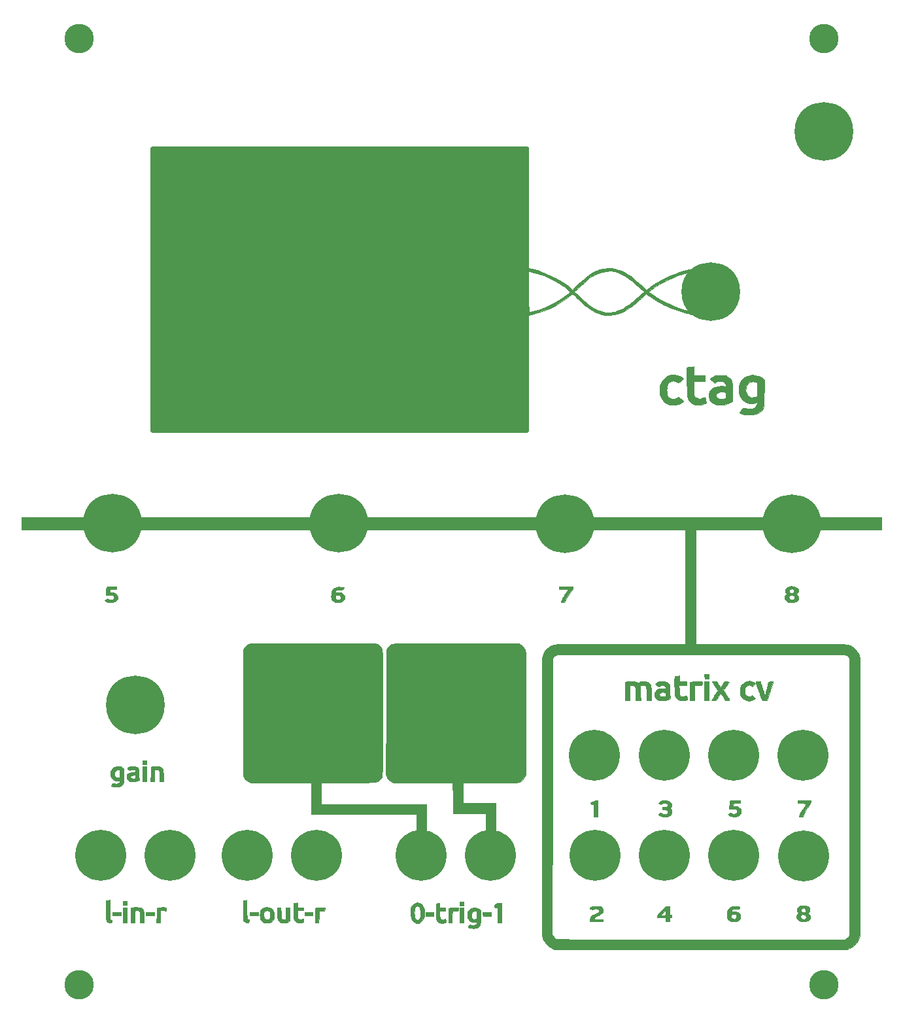
<source format=gts>
G04 #@! TF.GenerationSoftware,KiCad,Pcbnew,(5.1.2)-1*
G04 #@! TF.CreationDate,2019-05-17T09:45:12+02:00*
G04 #@! TF.ProjectId,frontplate-ctag,66726f6e-7470-46c6-9174-652d63746167,rev?*
G04 #@! TF.SameCoordinates,Original*
G04 #@! TF.FileFunction,Soldermask,Top*
G04 #@! TF.FilePolarity,Negative*
%FSLAX46Y46*%
G04 Gerber Fmt 4.6, Leading zero omitted, Abs format (unit mm)*
G04 Created by KiCad (PCBNEW (5.1.2)-1) date 2019-05-17 09:45:12*
%MOMM*%
%LPD*%
G04 APERTURE LIST*
%ADD10C,0.010000*%
%ADD11C,7.600000*%
%ADD12C,7.600001*%
%ADD13C,6.600000*%
%ADD14C,6.600001*%
%ADD15C,3.800000*%
G04 APERTURE END LIST*
D10*
G36*
X164097547Y-103649780D02*
G01*
X140052213Y-103649780D01*
X140052213Y-118466447D01*
X149693630Y-118467073D01*
X150774563Y-118467101D01*
X151774151Y-118467093D01*
X152695714Y-118467122D01*
X153542573Y-118467266D01*
X154318050Y-118467599D01*
X155025465Y-118468197D01*
X155668139Y-118469137D01*
X156249393Y-118470493D01*
X156772549Y-118472341D01*
X157240927Y-118474758D01*
X157657847Y-118477818D01*
X158026632Y-118481597D01*
X158350602Y-118486172D01*
X158633078Y-118491618D01*
X158877381Y-118498010D01*
X159086832Y-118505425D01*
X159264752Y-118513937D01*
X159414462Y-118523623D01*
X159539282Y-118534559D01*
X159642535Y-118546819D01*
X159727540Y-118560480D01*
X159797619Y-118575618D01*
X159856093Y-118592308D01*
X159906283Y-118610625D01*
X159951509Y-118630646D01*
X159995093Y-118652446D01*
X160040356Y-118676102D01*
X160090618Y-118701687D01*
X160095668Y-118704170D01*
X160422773Y-118909442D01*
X160713626Y-119181570D01*
X160956310Y-119506318D01*
X161138906Y-119869447D01*
X161188592Y-120009856D01*
X161282380Y-120307947D01*
X161282380Y-156206614D01*
X161188592Y-156504705D01*
X161021578Y-156900355D01*
X160787865Y-157248564D01*
X160494747Y-157542537D01*
X160149516Y-157775481D01*
X159759466Y-157940604D01*
X159600064Y-157984378D01*
X159535526Y-157989639D01*
X159389665Y-157994685D01*
X159165802Y-157999517D01*
X158867255Y-158004134D01*
X158497344Y-158008536D01*
X158059390Y-158012725D01*
X157556712Y-158016699D01*
X156992629Y-158020460D01*
X156370462Y-158024007D01*
X155693530Y-158027341D01*
X154965152Y-158030461D01*
X154188649Y-158033368D01*
X153367339Y-158036062D01*
X152504544Y-158038543D01*
X151603582Y-158040812D01*
X150667773Y-158042868D01*
X149700437Y-158044712D01*
X148704894Y-158046344D01*
X147684463Y-158047764D01*
X146642463Y-158048973D01*
X145582216Y-158049970D01*
X144507040Y-158050755D01*
X143420254Y-158051329D01*
X142325180Y-158051693D01*
X141225136Y-158051845D01*
X140123442Y-158051787D01*
X139023418Y-158051518D01*
X137928384Y-158051039D01*
X136841658Y-158050350D01*
X135766562Y-158049451D01*
X134706414Y-158048342D01*
X133664535Y-158047023D01*
X132644243Y-158045495D01*
X131648859Y-158043758D01*
X130681703Y-158041812D01*
X129746093Y-158039656D01*
X128845351Y-158037293D01*
X127982795Y-158034720D01*
X127161745Y-158031939D01*
X126385521Y-158028950D01*
X125657443Y-158025753D01*
X124980829Y-158022348D01*
X124359001Y-158018735D01*
X123795278Y-158014915D01*
X123292978Y-158010888D01*
X122855423Y-158006653D01*
X122485932Y-158002212D01*
X122187824Y-157997563D01*
X121964419Y-157992708D01*
X121819037Y-157987647D01*
X121754997Y-157982379D01*
X121754969Y-157982372D01*
X121356872Y-157843671D01*
X120998067Y-157633934D01*
X120686742Y-157360872D01*
X120431086Y-157032194D01*
X120239284Y-156655611D01*
X120185834Y-156504705D01*
X120092047Y-156206614D01*
X120092047Y-156086903D01*
X121425250Y-156086903D01*
X121522296Y-156270420D01*
X121603620Y-156398786D01*
X121693903Y-156505544D01*
X121725976Y-156533550D01*
X121745365Y-156549486D01*
X121761220Y-156564551D01*
X121775880Y-156578768D01*
X121791687Y-156592160D01*
X121810983Y-156604752D01*
X121836107Y-156616567D01*
X121869402Y-156627627D01*
X121913209Y-156637957D01*
X121969869Y-156647579D01*
X122041722Y-156656517D01*
X122131111Y-156664794D01*
X122240375Y-156672434D01*
X122371858Y-156679461D01*
X122527899Y-156685896D01*
X122710839Y-156691765D01*
X122923021Y-156697089D01*
X123166785Y-156701893D01*
X123444472Y-156706200D01*
X123758423Y-156710033D01*
X124110980Y-156713416D01*
X124504484Y-156716372D01*
X124941275Y-156718925D01*
X125423696Y-156721097D01*
X125954087Y-156722912D01*
X126534789Y-156724393D01*
X127168144Y-156725565D01*
X127856493Y-156726449D01*
X128602176Y-156727070D01*
X129407536Y-156727452D01*
X130274913Y-156727616D01*
X131206648Y-156727587D01*
X132205083Y-156727388D01*
X133272558Y-156727043D01*
X134411415Y-156726574D01*
X135623996Y-156726006D01*
X136912640Y-156725361D01*
X138279690Y-156724663D01*
X139727487Y-156723935D01*
X140750713Y-156723439D01*
X159335047Y-156714614D01*
X159514916Y-156618527D01*
X159652179Y-156520369D01*
X159778758Y-156390598D01*
X159811249Y-156346452D01*
X159927713Y-156170463D01*
X159927713Y-120344097D01*
X159811249Y-120168108D01*
X159699573Y-120037706D01*
X159560550Y-119923617D01*
X159514916Y-119896033D01*
X159335047Y-119799947D01*
X122039380Y-119799947D01*
X121859510Y-119896033D01*
X121722247Y-119994191D01*
X121595668Y-120123962D01*
X121563177Y-120168107D01*
X121446713Y-120344095D01*
X121435982Y-138215499D01*
X121425250Y-156086903D01*
X120092047Y-156086903D01*
X120092047Y-120307947D01*
X120185834Y-120009856D01*
X120350133Y-119620557D01*
X120581234Y-119273122D01*
X120870346Y-118978085D01*
X121208674Y-118745978D01*
X121266362Y-118715599D01*
X121321838Y-118686694D01*
X121371659Y-118660122D01*
X121419415Y-118635784D01*
X121468697Y-118613581D01*
X121523095Y-118593417D01*
X121586201Y-118575192D01*
X121661603Y-118558809D01*
X121752892Y-118544169D01*
X121863660Y-118531176D01*
X121997495Y-118519730D01*
X122157990Y-118509734D01*
X122348733Y-118501089D01*
X122573315Y-118493698D01*
X122835328Y-118487462D01*
X123138361Y-118482284D01*
X123486004Y-118478065D01*
X123881848Y-118474708D01*
X124329484Y-118472115D01*
X124832502Y-118470186D01*
X125394491Y-118468825D01*
X126019044Y-118467933D01*
X126709749Y-118467413D01*
X127470198Y-118467166D01*
X128303980Y-118467094D01*
X129214687Y-118467099D01*
X130205908Y-118467083D01*
X130368463Y-118467073D01*
X138697547Y-118466447D01*
X138697547Y-103649780D01*
X52718547Y-103649780D01*
X52718547Y-102083447D01*
X164097547Y-102083447D01*
X164097547Y-103649780D01*
X164097547Y-103649780D01*
G37*
X164097547Y-103649780D02*
X140052213Y-103649780D01*
X140052213Y-118466447D01*
X149693630Y-118467073D01*
X150774563Y-118467101D01*
X151774151Y-118467093D01*
X152695714Y-118467122D01*
X153542573Y-118467266D01*
X154318050Y-118467599D01*
X155025465Y-118468197D01*
X155668139Y-118469137D01*
X156249393Y-118470493D01*
X156772549Y-118472341D01*
X157240927Y-118474758D01*
X157657847Y-118477818D01*
X158026632Y-118481597D01*
X158350602Y-118486172D01*
X158633078Y-118491618D01*
X158877381Y-118498010D01*
X159086832Y-118505425D01*
X159264752Y-118513937D01*
X159414462Y-118523623D01*
X159539282Y-118534559D01*
X159642535Y-118546819D01*
X159727540Y-118560480D01*
X159797619Y-118575618D01*
X159856093Y-118592308D01*
X159906283Y-118610625D01*
X159951509Y-118630646D01*
X159995093Y-118652446D01*
X160040356Y-118676102D01*
X160090618Y-118701687D01*
X160095668Y-118704170D01*
X160422773Y-118909442D01*
X160713626Y-119181570D01*
X160956310Y-119506318D01*
X161138906Y-119869447D01*
X161188592Y-120009856D01*
X161282380Y-120307947D01*
X161282380Y-156206614D01*
X161188592Y-156504705D01*
X161021578Y-156900355D01*
X160787865Y-157248564D01*
X160494747Y-157542537D01*
X160149516Y-157775481D01*
X159759466Y-157940604D01*
X159600064Y-157984378D01*
X159535526Y-157989639D01*
X159389665Y-157994685D01*
X159165802Y-157999517D01*
X158867255Y-158004134D01*
X158497344Y-158008536D01*
X158059390Y-158012725D01*
X157556712Y-158016699D01*
X156992629Y-158020460D01*
X156370462Y-158024007D01*
X155693530Y-158027341D01*
X154965152Y-158030461D01*
X154188649Y-158033368D01*
X153367339Y-158036062D01*
X152504544Y-158038543D01*
X151603582Y-158040812D01*
X150667773Y-158042868D01*
X149700437Y-158044712D01*
X148704894Y-158046344D01*
X147684463Y-158047764D01*
X146642463Y-158048973D01*
X145582216Y-158049970D01*
X144507040Y-158050755D01*
X143420254Y-158051329D01*
X142325180Y-158051693D01*
X141225136Y-158051845D01*
X140123442Y-158051787D01*
X139023418Y-158051518D01*
X137928384Y-158051039D01*
X136841658Y-158050350D01*
X135766562Y-158049451D01*
X134706414Y-158048342D01*
X133664535Y-158047023D01*
X132644243Y-158045495D01*
X131648859Y-158043758D01*
X130681703Y-158041812D01*
X129746093Y-158039656D01*
X128845351Y-158037293D01*
X127982795Y-158034720D01*
X127161745Y-158031939D01*
X126385521Y-158028950D01*
X125657443Y-158025753D01*
X124980829Y-158022348D01*
X124359001Y-158018735D01*
X123795278Y-158014915D01*
X123292978Y-158010888D01*
X122855423Y-158006653D01*
X122485932Y-158002212D01*
X122187824Y-157997563D01*
X121964419Y-157992708D01*
X121819037Y-157987647D01*
X121754997Y-157982379D01*
X121754969Y-157982372D01*
X121356872Y-157843671D01*
X120998067Y-157633934D01*
X120686742Y-157360872D01*
X120431086Y-157032194D01*
X120239284Y-156655611D01*
X120185834Y-156504705D01*
X120092047Y-156206614D01*
X120092047Y-156086903D01*
X121425250Y-156086903D01*
X121522296Y-156270420D01*
X121603620Y-156398786D01*
X121693903Y-156505544D01*
X121725976Y-156533550D01*
X121745365Y-156549486D01*
X121761220Y-156564551D01*
X121775880Y-156578768D01*
X121791687Y-156592160D01*
X121810983Y-156604752D01*
X121836107Y-156616567D01*
X121869402Y-156627627D01*
X121913209Y-156637957D01*
X121969869Y-156647579D01*
X122041722Y-156656517D01*
X122131111Y-156664794D01*
X122240375Y-156672434D01*
X122371858Y-156679461D01*
X122527899Y-156685896D01*
X122710839Y-156691765D01*
X122923021Y-156697089D01*
X123166785Y-156701893D01*
X123444472Y-156706200D01*
X123758423Y-156710033D01*
X124110980Y-156713416D01*
X124504484Y-156716372D01*
X124941275Y-156718925D01*
X125423696Y-156721097D01*
X125954087Y-156722912D01*
X126534789Y-156724393D01*
X127168144Y-156725565D01*
X127856493Y-156726449D01*
X128602176Y-156727070D01*
X129407536Y-156727452D01*
X130274913Y-156727616D01*
X131206648Y-156727587D01*
X132205083Y-156727388D01*
X133272558Y-156727043D01*
X134411415Y-156726574D01*
X135623996Y-156726006D01*
X136912640Y-156725361D01*
X138279690Y-156724663D01*
X139727487Y-156723935D01*
X140750713Y-156723439D01*
X159335047Y-156714614D01*
X159514916Y-156618527D01*
X159652179Y-156520369D01*
X159778758Y-156390598D01*
X159811249Y-156346452D01*
X159927713Y-156170463D01*
X159927713Y-120344097D01*
X159811249Y-120168108D01*
X159699573Y-120037706D01*
X159560550Y-119923617D01*
X159514916Y-119896033D01*
X159335047Y-119799947D01*
X122039380Y-119799947D01*
X121859510Y-119896033D01*
X121722247Y-119994191D01*
X121595668Y-120123962D01*
X121563177Y-120168107D01*
X121446713Y-120344095D01*
X121435982Y-138215499D01*
X121425250Y-156086903D01*
X120092047Y-156086903D01*
X120092047Y-120307947D01*
X120185834Y-120009856D01*
X120350133Y-119620557D01*
X120581234Y-119273122D01*
X120870346Y-118978085D01*
X121208674Y-118745978D01*
X121266362Y-118715599D01*
X121321838Y-118686694D01*
X121371659Y-118660122D01*
X121419415Y-118635784D01*
X121468697Y-118613581D01*
X121523095Y-118593417D01*
X121586201Y-118575192D01*
X121661603Y-118558809D01*
X121752892Y-118544169D01*
X121863660Y-118531176D01*
X121997495Y-118519730D01*
X122157990Y-118509734D01*
X122348733Y-118501089D01*
X122573315Y-118493698D01*
X122835328Y-118487462D01*
X123138361Y-118482284D01*
X123486004Y-118478065D01*
X123881848Y-118474708D01*
X124329484Y-118472115D01*
X124832502Y-118470186D01*
X125394491Y-118468825D01*
X126019044Y-118467933D01*
X126709749Y-118467413D01*
X127470198Y-118467166D01*
X128303980Y-118467094D01*
X129214687Y-118467099D01*
X130205908Y-118467083D01*
X130368463Y-118467073D01*
X138697547Y-118466447D01*
X138697547Y-103649780D01*
X52718547Y-103649780D01*
X52718547Y-102083447D01*
X164097547Y-102083447D01*
X164097547Y-103649780D01*
G36*
X111749616Y-152652339D02*
G01*
X111968748Y-152771104D01*
X112038130Y-152830113D01*
X112154547Y-152941621D01*
X112153617Y-153790950D01*
X112150132Y-154148539D01*
X112138122Y-154432338D01*
X112113947Y-154653088D01*
X112073966Y-154821523D01*
X112014539Y-154948383D01*
X111932025Y-155044403D01*
X111822784Y-155120323D01*
X111683176Y-155186878D01*
X111679870Y-155188262D01*
X111466267Y-155247872D01*
X111207079Y-155274807D01*
X110935905Y-155266362D01*
X110848421Y-155255180D01*
X110681842Y-155222356D01*
X110589516Y-155179612D01*
X110561087Y-155113958D01*
X110586197Y-155012406D01*
X110610060Y-154956272D01*
X110667153Y-154847926D01*
X110718649Y-154804552D01*
X110775873Y-154807785D01*
X111039247Y-154860308D01*
X111269090Y-154860265D01*
X111454628Y-154809810D01*
X111585093Y-154711100D01*
X111629477Y-154637005D01*
X111668426Y-154540639D01*
X111688245Y-154485447D01*
X111688880Y-154482067D01*
X111650099Y-154477869D01*
X111547663Y-154478514D01*
X111402435Y-154483805D01*
X111378098Y-154484995D01*
X111192436Y-154488622D01*
X111058214Y-154473849D01*
X110943297Y-154435843D01*
X110893717Y-154412125D01*
X110694536Y-154265957D01*
X110548385Y-154067181D01*
X110458268Y-153831490D01*
X110430778Y-153604269D01*
X110936533Y-153604269D01*
X110938287Y-153634207D01*
X110985255Y-153848775D01*
X111084933Y-154000884D01*
X111230412Y-154085718D01*
X111414786Y-154098458D01*
X111555563Y-154064639D01*
X111688880Y-154018164D01*
X111688880Y-153099093D01*
X111536871Y-153057121D01*
X111336686Y-153037819D01*
X111167543Y-153091576D01*
X111038459Y-153209698D01*
X110958450Y-153383493D01*
X110936533Y-153604269D01*
X110430778Y-153604269D01*
X110427185Y-153574580D01*
X110458138Y-153312148D01*
X110554128Y-153059887D01*
X110615813Y-152958932D01*
X110785977Y-152783144D01*
X111002944Y-152662915D01*
X111248209Y-152599921D01*
X111503268Y-152595837D01*
X111749616Y-152652339D01*
X111749616Y-152652339D01*
G37*
X111749616Y-152652339D02*
X111968748Y-152771104D01*
X112038130Y-152830113D01*
X112154547Y-152941621D01*
X112153617Y-153790950D01*
X112150132Y-154148539D01*
X112138122Y-154432338D01*
X112113947Y-154653088D01*
X112073966Y-154821523D01*
X112014539Y-154948383D01*
X111932025Y-155044403D01*
X111822784Y-155120323D01*
X111683176Y-155186878D01*
X111679870Y-155188262D01*
X111466267Y-155247872D01*
X111207079Y-155274807D01*
X110935905Y-155266362D01*
X110848421Y-155255180D01*
X110681842Y-155222356D01*
X110589516Y-155179612D01*
X110561087Y-155113958D01*
X110586197Y-155012406D01*
X110610060Y-154956272D01*
X110667153Y-154847926D01*
X110718649Y-154804552D01*
X110775873Y-154807785D01*
X111039247Y-154860308D01*
X111269090Y-154860265D01*
X111454628Y-154809810D01*
X111585093Y-154711100D01*
X111629477Y-154637005D01*
X111668426Y-154540639D01*
X111688245Y-154485447D01*
X111688880Y-154482067D01*
X111650099Y-154477869D01*
X111547663Y-154478514D01*
X111402435Y-154483805D01*
X111378098Y-154484995D01*
X111192436Y-154488622D01*
X111058214Y-154473849D01*
X110943297Y-154435843D01*
X110893717Y-154412125D01*
X110694536Y-154265957D01*
X110548385Y-154067181D01*
X110458268Y-153831490D01*
X110430778Y-153604269D01*
X110936533Y-153604269D01*
X110938287Y-153634207D01*
X110985255Y-153848775D01*
X111084933Y-154000884D01*
X111230412Y-154085718D01*
X111414786Y-154098458D01*
X111555563Y-154064639D01*
X111688880Y-154018164D01*
X111688880Y-153099093D01*
X111536871Y-153057121D01*
X111336686Y-153037819D01*
X111167543Y-153091576D01*
X111038459Y-153209698D01*
X110958450Y-153383493D01*
X110936533Y-153604269D01*
X110430778Y-153604269D01*
X110427185Y-153574580D01*
X110458138Y-153312148D01*
X110554128Y-153059887D01*
X110615813Y-152958932D01*
X110785977Y-152783144D01*
X111002944Y-152662915D01*
X111248209Y-152599921D01*
X111503268Y-152595837D01*
X111749616Y-152652339D01*
G36*
X104225807Y-151981452D02*
G01*
X104437162Y-152094430D01*
X104612922Y-152274758D01*
X104748573Y-152515917D01*
X104839604Y-152811388D01*
X104881503Y-153154652D01*
X104883746Y-153243280D01*
X104860128Y-153627331D01*
X104784059Y-153953907D01*
X104657097Y-154219496D01*
X104480802Y-154420587D01*
X104313318Y-154528829D01*
X104080622Y-154605738D01*
X103855400Y-154602054D01*
X103663718Y-154538984D01*
X103445649Y-154394267D01*
X103273914Y-154181106D01*
X103150550Y-153903209D01*
X103077592Y-153564286D01*
X103065683Y-153449346D01*
X103064724Y-153246180D01*
X103562738Y-153246180D01*
X103577550Y-153558720D01*
X103623066Y-153814993D01*
X103695982Y-154010229D01*
X103792997Y-154139660D01*
X103910806Y-154198520D01*
X104046106Y-154182040D01*
X104163052Y-154112723D01*
X104263201Y-153983605D01*
X104333066Y-153780681D01*
X104371014Y-153509817D01*
X104377615Y-153341924D01*
X104365423Y-152996935D01*
X104320350Y-152729003D01*
X104241898Y-152536957D01*
X104129566Y-152419622D01*
X103982856Y-152375827D01*
X103965844Y-152375447D01*
X103815840Y-152413255D01*
X103700760Y-152526954D01*
X103620415Y-152716956D01*
X103574612Y-152983674D01*
X103562738Y-153246180D01*
X103064724Y-153246180D01*
X103063996Y-153092245D01*
X103115448Y-152769236D01*
X103215221Y-152488231D01*
X103358495Y-152257145D01*
X103540451Y-152083892D01*
X103756270Y-151976385D01*
X103983367Y-151942344D01*
X104225807Y-151981452D01*
X104225807Y-151981452D01*
G37*
X104225807Y-151981452D02*
X104437162Y-152094430D01*
X104612922Y-152274758D01*
X104748573Y-152515917D01*
X104839604Y-152811388D01*
X104881503Y-153154652D01*
X104883746Y-153243280D01*
X104860128Y-153627331D01*
X104784059Y-153953907D01*
X104657097Y-154219496D01*
X104480802Y-154420587D01*
X104313318Y-154528829D01*
X104080622Y-154605738D01*
X103855400Y-154602054D01*
X103663718Y-154538984D01*
X103445649Y-154394267D01*
X103273914Y-154181106D01*
X103150550Y-153903209D01*
X103077592Y-153564286D01*
X103065683Y-153449346D01*
X103064724Y-153246180D01*
X103562738Y-153246180D01*
X103577550Y-153558720D01*
X103623066Y-153814993D01*
X103695982Y-154010229D01*
X103792997Y-154139660D01*
X103910806Y-154198520D01*
X104046106Y-154182040D01*
X104163052Y-154112723D01*
X104263201Y-153983605D01*
X104333066Y-153780681D01*
X104371014Y-153509817D01*
X104377615Y-153341924D01*
X104365423Y-152996935D01*
X104320350Y-152729003D01*
X104241898Y-152536957D01*
X104129566Y-152419622D01*
X103982856Y-152375827D01*
X103965844Y-152375447D01*
X103815840Y-152413255D01*
X103700760Y-152526954D01*
X103620415Y-152716956D01*
X103574612Y-152983674D01*
X103562738Y-153246180D01*
X103064724Y-153246180D01*
X103063996Y-153092245D01*
X103115448Y-152769236D01*
X103215221Y-152488231D01*
X103358495Y-152257145D01*
X103540451Y-152083892D01*
X103756270Y-151976385D01*
X103983367Y-151942344D01*
X104225807Y-151981452D01*
G36*
X106854077Y-152322006D02*
G01*
X106866441Y-152629447D01*
X107624880Y-152629447D01*
X107624880Y-153052780D01*
X106862880Y-153052780D01*
X106862880Y-153518447D01*
X106864636Y-153728501D01*
X106871678Y-153871421D01*
X106886669Y-153964701D01*
X106912271Y-154025831D01*
X106946470Y-154067703D01*
X107071076Y-154154085D01*
X107220039Y-154177728D01*
X107412160Y-154141468D01*
X107420095Y-154139089D01*
X107617476Y-154079294D01*
X107665417Y-154269687D01*
X107691323Y-154384226D01*
X107702364Y-154457634D01*
X107700869Y-154470362D01*
X107579373Y-154532695D01*
X107405249Y-154577387D01*
X107209398Y-154600643D01*
X107022720Y-154598666D01*
X106884047Y-154570716D01*
X106764634Y-154508786D01*
X106644595Y-154420953D01*
X106635416Y-154412749D01*
X106563656Y-154342109D01*
X106507897Y-154269573D01*
X106466137Y-154183752D01*
X106436375Y-154073255D01*
X106416609Y-153926695D01*
X106404837Y-153732683D01*
X106399059Y-153479828D01*
X106397271Y-153156742D01*
X106397213Y-153057369D01*
X106397213Y-152085571D01*
X106619463Y-152050069D01*
X106841713Y-152014566D01*
X106854077Y-152322006D01*
X106854077Y-152322006D01*
G37*
X106854077Y-152322006D02*
X106866441Y-152629447D01*
X107624880Y-152629447D01*
X107624880Y-153052780D01*
X106862880Y-153052780D01*
X106862880Y-153518447D01*
X106864636Y-153728501D01*
X106871678Y-153871421D01*
X106886669Y-153964701D01*
X106912271Y-154025831D01*
X106946470Y-154067703D01*
X107071076Y-154154085D01*
X107220039Y-154177728D01*
X107412160Y-154141468D01*
X107420095Y-154139089D01*
X107617476Y-154079294D01*
X107665417Y-154269687D01*
X107691323Y-154384226D01*
X107702364Y-154457634D01*
X107700869Y-154470362D01*
X107579373Y-154532695D01*
X107405249Y-154577387D01*
X107209398Y-154600643D01*
X107022720Y-154598666D01*
X106884047Y-154570716D01*
X106764634Y-154508786D01*
X106644595Y-154420953D01*
X106635416Y-154412749D01*
X106563656Y-154342109D01*
X106507897Y-154269573D01*
X106466137Y-154183752D01*
X106436375Y-154073255D01*
X106416609Y-153926695D01*
X106404837Y-153732683D01*
X106399059Y-153479828D01*
X106397271Y-153156742D01*
X106397213Y-153057369D01*
X106397213Y-152085571D01*
X106619463Y-152050069D01*
X106841713Y-152014566D01*
X106854077Y-152322006D01*
G36*
X64148547Y-154108693D02*
G01*
X64275745Y-154141653D01*
X64357972Y-154168528D01*
X64397124Y-154209416D01*
X64402438Y-154287773D01*
X64384598Y-154418030D01*
X64358271Y-154515734D01*
X64307893Y-154565683D01*
X64217353Y-154572226D01*
X64070535Y-154539712D01*
X64004878Y-154520516D01*
X63872834Y-154457209D01*
X63763127Y-154366513D01*
X63750878Y-154351421D01*
X63725259Y-154313589D01*
X63704917Y-154269801D01*
X63689109Y-154210176D01*
X63677098Y-154124830D01*
X63668141Y-154003880D01*
X63661500Y-153837444D01*
X63656435Y-153615640D01*
X63652204Y-153328584D01*
X63648222Y-152980706D01*
X63645939Y-152663085D01*
X63646041Y-152372961D01*
X63648350Y-152121120D01*
X63652687Y-151918349D01*
X63658875Y-151775432D01*
X63666736Y-151703155D01*
X63669389Y-151696865D01*
X63728316Y-151673278D01*
X63841554Y-151648171D01*
X63926297Y-151634951D01*
X64148547Y-151605502D01*
X64148547Y-154108693D01*
X64148547Y-154108693D01*
G37*
X64148547Y-154108693D02*
X64275745Y-154141653D01*
X64357972Y-154168528D01*
X64397124Y-154209416D01*
X64402438Y-154287773D01*
X64384598Y-154418030D01*
X64358271Y-154515734D01*
X64307893Y-154565683D01*
X64217353Y-154572226D01*
X64070535Y-154539712D01*
X64004878Y-154520516D01*
X63872834Y-154457209D01*
X63763127Y-154366513D01*
X63750878Y-154351421D01*
X63725259Y-154313589D01*
X63704917Y-154269801D01*
X63689109Y-154210176D01*
X63677098Y-154124830D01*
X63668141Y-154003880D01*
X63661500Y-153837444D01*
X63656435Y-153615640D01*
X63652204Y-153328584D01*
X63648222Y-152980706D01*
X63645939Y-152663085D01*
X63646041Y-152372961D01*
X63648350Y-152121120D01*
X63652687Y-151918349D01*
X63658875Y-151775432D01*
X63666736Y-151703155D01*
X63669389Y-151696865D01*
X63728316Y-151673278D01*
X63841554Y-151648171D01*
X63926297Y-151634951D01*
X64148547Y-151605502D01*
X64148547Y-154108693D01*
G36*
X81886213Y-152827108D02*
G01*
X81886563Y-153196722D01*
X81888509Y-153490399D01*
X81893397Y-153716865D01*
X81902570Y-153884850D01*
X81917375Y-154003082D01*
X81939156Y-154080287D01*
X81969258Y-154125196D01*
X82009025Y-154146536D01*
X82059804Y-154153035D01*
X82090590Y-154153447D01*
X82154190Y-154160021D01*
X82178218Y-154195181D01*
X82172503Y-154282084D01*
X82165243Y-154329326D01*
X82138449Y-154469355D01*
X82100991Y-154546832D01*
X82033292Y-154572953D01*
X81915771Y-154558919D01*
X81806756Y-154534361D01*
X81675812Y-154479418D01*
X81556310Y-154393122D01*
X81552756Y-154389623D01*
X81441713Y-154278636D01*
X81429397Y-152967208D01*
X81426183Y-152599239D01*
X81424502Y-152307198D01*
X81424777Y-152082351D01*
X81427429Y-151915966D01*
X81432883Y-151799311D01*
X81441561Y-151723653D01*
X81453884Y-151680260D01*
X81470277Y-151660400D01*
X81491161Y-151655340D01*
X81492897Y-151655314D01*
X81584530Y-151648235D01*
X81709523Y-151631501D01*
X81727463Y-151628609D01*
X81886213Y-151602369D01*
X81886213Y-152827108D01*
X81886213Y-152827108D01*
G37*
X81886213Y-152827108D02*
X81886563Y-153196722D01*
X81888509Y-153490399D01*
X81893397Y-153716865D01*
X81902570Y-153884850D01*
X81917375Y-154003082D01*
X81939156Y-154080287D01*
X81969258Y-154125196D01*
X82009025Y-154146536D01*
X82059804Y-154153035D01*
X82090590Y-154153447D01*
X82154190Y-154160021D01*
X82178218Y-154195181D01*
X82172503Y-154282084D01*
X82165243Y-154329326D01*
X82138449Y-154469355D01*
X82100991Y-154546832D01*
X82033292Y-154572953D01*
X81915771Y-154558919D01*
X81806756Y-154534361D01*
X81675812Y-154479418D01*
X81556310Y-154393122D01*
X81552756Y-154389623D01*
X81441713Y-154278636D01*
X81429397Y-152967208D01*
X81426183Y-152599239D01*
X81424502Y-152307198D01*
X81424777Y-152082351D01*
X81427429Y-151915966D01*
X81432883Y-151799311D01*
X81441561Y-151723653D01*
X81453884Y-151680260D01*
X81470277Y-151660400D01*
X81491161Y-151655340D01*
X81492897Y-151655314D01*
X81584530Y-151648235D01*
X81709523Y-151631501D01*
X81727463Y-151628609D01*
X81886213Y-151602369D01*
X81886213Y-152827108D01*
G36*
X84739297Y-152570984D02*
G01*
X84921018Y-152627137D01*
X85119225Y-152760368D01*
X85269214Y-152948020D01*
X85370619Y-153174669D01*
X85423077Y-153424891D01*
X85426222Y-153683261D01*
X85379688Y-153934354D01*
X85283113Y-154162746D01*
X85136129Y-154353012D01*
X84964770Y-154476673D01*
X84821990Y-154523539D01*
X84630710Y-154551430D01*
X84425375Y-154558352D01*
X84240433Y-154542310D01*
X84160718Y-154523248D01*
X83969292Y-154432050D01*
X83796913Y-154299258D01*
X83670502Y-154147422D01*
X83638675Y-154086014D01*
X83606640Y-153957401D01*
X83587193Y-153773646D01*
X83580633Y-153563375D01*
X83582296Y-153511082D01*
X84062780Y-153511082D01*
X84065543Y-153714236D01*
X84098878Y-153899203D01*
X84137521Y-153997085D01*
X84224051Y-154080771D01*
X84362119Y-154134584D01*
X84522170Y-154152996D01*
X84674652Y-154130477D01*
X84728913Y-154107706D01*
X84822623Y-154014350D01*
X84892135Y-153858468D01*
X84929745Y-153660578D01*
X84934213Y-153560780D01*
X84913919Y-153350424D01*
X84858170Y-153172609D01*
X84774669Y-153047853D01*
X84728913Y-153013854D01*
X84594086Y-152974847D01*
X84433132Y-152972500D01*
X84285823Y-153004611D01*
X84217111Y-153042197D01*
X84140646Y-153150093D01*
X84088508Y-153314711D01*
X84062780Y-153511082D01*
X83582296Y-153511082D01*
X83587256Y-153355216D01*
X83607358Y-153177796D01*
X83628355Y-153090847D01*
X83740104Y-152860188D01*
X83899337Y-152695240D01*
X84111328Y-152592586D01*
X84381353Y-152548811D01*
X84468547Y-152546640D01*
X84739297Y-152570984D01*
X84739297Y-152570984D01*
G37*
X84739297Y-152570984D02*
X84921018Y-152627137D01*
X85119225Y-152760368D01*
X85269214Y-152948020D01*
X85370619Y-153174669D01*
X85423077Y-153424891D01*
X85426222Y-153683261D01*
X85379688Y-153934354D01*
X85283113Y-154162746D01*
X85136129Y-154353012D01*
X84964770Y-154476673D01*
X84821990Y-154523539D01*
X84630710Y-154551430D01*
X84425375Y-154558352D01*
X84240433Y-154542310D01*
X84160718Y-154523248D01*
X83969292Y-154432050D01*
X83796913Y-154299258D01*
X83670502Y-154147422D01*
X83638675Y-154086014D01*
X83606640Y-153957401D01*
X83587193Y-153773646D01*
X83580633Y-153563375D01*
X83582296Y-153511082D01*
X84062780Y-153511082D01*
X84065543Y-153714236D01*
X84098878Y-153899203D01*
X84137521Y-153997085D01*
X84224051Y-154080771D01*
X84362119Y-154134584D01*
X84522170Y-154152996D01*
X84674652Y-154130477D01*
X84728913Y-154107706D01*
X84822623Y-154014350D01*
X84892135Y-153858468D01*
X84929745Y-153660578D01*
X84934213Y-153560780D01*
X84913919Y-153350424D01*
X84858170Y-153172609D01*
X84774669Y-153047853D01*
X84728913Y-153013854D01*
X84594086Y-152974847D01*
X84433132Y-152972500D01*
X84285823Y-153004611D01*
X84217111Y-153042197D01*
X84140646Y-153150093D01*
X84088508Y-153314711D01*
X84062780Y-153511082D01*
X83582296Y-153511082D01*
X83587256Y-153355216D01*
X83607358Y-153177796D01*
X83628355Y-153090847D01*
X83740104Y-152860188D01*
X83899337Y-152695240D01*
X84111328Y-152592586D01*
X84381353Y-152548811D01*
X84468547Y-152546640D01*
X84739297Y-152570984D01*
G36*
X86296550Y-153260132D02*
G01*
X86302939Y-153520176D01*
X86311145Y-153709140D01*
X86322786Y-153840609D01*
X86339477Y-153928170D01*
X86362834Y-153985408D01*
X86386663Y-154017681D01*
X86522178Y-154105679D01*
X86709116Y-154133441D01*
X86827126Y-154122606D01*
X86966213Y-154100036D01*
X86966213Y-152587114D01*
X87474213Y-152587114D01*
X87473635Y-154301614D01*
X87336341Y-154393269D01*
X87096077Y-154508006D01*
X86819694Y-154566596D01*
X86537490Y-154565404D01*
X86317828Y-154515447D01*
X86161115Y-154447507D01*
X86040460Y-154362006D01*
X85951467Y-154247898D01*
X85889738Y-154094132D01*
X85850875Y-153889660D01*
X85830481Y-153623434D01*
X85824159Y-153284404D01*
X85824143Y-153275030D01*
X85823213Y-152587114D01*
X86283054Y-152587114D01*
X86296550Y-153260132D01*
X86296550Y-153260132D01*
G37*
X86296550Y-153260132D02*
X86302939Y-153520176D01*
X86311145Y-153709140D01*
X86322786Y-153840609D01*
X86339477Y-153928170D01*
X86362834Y-153985408D01*
X86386663Y-154017681D01*
X86522178Y-154105679D01*
X86709116Y-154133441D01*
X86827126Y-154122606D01*
X86966213Y-154100036D01*
X86966213Y-152587114D01*
X87474213Y-152587114D01*
X87473635Y-154301614D01*
X87336341Y-154393269D01*
X87096077Y-154508006D01*
X86819694Y-154566596D01*
X86537490Y-154565404D01*
X86317828Y-154515447D01*
X86161115Y-154447507D01*
X86040460Y-154362006D01*
X85951467Y-154247898D01*
X85889738Y-154094132D01*
X85850875Y-153889660D01*
X85830481Y-153623434D01*
X85824159Y-153284404D01*
X85824143Y-153275030D01*
X85823213Y-152587114D01*
X86283054Y-152587114D01*
X86296550Y-153260132D01*
G36*
X88429162Y-151976249D02*
G01*
X88442995Y-152035408D01*
X88447492Y-152152368D01*
X88447880Y-152265024D01*
X88447880Y-152587114D01*
X89209880Y-152587114D01*
X89209880Y-152968114D01*
X88445274Y-152968114D01*
X88457160Y-153484407D01*
X88469047Y-154000701D01*
X88605818Y-154080496D01*
X88694115Y-154125702D01*
X88770639Y-154138804D01*
X88870857Y-154121571D01*
X88955378Y-154097914D01*
X89078248Y-154068310D01*
X89164057Y-154059611D01*
X89187477Y-154066780D01*
X89205997Y-154125470D01*
X89228016Y-154232467D01*
X89233530Y-154265270D01*
X89244829Y-154376625D01*
X89223763Y-154437327D01*
X89158492Y-154478864D01*
X89152115Y-154481798D01*
X88999425Y-154527236D01*
X88807395Y-154552928D01*
X88619468Y-154554971D01*
X88510494Y-154539454D01*
X88284369Y-154439620D01*
X88103530Y-154269330D01*
X88057042Y-154201983D01*
X88026524Y-154149056D01*
X88003008Y-154093090D01*
X87985371Y-154022379D01*
X87972488Y-153925217D01*
X87963233Y-153789898D01*
X87956482Y-153604716D01*
X87951111Y-153357965D01*
X87946139Y-153047719D01*
X87931232Y-152047825D01*
X88094306Y-152018246D01*
X88228026Y-151992546D01*
X88341319Y-151968459D01*
X88352630Y-151965801D01*
X88400779Y-151958508D01*
X88429162Y-151976249D01*
X88429162Y-151976249D01*
G37*
X88429162Y-151976249D02*
X88442995Y-152035408D01*
X88447492Y-152152368D01*
X88447880Y-152265024D01*
X88447880Y-152587114D01*
X89209880Y-152587114D01*
X89209880Y-152968114D01*
X88445274Y-152968114D01*
X88457160Y-153484407D01*
X88469047Y-154000701D01*
X88605818Y-154080496D01*
X88694115Y-154125702D01*
X88770639Y-154138804D01*
X88870857Y-154121571D01*
X88955378Y-154097914D01*
X89078248Y-154068310D01*
X89164057Y-154059611D01*
X89187477Y-154066780D01*
X89205997Y-154125470D01*
X89228016Y-154232467D01*
X89233530Y-154265270D01*
X89244829Y-154376625D01*
X89223763Y-154437327D01*
X89158492Y-154478864D01*
X89152115Y-154481798D01*
X88999425Y-154527236D01*
X88807395Y-154552928D01*
X88619468Y-154554971D01*
X88510494Y-154539454D01*
X88284369Y-154439620D01*
X88103530Y-154269330D01*
X88057042Y-154201983D01*
X88026524Y-154149056D01*
X88003008Y-154093090D01*
X87985371Y-154022379D01*
X87972488Y-153925217D01*
X87963233Y-153789898D01*
X87956482Y-153604716D01*
X87951111Y-153357965D01*
X87946139Y-153047719D01*
X87931232Y-152047825D01*
X88094306Y-152018246D01*
X88228026Y-151992546D01*
X88341319Y-151968459D01*
X88352630Y-151965801D01*
X88400779Y-151958508D01*
X88429162Y-151976249D01*
G36*
X108925470Y-152600160D02*
G01*
X109088034Y-152607139D01*
X109206337Y-152620906D01*
X109256831Y-152638620D01*
X109264733Y-152692047D01*
X109254671Y-152796671D01*
X109245591Y-152847886D01*
X109208813Y-153031614D01*
X108928625Y-153016978D01*
X108771283Y-153008190D01*
X108654811Y-153007758D01*
X108573088Y-153026400D01*
X108519995Y-153074838D01*
X108489412Y-153163790D01*
X108475221Y-153303976D01*
X108471300Y-153506116D01*
X108471530Y-153780929D01*
X108471547Y-153817633D01*
X108471547Y-154576780D01*
X108004260Y-154576780D01*
X108015653Y-153635829D01*
X108027047Y-152694877D01*
X108259880Y-152639682D01*
X108385851Y-152619731D01*
X108553015Y-152606479D01*
X108740009Y-152599948D01*
X108925470Y-152600160D01*
X108925470Y-152600160D01*
G37*
X108925470Y-152600160D02*
X109088034Y-152607139D01*
X109206337Y-152620906D01*
X109256831Y-152638620D01*
X109264733Y-152692047D01*
X109254671Y-152796671D01*
X109245591Y-152847886D01*
X109208813Y-153031614D01*
X108928625Y-153016978D01*
X108771283Y-153008190D01*
X108654811Y-153007758D01*
X108573088Y-153026400D01*
X108519995Y-153074838D01*
X108489412Y-153163790D01*
X108475221Y-153303976D01*
X108471300Y-153506116D01*
X108471530Y-153780929D01*
X108471547Y-153817633D01*
X108471547Y-154576780D01*
X108004260Y-154576780D01*
X108015653Y-153635829D01*
X108027047Y-152694877D01*
X108259880Y-152639682D01*
X108385851Y-152619731D01*
X108553015Y-152606479D01*
X108740009Y-152599948D01*
X108925470Y-152600160D01*
G36*
X109995547Y-154576780D02*
G01*
X109487547Y-154576780D01*
X109487547Y-152629447D01*
X109995547Y-152629447D01*
X109995547Y-154576780D01*
X109995547Y-154576780D01*
G37*
X109995547Y-154576780D02*
X109487547Y-154576780D01*
X109487547Y-152629447D01*
X109995547Y-152629447D01*
X109995547Y-154576780D01*
G36*
X114906213Y-154576780D02*
G01*
X114398213Y-154576780D01*
X114398213Y-152506767D01*
X114251406Y-152568107D01*
X114129890Y-152614402D01*
X114059372Y-152615636D01*
X114013294Y-152560709D01*
X113969368Y-152450237D01*
X113904026Y-152271027D01*
X114182870Y-152134025D01*
X114393047Y-152044744D01*
X114574495Y-152002475D01*
X114683963Y-151995735D01*
X114906213Y-151994447D01*
X114906213Y-154576780D01*
X114906213Y-154576780D01*
G37*
X114906213Y-154576780D02*
X114398213Y-154576780D01*
X114398213Y-152506767D01*
X114251406Y-152568107D01*
X114129890Y-152614402D01*
X114059372Y-152615636D01*
X114013294Y-152560709D01*
X113969368Y-152450237D01*
X113904026Y-152271027D01*
X114182870Y-152134025D01*
X114393047Y-152044744D01*
X114574495Y-152002475D01*
X114683963Y-151995735D01*
X114906213Y-151994447D01*
X114906213Y-154576780D01*
G36*
X66349880Y-154534447D02*
G01*
X65884213Y-154534447D01*
X65884213Y-152587114D01*
X66349880Y-152587114D01*
X66349880Y-154534447D01*
X66349880Y-154534447D01*
G37*
X66349880Y-154534447D02*
X65884213Y-154534447D01*
X65884213Y-152587114D01*
X66349880Y-152587114D01*
X66349880Y-154534447D01*
G36*
X67906039Y-152564233D02*
G01*
X68110809Y-152614592D01*
X68169374Y-152640030D01*
X68285373Y-152707757D01*
X68373981Y-152785174D01*
X68439104Y-152884411D01*
X68484648Y-153017602D01*
X68514517Y-153196877D01*
X68532617Y-153434370D01*
X68542853Y-153742211D01*
X68544127Y-153804197D01*
X68558207Y-154534447D01*
X68085547Y-154534447D01*
X68085547Y-153919254D01*
X68081699Y-153605912D01*
X68066751Y-153367604D01*
X68035596Y-153194908D01*
X67983127Y-153078402D01*
X67904235Y-153008666D01*
X67793814Y-152976278D01*
X67646756Y-152971818D01*
X67574151Y-152975912D01*
X67387047Y-152989280D01*
X67375508Y-153761864D01*
X67363970Y-154534447D01*
X66900213Y-154534447D01*
X66900213Y-152636463D01*
X67113964Y-152590621D01*
X67382755Y-152551084D01*
X67655067Y-152542675D01*
X67906039Y-152564233D01*
X67906039Y-152564233D01*
G37*
X67906039Y-152564233D02*
X68110809Y-152614592D01*
X68169374Y-152640030D01*
X68285373Y-152707757D01*
X68373981Y-152785174D01*
X68439104Y-152884411D01*
X68484648Y-153017602D01*
X68514517Y-153196877D01*
X68532617Y-153434370D01*
X68542853Y-153742211D01*
X68544127Y-153804197D01*
X68558207Y-154534447D01*
X68085547Y-154534447D01*
X68085547Y-153919254D01*
X68081699Y-153605912D01*
X68066751Y-153367604D01*
X68035596Y-153194908D01*
X67983127Y-153078402D01*
X67904235Y-153008666D01*
X67793814Y-152976278D01*
X67646756Y-152971818D01*
X67574151Y-152975912D01*
X67387047Y-152989280D01*
X67375508Y-153761864D01*
X67363970Y-154534447D01*
X66900213Y-154534447D01*
X66900213Y-152636463D01*
X67113964Y-152590621D01*
X67382755Y-152551084D01*
X67655067Y-152542675D01*
X67906039Y-152564233D01*
G36*
X71263654Y-152561529D02*
G01*
X71389651Y-152575018D01*
X71452652Y-152595701D01*
X71452692Y-152595741D01*
X71464900Y-152652252D01*
X71460917Y-152759873D01*
X71454273Y-152813190D01*
X71426132Y-153000844D01*
X71068173Y-152978511D01*
X70710213Y-152956179D01*
X70710213Y-154534447D01*
X70200593Y-154534447D01*
X70211987Y-153595271D01*
X70223380Y-152656096D01*
X70435047Y-152599334D01*
X70556174Y-152577990D01*
X70720922Y-152563462D01*
X70907967Y-152555826D01*
X71095985Y-152555156D01*
X71263654Y-152561529D01*
X71263654Y-152561529D01*
G37*
X71263654Y-152561529D02*
X71389651Y-152575018D01*
X71452652Y-152595701D01*
X71452692Y-152595741D01*
X71464900Y-152652252D01*
X71460917Y-152759873D01*
X71454273Y-152813190D01*
X71426132Y-153000844D01*
X71068173Y-152978511D01*
X70710213Y-152956179D01*
X70710213Y-154534447D01*
X70200593Y-154534447D01*
X70211987Y-153595271D01*
X70223380Y-152656096D01*
X70435047Y-152599334D01*
X70556174Y-152577990D01*
X70720922Y-152563462D01*
X70907967Y-152555826D01*
X71095985Y-152555156D01*
X71263654Y-152561529D01*
G36*
X91796284Y-152570405D02*
G01*
X91920316Y-152578653D01*
X91981140Y-152592916D01*
X91982254Y-152593886D01*
X91991814Y-152648886D01*
X91982852Y-152754564D01*
X91974051Y-152805477D01*
X91937732Y-152989129D01*
X91579223Y-152989205D01*
X91220713Y-152989280D01*
X91209175Y-153761864D01*
X91197637Y-154534447D01*
X90733880Y-154534447D01*
X90733880Y-152669685D01*
X90850297Y-152620639D01*
X90931486Y-152602771D01*
X91070065Y-152588067D01*
X91245934Y-152577004D01*
X91438993Y-152570056D01*
X91629143Y-152567698D01*
X91796284Y-152570405D01*
X91796284Y-152570405D01*
G37*
X91796284Y-152570405D02*
X91920316Y-152578653D01*
X91981140Y-152592916D01*
X91982254Y-152593886D01*
X91991814Y-152648886D01*
X91982852Y-152754564D01*
X91974051Y-152805477D01*
X91937732Y-152989129D01*
X91579223Y-152989205D01*
X91220713Y-152989280D01*
X91209175Y-153761864D01*
X91197637Y-154534447D01*
X90733880Y-154534447D01*
X90733880Y-152669685D01*
X90850297Y-152620639D01*
X90931486Y-152602771D01*
X91070065Y-152588067D01*
X91245934Y-152577004D01*
X91438993Y-152570056D01*
X91629143Y-152567698D01*
X91796284Y-152570405D01*
G36*
X106100880Y-153687780D02*
G01*
X105042547Y-153687780D01*
X105042547Y-153222114D01*
X106100880Y-153222114D01*
X106100880Y-153687780D01*
X106100880Y-153687780D01*
G37*
X106100880Y-153687780D02*
X105042547Y-153687780D01*
X105042547Y-153222114D01*
X106100880Y-153222114D01*
X106100880Y-153687780D01*
G36*
X113509213Y-153687780D02*
G01*
X113008269Y-153687780D01*
X112810236Y-153685523D01*
X112644158Y-153679381D01*
X112527771Y-153670301D01*
X112479102Y-153659558D01*
X112462549Y-153603854D01*
X112452395Y-153494240D01*
X112450880Y-153426725D01*
X112450880Y-153222114D01*
X113509213Y-153222114D01*
X113509213Y-153687780D01*
X113509213Y-153687780D01*
G37*
X113509213Y-153687780D02*
X113008269Y-153687780D01*
X112810236Y-153685523D01*
X112644158Y-153679381D01*
X112527771Y-153670301D01*
X112479102Y-153659558D01*
X112462549Y-153603854D01*
X112452395Y-153494240D01*
X112450880Y-153426725D01*
X112450880Y-153222114D01*
X113509213Y-153222114D01*
X113509213Y-153687780D01*
G36*
X65587880Y-153603114D02*
G01*
X64529547Y-153603114D01*
X64529547Y-153179780D01*
X65587880Y-153179780D01*
X65587880Y-153603114D01*
X65587880Y-153603114D01*
G37*
X65587880Y-153603114D02*
X64529547Y-153603114D01*
X64529547Y-153179780D01*
X65587880Y-153179780D01*
X65587880Y-153603114D01*
G36*
X69905880Y-153603114D02*
G01*
X68847547Y-153603114D01*
X68847547Y-153179780D01*
X69905880Y-153179780D01*
X69905880Y-153603114D01*
X69905880Y-153603114D01*
G37*
X69905880Y-153603114D02*
X68847547Y-153603114D01*
X68847547Y-153179780D01*
X69905880Y-153179780D01*
X69905880Y-153603114D01*
G36*
X83367880Y-153603114D02*
G01*
X82309547Y-153603114D01*
X82309547Y-153179780D01*
X83367880Y-153179780D01*
X83367880Y-153603114D01*
X83367880Y-153603114D01*
G37*
X83367880Y-153603114D02*
X82309547Y-153603114D01*
X82309547Y-153179780D01*
X83367880Y-153179780D01*
X83367880Y-153603114D01*
G36*
X90395213Y-153603114D02*
G01*
X89379213Y-153603114D01*
X89379213Y-153179780D01*
X90395213Y-153179780D01*
X90395213Y-153603114D01*
X90395213Y-153603114D01*
G37*
X90395213Y-153603114D02*
X89379213Y-153603114D01*
X89379213Y-153179780D01*
X90395213Y-153179780D01*
X90395213Y-153603114D01*
G36*
X109995547Y-152333114D02*
G01*
X109487547Y-152333114D01*
X109487547Y-151867447D01*
X109995547Y-151867447D01*
X109995547Y-152333114D01*
X109995547Y-152333114D01*
G37*
X109995547Y-152333114D02*
X109487547Y-152333114D01*
X109487547Y-151867447D01*
X109995547Y-151867447D01*
X109995547Y-152333114D01*
G36*
X66349880Y-152290780D02*
G01*
X65884213Y-152290780D01*
X65884213Y-151782780D01*
X66349880Y-151782780D01*
X66349880Y-152290780D01*
X66349880Y-152290780D01*
G37*
X66349880Y-152290780D02*
X65884213Y-152290780D01*
X65884213Y-151782780D01*
X66349880Y-151782780D01*
X66349880Y-152290780D01*
G36*
X98743958Y-118479407D02*
G01*
X98915018Y-118583142D01*
X99080586Y-118715263D01*
X99153528Y-118788672D01*
X99189420Y-118827002D01*
X99222356Y-118859391D01*
X99252464Y-118889441D01*
X99279869Y-118920754D01*
X99304697Y-118956931D01*
X99327076Y-119001576D01*
X99347131Y-119058289D01*
X99364989Y-119130672D01*
X99380775Y-119222328D01*
X99394616Y-119336858D01*
X99406638Y-119477865D01*
X99416967Y-119648950D01*
X99425730Y-119853715D01*
X99433053Y-120095761D01*
X99439063Y-120378692D01*
X99443884Y-120706109D01*
X99447644Y-121081613D01*
X99450469Y-121508807D01*
X99452485Y-121991293D01*
X99453818Y-122532672D01*
X99454595Y-123136546D01*
X99454941Y-123806518D01*
X99454983Y-124546189D01*
X99454848Y-125359161D01*
X99454661Y-126249036D01*
X99454549Y-127219416D01*
X99454547Y-127377614D01*
X99454668Y-128363608D01*
X99454934Y-129268525D01*
X99455197Y-130095955D01*
X99455307Y-130849487D01*
X99455117Y-131532710D01*
X99454477Y-132149213D01*
X99453241Y-132702585D01*
X99451259Y-133196417D01*
X99448382Y-133634297D01*
X99444464Y-134019814D01*
X99439355Y-134356558D01*
X99432906Y-134648119D01*
X99424970Y-134898084D01*
X99415399Y-135110045D01*
X99404043Y-135287589D01*
X99390755Y-135434307D01*
X99375386Y-135553788D01*
X99357787Y-135649620D01*
X99337812Y-135725394D01*
X99315310Y-135784698D01*
X99290134Y-135831122D01*
X99262135Y-135868255D01*
X99231165Y-135899686D01*
X99197076Y-135929005D01*
X99159719Y-135959802D01*
X99118945Y-135995664D01*
X99097474Y-136016374D01*
X99033677Y-136081646D01*
X98977404Y-136138927D01*
X98922990Y-136188755D01*
X98864771Y-136231669D01*
X98797083Y-136268208D01*
X98714260Y-136298910D01*
X98610639Y-136324315D01*
X98480555Y-136344960D01*
X98318342Y-136361385D01*
X98118338Y-136374129D01*
X97874877Y-136383729D01*
X97582295Y-136390725D01*
X97234927Y-136395656D01*
X96827108Y-136399060D01*
X96353175Y-136401475D01*
X95807463Y-136403441D01*
X95184307Y-136405496D01*
X94998963Y-136406147D01*
X91538213Y-136418604D01*
X91538213Y-139209780D01*
X105127213Y-139209780D01*
X105127213Y-142935114D01*
X103857213Y-142935114D01*
X103857213Y-140479780D01*
X90268213Y-140479780D01*
X90268213Y-136418679D01*
X86320630Y-136406646D01*
X82373047Y-136394614D01*
X82140213Y-136284963D01*
X81900161Y-136153145D01*
X81720295Y-136005202D01*
X81576329Y-135819300D01*
X81524430Y-135731365D01*
X81399380Y-135505614D01*
X81399380Y-119249614D01*
X81494890Y-119070874D01*
X81677945Y-118796884D01*
X81902360Y-118590012D01*
X82090181Y-118478740D01*
X82330713Y-118360614D01*
X98502047Y-118360614D01*
X98743958Y-118479407D01*
X98743958Y-118479407D01*
G37*
X98743958Y-118479407D02*
X98915018Y-118583142D01*
X99080586Y-118715263D01*
X99153528Y-118788672D01*
X99189420Y-118827002D01*
X99222356Y-118859391D01*
X99252464Y-118889441D01*
X99279869Y-118920754D01*
X99304697Y-118956931D01*
X99327076Y-119001576D01*
X99347131Y-119058289D01*
X99364989Y-119130672D01*
X99380775Y-119222328D01*
X99394616Y-119336858D01*
X99406638Y-119477865D01*
X99416967Y-119648950D01*
X99425730Y-119853715D01*
X99433053Y-120095761D01*
X99439063Y-120378692D01*
X99443884Y-120706109D01*
X99447644Y-121081613D01*
X99450469Y-121508807D01*
X99452485Y-121991293D01*
X99453818Y-122532672D01*
X99454595Y-123136546D01*
X99454941Y-123806518D01*
X99454983Y-124546189D01*
X99454848Y-125359161D01*
X99454661Y-126249036D01*
X99454549Y-127219416D01*
X99454547Y-127377614D01*
X99454668Y-128363608D01*
X99454934Y-129268525D01*
X99455197Y-130095955D01*
X99455307Y-130849487D01*
X99455117Y-131532710D01*
X99454477Y-132149213D01*
X99453241Y-132702585D01*
X99451259Y-133196417D01*
X99448382Y-133634297D01*
X99444464Y-134019814D01*
X99439355Y-134356558D01*
X99432906Y-134648119D01*
X99424970Y-134898084D01*
X99415399Y-135110045D01*
X99404043Y-135287589D01*
X99390755Y-135434307D01*
X99375386Y-135553788D01*
X99357787Y-135649620D01*
X99337812Y-135725394D01*
X99315310Y-135784698D01*
X99290134Y-135831122D01*
X99262135Y-135868255D01*
X99231165Y-135899686D01*
X99197076Y-135929005D01*
X99159719Y-135959802D01*
X99118945Y-135995664D01*
X99097474Y-136016374D01*
X99033677Y-136081646D01*
X98977404Y-136138927D01*
X98922990Y-136188755D01*
X98864771Y-136231669D01*
X98797083Y-136268208D01*
X98714260Y-136298910D01*
X98610639Y-136324315D01*
X98480555Y-136344960D01*
X98318342Y-136361385D01*
X98118338Y-136374129D01*
X97874877Y-136383729D01*
X97582295Y-136390725D01*
X97234927Y-136395656D01*
X96827108Y-136399060D01*
X96353175Y-136401475D01*
X95807463Y-136403441D01*
X95184307Y-136405496D01*
X94998963Y-136406147D01*
X91538213Y-136418604D01*
X91538213Y-139209780D01*
X105127213Y-139209780D01*
X105127213Y-142935114D01*
X103857213Y-142935114D01*
X103857213Y-140479780D01*
X90268213Y-140479780D01*
X90268213Y-136418679D01*
X86320630Y-136406646D01*
X82373047Y-136394614D01*
X82140213Y-136284963D01*
X81900161Y-136153145D01*
X81720295Y-136005202D01*
X81576329Y-135819300D01*
X81524430Y-135731365D01*
X81399380Y-135505614D01*
X81399380Y-119249614D01*
X81494890Y-119070874D01*
X81677945Y-118796884D01*
X81902360Y-118590012D01*
X82090181Y-118478740D01*
X82330713Y-118360614D01*
X98502047Y-118360614D01*
X98743958Y-118479407D01*
G36*
X117267542Y-118503946D02*
G01*
X117495794Y-118645760D01*
X117701774Y-118844787D01*
X117861433Y-119075075D01*
X117922673Y-119210878D01*
X117931678Y-119239579D01*
X117939928Y-119275482D01*
X117947454Y-119322225D01*
X117954290Y-119383443D01*
X117960469Y-119462774D01*
X117966023Y-119563853D01*
X117970985Y-119690318D01*
X117975388Y-119845803D01*
X117979266Y-120033947D01*
X117982650Y-120258384D01*
X117985574Y-120522753D01*
X117988071Y-120830688D01*
X117990173Y-121185826D01*
X117991913Y-121591805D01*
X117993325Y-122052259D01*
X117994441Y-122570826D01*
X117995293Y-123151142D01*
X117995916Y-123796844D01*
X117996341Y-124511567D01*
X117996602Y-125298948D01*
X117996731Y-126162624D01*
X117996761Y-127106230D01*
X117996756Y-127407775D01*
X117996719Y-128373522D01*
X117996638Y-129258263D01*
X117996472Y-130065660D01*
X117996185Y-130799372D01*
X117995738Y-131463063D01*
X117995094Y-132060392D01*
X117994213Y-132595020D01*
X117993058Y-133070610D01*
X117991591Y-133490820D01*
X117989773Y-133859314D01*
X117987567Y-134179751D01*
X117984934Y-134455793D01*
X117981836Y-134691101D01*
X117978236Y-134889336D01*
X117974094Y-135054159D01*
X117969373Y-135189231D01*
X117964035Y-135298213D01*
X117958041Y-135384765D01*
X117951354Y-135452550D01*
X117943935Y-135505228D01*
X117935747Y-135546461D01*
X117926750Y-135579908D01*
X117916907Y-135609232D01*
X117911184Y-135624757D01*
X117775773Y-135876907D01*
X117578477Y-136098695D01*
X117340665Y-136268669D01*
X117209912Y-136328775D01*
X117166721Y-136344264D01*
X117121599Y-136357796D01*
X117068834Y-136369505D01*
X117002715Y-136379522D01*
X116917531Y-136387978D01*
X116807571Y-136395007D01*
X116667124Y-136400739D01*
X116490479Y-136405308D01*
X116271926Y-136408844D01*
X116005752Y-136411480D01*
X115686248Y-136413347D01*
X115307703Y-136414578D01*
X114864404Y-136415305D01*
X114350643Y-136415659D01*
X113760706Y-136415772D01*
X113444125Y-136415780D01*
X109910880Y-136415780D01*
X109910880Y-139082780D01*
X114144213Y-139082780D01*
X114144213Y-142850447D01*
X112831880Y-142850447D01*
X112831880Y-140438230D01*
X108577380Y-140416280D01*
X108566383Y-138416891D01*
X108555385Y-136417502D01*
X100788047Y-136394614D01*
X100562295Y-136269563D01*
X100343164Y-136122715D01*
X100176342Y-135945554D01*
X100038985Y-135712883D01*
X100018851Y-135670205D01*
X99919355Y-135453797D01*
X99930367Y-127351705D01*
X99941380Y-119249614D01*
X100033062Y-119078377D01*
X100154567Y-118904078D01*
X100324926Y-118725614D01*
X100514610Y-118570834D01*
X100668772Y-118478792D01*
X100691130Y-118469672D01*
X100720064Y-118461312D01*
X100759169Y-118453679D01*
X100812037Y-118446740D01*
X100882260Y-118440462D01*
X100973433Y-118434812D01*
X101089147Y-118429758D01*
X101232995Y-118425265D01*
X101408571Y-118421303D01*
X101619467Y-118417836D01*
X101869276Y-118414833D01*
X102161591Y-118412261D01*
X102500004Y-118410086D01*
X102888110Y-118408275D01*
X103329499Y-118406797D01*
X103827766Y-118405616D01*
X104386504Y-118404702D01*
X105009304Y-118404020D01*
X105699760Y-118403538D01*
X106461464Y-118403223D01*
X107298011Y-118403041D01*
X108212991Y-118402961D01*
X108937213Y-118402947D01*
X117044047Y-118402947D01*
X117267542Y-118503946D01*
X117267542Y-118503946D01*
G37*
X117267542Y-118503946D02*
X117495794Y-118645760D01*
X117701774Y-118844787D01*
X117861433Y-119075075D01*
X117922673Y-119210878D01*
X117931678Y-119239579D01*
X117939928Y-119275482D01*
X117947454Y-119322225D01*
X117954290Y-119383443D01*
X117960469Y-119462774D01*
X117966023Y-119563853D01*
X117970985Y-119690318D01*
X117975388Y-119845803D01*
X117979266Y-120033947D01*
X117982650Y-120258384D01*
X117985574Y-120522753D01*
X117988071Y-120830688D01*
X117990173Y-121185826D01*
X117991913Y-121591805D01*
X117993325Y-122052259D01*
X117994441Y-122570826D01*
X117995293Y-123151142D01*
X117995916Y-123796844D01*
X117996341Y-124511567D01*
X117996602Y-125298948D01*
X117996731Y-126162624D01*
X117996761Y-127106230D01*
X117996756Y-127407775D01*
X117996719Y-128373522D01*
X117996638Y-129258263D01*
X117996472Y-130065660D01*
X117996185Y-130799372D01*
X117995738Y-131463063D01*
X117995094Y-132060392D01*
X117994213Y-132595020D01*
X117993058Y-133070610D01*
X117991591Y-133490820D01*
X117989773Y-133859314D01*
X117987567Y-134179751D01*
X117984934Y-134455793D01*
X117981836Y-134691101D01*
X117978236Y-134889336D01*
X117974094Y-135054159D01*
X117969373Y-135189231D01*
X117964035Y-135298213D01*
X117958041Y-135384765D01*
X117951354Y-135452550D01*
X117943935Y-135505228D01*
X117935747Y-135546461D01*
X117926750Y-135579908D01*
X117916907Y-135609232D01*
X117911184Y-135624757D01*
X117775773Y-135876907D01*
X117578477Y-136098695D01*
X117340665Y-136268669D01*
X117209912Y-136328775D01*
X117166721Y-136344264D01*
X117121599Y-136357796D01*
X117068834Y-136369505D01*
X117002715Y-136379522D01*
X116917531Y-136387978D01*
X116807571Y-136395007D01*
X116667124Y-136400739D01*
X116490479Y-136405308D01*
X116271926Y-136408844D01*
X116005752Y-136411480D01*
X115686248Y-136413347D01*
X115307703Y-136414578D01*
X114864404Y-136415305D01*
X114350643Y-136415659D01*
X113760706Y-136415772D01*
X113444125Y-136415780D01*
X109910880Y-136415780D01*
X109910880Y-139082780D01*
X114144213Y-139082780D01*
X114144213Y-142850447D01*
X112831880Y-142850447D01*
X112831880Y-140438230D01*
X108577380Y-140416280D01*
X108566383Y-138416891D01*
X108555385Y-136417502D01*
X100788047Y-136394614D01*
X100562295Y-136269563D01*
X100343164Y-136122715D01*
X100176342Y-135945554D01*
X100038985Y-135712883D01*
X100018851Y-135670205D01*
X99919355Y-135453797D01*
X99930367Y-127351705D01*
X99941380Y-119249614D01*
X100033062Y-119078377D01*
X100154567Y-118904078D01*
X100324926Y-118725614D01*
X100514610Y-118570834D01*
X100668772Y-118478792D01*
X100691130Y-118469672D01*
X100720064Y-118461312D01*
X100759169Y-118453679D01*
X100812037Y-118446740D01*
X100882260Y-118440462D01*
X100973433Y-118434812D01*
X101089147Y-118429758D01*
X101232995Y-118425265D01*
X101408571Y-118421303D01*
X101619467Y-118417836D01*
X101869276Y-118414833D01*
X102161591Y-118412261D01*
X102500004Y-118410086D01*
X102888110Y-118408275D01*
X103329499Y-118406797D01*
X103827766Y-118405616D01*
X104386504Y-118404702D01*
X105009304Y-118404020D01*
X105699760Y-118403538D01*
X106461464Y-118403223D01*
X107298011Y-118403041D01*
X108212991Y-118402961D01*
X108937213Y-118402947D01*
X117044047Y-118402947D01*
X117267542Y-118503946D01*
G36*
X65466722Y-134328479D02*
G01*
X65696653Y-134419484D01*
X65878100Y-134567064D01*
X65912047Y-134605574D01*
X65936994Y-134646198D01*
X65954023Y-134701323D01*
X65964210Y-134783335D01*
X65968636Y-134904620D01*
X65968379Y-135077566D01*
X65964518Y-135314558D01*
X65960498Y-135513101D01*
X65951914Y-135842091D01*
X65939557Y-136098665D01*
X65920656Y-136295069D01*
X65892438Y-136443548D01*
X65852132Y-136556346D01*
X65796964Y-136645709D01*
X65724164Y-136723882D01*
X65676988Y-136765380D01*
X65546083Y-136852445D01*
X65402467Y-136916797D01*
X65385482Y-136921917D01*
X65225986Y-136949887D01*
X65026132Y-136962249D01*
X64815292Y-136959601D01*
X64622838Y-136942540D01*
X64478144Y-136911663D01*
X64455463Y-136903000D01*
X64364468Y-136858221D01*
X64319048Y-136825623D01*
X64317880Y-136822410D01*
X64336917Y-136777237D01*
X64382583Y-136693245D01*
X64437704Y-136599700D01*
X64485111Y-136525870D01*
X64506783Y-136500447D01*
X64551003Y-136507645D01*
X64652545Y-136526130D01*
X64738595Y-136542284D01*
X64961137Y-136561367D01*
X65158943Y-136535241D01*
X65317707Y-136469780D01*
X65423121Y-136370858D01*
X65460880Y-136245771D01*
X65451165Y-136203905D01*
X65409178Y-136184768D01*
X65315656Y-136184203D01*
X65213052Y-136192281D01*
X64921239Y-136183902D01*
X64673953Y-136105431D01*
X64476521Y-135961823D01*
X64334271Y-135758032D01*
X64252532Y-135499014D01*
X64238300Y-135331058D01*
X64714557Y-135331058D01*
X64768948Y-135527455D01*
X64854396Y-135654794D01*
X64990956Y-135754990D01*
X65173116Y-135784604D01*
X65365630Y-135754098D01*
X65407538Y-135738502D01*
X65434923Y-135708166D01*
X65450866Y-135647413D01*
X65458447Y-135540563D01*
X65460747Y-135371939D01*
X65460880Y-135269332D01*
X65459417Y-135064220D01*
X65453277Y-134927594D01*
X65439829Y-134843299D01*
X65416443Y-134795178D01*
X65380490Y-134767076D01*
X65378996Y-134766270D01*
X65217034Y-134722930D01*
X65052519Y-134751856D01*
X64903694Y-134843241D01*
X64788803Y-134987280D01*
X64739427Y-135110080D01*
X64714557Y-135331058D01*
X64238300Y-135331058D01*
X64234143Y-135282004D01*
X64267663Y-134978986D01*
X64367160Y-134725192D01*
X64527621Y-134525801D01*
X64744034Y-134385989D01*
X65011385Y-134310935D01*
X65185713Y-134299114D01*
X65466722Y-134328479D01*
X65466722Y-134328479D01*
G37*
X65466722Y-134328479D02*
X65696653Y-134419484D01*
X65878100Y-134567064D01*
X65912047Y-134605574D01*
X65936994Y-134646198D01*
X65954023Y-134701323D01*
X65964210Y-134783335D01*
X65968636Y-134904620D01*
X65968379Y-135077566D01*
X65964518Y-135314558D01*
X65960498Y-135513101D01*
X65951914Y-135842091D01*
X65939557Y-136098665D01*
X65920656Y-136295069D01*
X65892438Y-136443548D01*
X65852132Y-136556346D01*
X65796964Y-136645709D01*
X65724164Y-136723882D01*
X65676988Y-136765380D01*
X65546083Y-136852445D01*
X65402467Y-136916797D01*
X65385482Y-136921917D01*
X65225986Y-136949887D01*
X65026132Y-136962249D01*
X64815292Y-136959601D01*
X64622838Y-136942540D01*
X64478144Y-136911663D01*
X64455463Y-136903000D01*
X64364468Y-136858221D01*
X64319048Y-136825623D01*
X64317880Y-136822410D01*
X64336917Y-136777237D01*
X64382583Y-136693245D01*
X64437704Y-136599700D01*
X64485111Y-136525870D01*
X64506783Y-136500447D01*
X64551003Y-136507645D01*
X64652545Y-136526130D01*
X64738595Y-136542284D01*
X64961137Y-136561367D01*
X65158943Y-136535241D01*
X65317707Y-136469780D01*
X65423121Y-136370858D01*
X65460880Y-136245771D01*
X65451165Y-136203905D01*
X65409178Y-136184768D01*
X65315656Y-136184203D01*
X65213052Y-136192281D01*
X64921239Y-136183902D01*
X64673953Y-136105431D01*
X64476521Y-135961823D01*
X64334271Y-135758032D01*
X64252532Y-135499014D01*
X64238300Y-135331058D01*
X64714557Y-135331058D01*
X64768948Y-135527455D01*
X64854396Y-135654794D01*
X64990956Y-135754990D01*
X65173116Y-135784604D01*
X65365630Y-135754098D01*
X65407538Y-135738502D01*
X65434923Y-135708166D01*
X65450866Y-135647413D01*
X65458447Y-135540563D01*
X65460747Y-135371939D01*
X65460880Y-135269332D01*
X65459417Y-135064220D01*
X65453277Y-134927594D01*
X65439829Y-134843299D01*
X65416443Y-134795178D01*
X65380490Y-134767076D01*
X65378996Y-134766270D01*
X65217034Y-134722930D01*
X65052519Y-134751856D01*
X64903694Y-134843241D01*
X64788803Y-134987280D01*
X64739427Y-135110080D01*
X64714557Y-135331058D01*
X64238300Y-135331058D01*
X64234143Y-135282004D01*
X64267663Y-134978986D01*
X64367160Y-134725192D01*
X64527621Y-134525801D01*
X64744034Y-134385989D01*
X65011385Y-134310935D01*
X65185713Y-134299114D01*
X65466722Y-134328479D01*
G36*
X67245853Y-134279528D02*
G01*
X67449039Y-134312809D01*
X67573121Y-134362614D01*
X67683825Y-134433056D01*
X67765990Y-134504577D01*
X67824169Y-134590981D01*
X67862916Y-134706073D01*
X67886785Y-134863660D01*
X67900329Y-135077546D01*
X67908102Y-135361537D01*
X67908449Y-135379260D01*
X67921851Y-136072516D01*
X67742245Y-136164145D01*
X67483637Y-136255977D01*
X67184156Y-136295479D01*
X66910172Y-136283745D01*
X66674000Y-136220965D01*
X66492965Y-136102686D01*
X66374936Y-135934870D01*
X66347756Y-135857561D01*
X66324959Y-135672787D01*
X66815547Y-135672787D01*
X66849765Y-135788357D01*
X66955036Y-135861565D01*
X67006047Y-135877147D01*
X67121424Y-135899758D01*
X67220294Y-135898166D01*
X67318255Y-135881322D01*
X67397527Y-135859699D01*
X67436479Y-135819767D01*
X67449377Y-135736417D01*
X67450547Y-135648489D01*
X67450547Y-135442114D01*
X67199570Y-135442114D01*
X67006087Y-135458044D01*
X66883659Y-135509047D01*
X66824269Y-135599939D01*
X66815547Y-135672787D01*
X66324959Y-135672787D01*
X66318548Y-135620828D01*
X66364142Y-135418768D01*
X66480296Y-135255724D01*
X66662766Y-135136036D01*
X66907309Y-135064044D01*
X67143323Y-135043727D01*
X67302375Y-135039563D01*
X67394557Y-135028539D01*
X67437648Y-135005522D01*
X67449427Y-134965376D01*
X67449592Y-134955280D01*
X67426250Y-134842745D01*
X67345056Y-134758886D01*
X67287339Y-134724909D01*
X67156412Y-134694518D01*
X66998505Y-134708711D01*
X66854462Y-134761391D01*
X66803884Y-134797067D01*
X66755707Y-134830900D01*
X66708333Y-134826708D01*
X66640273Y-134776033D01*
X66562221Y-134701939D01*
X66474365Y-134606559D01*
X66423416Y-134532092D01*
X66418005Y-134503296D01*
X66466294Y-134463602D01*
X66562921Y-134404555D01*
X66617335Y-134375092D01*
X66799650Y-134311066D01*
X67019273Y-134279079D01*
X67245853Y-134279528D01*
X67245853Y-134279528D01*
G37*
X67245853Y-134279528D02*
X67449039Y-134312809D01*
X67573121Y-134362614D01*
X67683825Y-134433056D01*
X67765990Y-134504577D01*
X67824169Y-134590981D01*
X67862916Y-134706073D01*
X67886785Y-134863660D01*
X67900329Y-135077546D01*
X67908102Y-135361537D01*
X67908449Y-135379260D01*
X67921851Y-136072516D01*
X67742245Y-136164145D01*
X67483637Y-136255977D01*
X67184156Y-136295479D01*
X66910172Y-136283745D01*
X66674000Y-136220965D01*
X66492965Y-136102686D01*
X66374936Y-135934870D01*
X66347756Y-135857561D01*
X66324959Y-135672787D01*
X66815547Y-135672787D01*
X66849765Y-135788357D01*
X66955036Y-135861565D01*
X67006047Y-135877147D01*
X67121424Y-135899758D01*
X67220294Y-135898166D01*
X67318255Y-135881322D01*
X67397527Y-135859699D01*
X67436479Y-135819767D01*
X67449377Y-135736417D01*
X67450547Y-135648489D01*
X67450547Y-135442114D01*
X67199570Y-135442114D01*
X67006087Y-135458044D01*
X66883659Y-135509047D01*
X66824269Y-135599939D01*
X66815547Y-135672787D01*
X66324959Y-135672787D01*
X66318548Y-135620828D01*
X66364142Y-135418768D01*
X66480296Y-135255724D01*
X66662766Y-135136036D01*
X66907309Y-135064044D01*
X67143323Y-135043727D01*
X67302375Y-135039563D01*
X67394557Y-135028539D01*
X67437648Y-135005522D01*
X67449427Y-134965376D01*
X67449592Y-134955280D01*
X67426250Y-134842745D01*
X67345056Y-134758886D01*
X67287339Y-134724909D01*
X67156412Y-134694518D01*
X66998505Y-134708711D01*
X66854462Y-134761391D01*
X66803884Y-134797067D01*
X66755707Y-134830900D01*
X66708333Y-134826708D01*
X66640273Y-134776033D01*
X66562221Y-134701939D01*
X66474365Y-134606559D01*
X66423416Y-134532092D01*
X66418005Y-134503296D01*
X66466294Y-134463602D01*
X66562921Y-134404555D01*
X66617335Y-134375092D01*
X66799650Y-134311066D01*
X67019273Y-134279079D01*
X67245853Y-134279528D01*
G36*
X68868713Y-136267614D02*
G01*
X68645990Y-136280426D01*
X68494893Y-136280097D01*
X68416108Y-136256088D01*
X68401721Y-136237091D01*
X68395921Y-136179821D01*
X68391751Y-136050978D01*
X68389346Y-135863638D01*
X68388839Y-135630881D01*
X68390365Y-135365786D01*
X68391611Y-135250612D01*
X68403047Y-134320280D01*
X68868713Y-134320280D01*
X68868713Y-136267614D01*
X68868713Y-136267614D01*
G37*
X68868713Y-136267614D02*
X68645990Y-136280426D01*
X68494893Y-136280097D01*
X68416108Y-136256088D01*
X68401721Y-136237091D01*
X68395921Y-136179821D01*
X68391751Y-136050978D01*
X68389346Y-135863638D01*
X68388839Y-135630881D01*
X68390365Y-135365786D01*
X68391611Y-135250612D01*
X68403047Y-134320280D01*
X68868713Y-134320280D01*
X68868713Y-136267614D01*
G36*
X70377344Y-134291375D02*
G01*
X70554896Y-134317235D01*
X70693459Y-134373022D01*
X70815121Y-134465765D01*
X70869974Y-134521146D01*
X70933097Y-134601374D01*
X70981274Y-134697777D01*
X71017102Y-134823496D01*
X71043178Y-134991673D01*
X71062098Y-135215450D01*
X71076461Y-135507968D01*
X71079153Y-135579697D01*
X71103222Y-136246447D01*
X70583213Y-136246447D01*
X70583213Y-135595989D01*
X70582318Y-135344506D01*
X70578499Y-135162903D01*
X70570054Y-135036402D01*
X70555282Y-134950227D01*
X70532481Y-134889600D01*
X70499949Y-134839743D01*
X70495474Y-134833989D01*
X70434349Y-134769865D01*
X70361800Y-134736251D01*
X70249345Y-134723741D01*
X70157762Y-134722447D01*
X69907790Y-134722447D01*
X69896251Y-135495030D01*
X69884713Y-136267614D01*
X69661663Y-136280437D01*
X69438612Y-136293260D01*
X69449996Y-135329649D01*
X69461380Y-134366037D01*
X69609547Y-134331456D01*
X69720251Y-134314643D01*
X69885573Y-134300084D01*
X70075464Y-134290225D01*
X70138713Y-134288412D01*
X70377344Y-134291375D01*
X70377344Y-134291375D01*
G37*
X70377344Y-134291375D02*
X70554896Y-134317235D01*
X70693459Y-134373022D01*
X70815121Y-134465765D01*
X70869974Y-134521146D01*
X70933097Y-134601374D01*
X70981274Y-134697777D01*
X71017102Y-134823496D01*
X71043178Y-134991673D01*
X71062098Y-135215450D01*
X71076461Y-135507968D01*
X71079153Y-135579697D01*
X71103222Y-136246447D01*
X70583213Y-136246447D01*
X70583213Y-135595989D01*
X70582318Y-135344506D01*
X70578499Y-135162903D01*
X70570054Y-135036402D01*
X70555282Y-134950227D01*
X70532481Y-134889600D01*
X70499949Y-134839743D01*
X70495474Y-134833989D01*
X70434349Y-134769865D01*
X70361800Y-134736251D01*
X70249345Y-134723741D01*
X70157762Y-134722447D01*
X69907790Y-134722447D01*
X69896251Y-135495030D01*
X69884713Y-136267614D01*
X69661663Y-136280437D01*
X69438612Y-136293260D01*
X69449996Y-135329649D01*
X69461380Y-134366037D01*
X69609547Y-134331456D01*
X69720251Y-134314643D01*
X69885573Y-134300084D01*
X70075464Y-134290225D01*
X70138713Y-134288412D01*
X70377344Y-134291375D01*
G36*
X68889880Y-134045114D02*
G01*
X68381880Y-134045114D01*
X68381880Y-133537114D01*
X68889880Y-133537114D01*
X68889880Y-134045114D01*
X68889880Y-134045114D01*
G37*
X68889880Y-134045114D02*
X68381880Y-134045114D01*
X68381880Y-133537114D01*
X68889880Y-133537114D01*
X68889880Y-134045114D01*
G36*
X64384233Y-111058114D02*
G01*
X65037547Y-111058114D01*
X65037547Y-111396780D01*
X64148547Y-111396780D01*
X64148547Y-111777780D01*
X64368014Y-111777780D01*
X64613026Y-111809544D01*
X64823343Y-111897204D01*
X64990533Y-112029312D01*
X65106168Y-112194424D01*
X65161818Y-112381090D01*
X65149053Y-112577865D01*
X65078939Y-112743174D01*
X64944610Y-112888120D01*
X64748480Y-112998777D01*
X64509218Y-113067177D01*
X64275547Y-113086061D01*
X64113572Y-113079420D01*
X63971696Y-113065438D01*
X63894272Y-113050560D01*
X63769031Y-113003253D01*
X63640646Y-112940943D01*
X63538372Y-112879089D01*
X63494271Y-112839174D01*
X63509750Y-112792262D01*
X63577354Y-112719736D01*
X63620678Y-112684086D01*
X63771730Y-112568874D01*
X63934152Y-112660160D01*
X64115952Y-112732833D01*
X64294708Y-112753800D01*
X64453808Y-112727244D01*
X64576639Y-112657349D01*
X64646587Y-112548296D01*
X64656547Y-112478272D01*
X64621972Y-112296712D01*
X64526621Y-112166621D01*
X64383055Y-112097159D01*
X64203834Y-112097483D01*
X64152026Y-112110403D01*
X64003850Y-112141116D01*
X63834570Y-112157785D01*
X63791021Y-112158780D01*
X63671027Y-112155997D01*
X63615796Y-112138935D01*
X63605433Y-112094524D01*
X63613802Y-112042364D01*
X63627298Y-111946098D01*
X63643286Y-111794028D01*
X63658832Y-111614840D01*
X63662530Y-111566114D01*
X63674912Y-111376829D01*
X63688274Y-111241147D01*
X63715174Y-111150230D01*
X63768170Y-111095237D01*
X63859818Y-111067331D01*
X64002676Y-111057671D01*
X64209302Y-111057419D01*
X64384233Y-111058114D01*
X64384233Y-111058114D01*
G37*
X64384233Y-111058114D02*
X65037547Y-111058114D01*
X65037547Y-111396780D01*
X64148547Y-111396780D01*
X64148547Y-111777780D01*
X64368014Y-111777780D01*
X64613026Y-111809544D01*
X64823343Y-111897204D01*
X64990533Y-112029312D01*
X65106168Y-112194424D01*
X65161818Y-112381090D01*
X65149053Y-112577865D01*
X65078939Y-112743174D01*
X64944610Y-112888120D01*
X64748480Y-112998777D01*
X64509218Y-113067177D01*
X64275547Y-113086061D01*
X64113572Y-113079420D01*
X63971696Y-113065438D01*
X63894272Y-113050560D01*
X63769031Y-113003253D01*
X63640646Y-112940943D01*
X63538372Y-112879089D01*
X63494271Y-112839174D01*
X63509750Y-112792262D01*
X63577354Y-112719736D01*
X63620678Y-112684086D01*
X63771730Y-112568874D01*
X63934152Y-112660160D01*
X64115952Y-112732833D01*
X64294708Y-112753800D01*
X64453808Y-112727244D01*
X64576639Y-112657349D01*
X64646587Y-112548296D01*
X64656547Y-112478272D01*
X64621972Y-112296712D01*
X64526621Y-112166621D01*
X64383055Y-112097159D01*
X64203834Y-112097483D01*
X64152026Y-112110403D01*
X64003850Y-112141116D01*
X63834570Y-112157785D01*
X63791021Y-112158780D01*
X63671027Y-112155997D01*
X63615796Y-112138935D01*
X63605433Y-112094524D01*
X63613802Y-112042364D01*
X63627298Y-111946098D01*
X63643286Y-111794028D01*
X63658832Y-111614840D01*
X63662530Y-111566114D01*
X63674912Y-111376829D01*
X63688274Y-111241147D01*
X63715174Y-111150230D01*
X63768170Y-111095237D01*
X63859818Y-111067331D01*
X64002676Y-111057671D01*
X64209302Y-111057419D01*
X64384233Y-111058114D01*
G36*
X93999388Y-111077899D02*
G01*
X94112618Y-111091577D01*
X94265769Y-111115364D01*
X94383199Y-111137903D01*
X94442317Y-111154784D01*
X94444618Y-111156407D01*
X94441791Y-111204250D01*
X94406058Y-111291446D01*
X94402774Y-111297788D01*
X94368811Y-111355616D01*
X94328241Y-111391083D01*
X94261518Y-111409652D01*
X94149093Y-111416785D01*
X93972857Y-111417947D01*
X93794954Y-111419274D01*
X93679327Y-111427461D01*
X93603586Y-111448817D01*
X93545341Y-111489653D01*
X93482275Y-111556198D01*
X93394883Y-111662338D01*
X93363878Y-111732375D01*
X93396047Y-111773611D01*
X93498175Y-111793348D01*
X93677049Y-111798888D01*
X93707882Y-111798947D01*
X94008562Y-111822382D01*
X94240425Y-111893730D01*
X94405508Y-112014551D01*
X94505848Y-112186407D01*
X94543480Y-112410861D01*
X94543880Y-112440092D01*
X94532986Y-112587477D01*
X94489740Y-112695276D01*
X94417719Y-112786040D01*
X94219876Y-112943222D01*
X93974169Y-113045958D01*
X93700870Y-113090058D01*
X93420251Y-113071333D01*
X93252713Y-113026771D01*
X93075547Y-112927509D01*
X92929455Y-112777228D01*
X92837663Y-112601794D01*
X92824502Y-112549834D01*
X92814008Y-112439336D01*
X92810508Y-112276337D01*
X92810580Y-112273054D01*
X93325818Y-112273054D01*
X93327354Y-112409622D01*
X93373594Y-112588141D01*
X93460727Y-112697299D01*
X93598407Y-112746432D01*
X93680959Y-112751447D01*
X93832320Y-112733474D01*
X93936011Y-112672535D01*
X93949564Y-112658798D01*
X94020073Y-112529410D01*
X94031526Y-112378858D01*
X93983800Y-112241564D01*
X93951213Y-112201114D01*
X93854070Y-112140555D01*
X93708984Y-112117311D01*
X93662971Y-112116447D01*
X93483209Y-112130979D01*
X93374108Y-112180313D01*
X93325818Y-112273054D01*
X92810580Y-112273054D01*
X92814544Y-112092756D01*
X92816148Y-112059308D01*
X92857568Y-111746892D01*
X92948409Y-111500395D01*
X93093237Y-111313928D01*
X93296621Y-111181601D01*
X93561637Y-111097833D01*
X93771989Y-111070515D01*
X93999388Y-111077899D01*
X93999388Y-111077899D01*
G37*
X93999388Y-111077899D02*
X94112618Y-111091577D01*
X94265769Y-111115364D01*
X94383199Y-111137903D01*
X94442317Y-111154784D01*
X94444618Y-111156407D01*
X94441791Y-111204250D01*
X94406058Y-111291446D01*
X94402774Y-111297788D01*
X94368811Y-111355616D01*
X94328241Y-111391083D01*
X94261518Y-111409652D01*
X94149093Y-111416785D01*
X93972857Y-111417947D01*
X93794954Y-111419274D01*
X93679327Y-111427461D01*
X93603586Y-111448817D01*
X93545341Y-111489653D01*
X93482275Y-111556198D01*
X93394883Y-111662338D01*
X93363878Y-111732375D01*
X93396047Y-111773611D01*
X93498175Y-111793348D01*
X93677049Y-111798888D01*
X93707882Y-111798947D01*
X94008562Y-111822382D01*
X94240425Y-111893730D01*
X94405508Y-112014551D01*
X94505848Y-112186407D01*
X94543480Y-112410861D01*
X94543880Y-112440092D01*
X94532986Y-112587477D01*
X94489740Y-112695276D01*
X94417719Y-112786040D01*
X94219876Y-112943222D01*
X93974169Y-113045958D01*
X93700870Y-113090058D01*
X93420251Y-113071333D01*
X93252713Y-113026771D01*
X93075547Y-112927509D01*
X92929455Y-112777228D01*
X92837663Y-112601794D01*
X92824502Y-112549834D01*
X92814008Y-112439336D01*
X92810508Y-112276337D01*
X92810580Y-112273054D01*
X93325818Y-112273054D01*
X93327354Y-112409622D01*
X93373594Y-112588141D01*
X93460727Y-112697299D01*
X93598407Y-112746432D01*
X93680959Y-112751447D01*
X93832320Y-112733474D01*
X93936011Y-112672535D01*
X93949564Y-112658798D01*
X94020073Y-112529410D01*
X94031526Y-112378858D01*
X93983800Y-112241564D01*
X93951213Y-112201114D01*
X93854070Y-112140555D01*
X93708984Y-112117311D01*
X93662971Y-112116447D01*
X93483209Y-112130979D01*
X93374108Y-112180313D01*
X93325818Y-112273054D01*
X92810580Y-112273054D01*
X92814544Y-112092756D01*
X92816148Y-112059308D01*
X92857568Y-111746892D01*
X92948409Y-111500395D01*
X93093237Y-111313928D01*
X93296621Y-111181601D01*
X93561637Y-111097833D01*
X93771989Y-111070515D01*
X93999388Y-111077899D01*
G36*
X124092547Y-111210643D02*
G01*
X124078146Y-111317595D01*
X124025958Y-111422701D01*
X123922503Y-111552217D01*
X123910046Y-111566158D01*
X123735399Y-111779036D01*
X123555947Y-112029796D01*
X123386878Y-112294459D01*
X123243385Y-112549049D01*
X123140657Y-112769587D01*
X123130004Y-112797432D01*
X123021946Y-113090114D01*
X122775127Y-113090114D01*
X122637775Y-113088457D01*
X122568082Y-113077953D01*
X122549045Y-113050297D01*
X122563657Y-112997185D01*
X122566958Y-112988459D01*
X122637986Y-112824746D01*
X122738500Y-112623727D01*
X122859020Y-112401383D01*
X122990070Y-112173699D01*
X123122168Y-111956659D01*
X123245837Y-111766246D01*
X123351598Y-111618445D01*
X123429972Y-111529239D01*
X123434747Y-111525136D01*
X123488860Y-111463687D01*
X123499880Y-111433930D01*
X123460121Y-111420351D01*
X123351128Y-111408997D01*
X123188323Y-111400872D01*
X122987128Y-111396976D01*
X122928380Y-111396780D01*
X122356880Y-111396780D01*
X122356880Y-111058114D01*
X124092547Y-111058114D01*
X124092547Y-111210643D01*
X124092547Y-111210643D01*
G37*
X124092547Y-111210643D02*
X124078146Y-111317595D01*
X124025958Y-111422701D01*
X123922503Y-111552217D01*
X123910046Y-111566158D01*
X123735399Y-111779036D01*
X123555947Y-112029796D01*
X123386878Y-112294459D01*
X123243385Y-112549049D01*
X123140657Y-112769587D01*
X123130004Y-112797432D01*
X123021946Y-113090114D01*
X122775127Y-113090114D01*
X122637775Y-113088457D01*
X122568082Y-113077953D01*
X122549045Y-113050297D01*
X122563657Y-112997185D01*
X122566958Y-112988459D01*
X122637986Y-112824746D01*
X122738500Y-112623727D01*
X122859020Y-112401383D01*
X122990070Y-112173699D01*
X123122168Y-111956659D01*
X123245837Y-111766246D01*
X123351598Y-111618445D01*
X123429972Y-111529239D01*
X123434747Y-111525136D01*
X123488860Y-111463687D01*
X123499880Y-111433930D01*
X123460121Y-111420351D01*
X123351128Y-111408997D01*
X123188323Y-111400872D01*
X122987128Y-111396976D01*
X122928380Y-111396780D01*
X122356880Y-111396780D01*
X122356880Y-111058114D01*
X124092547Y-111058114D01*
X124092547Y-111210643D01*
G36*
X152665936Y-110995495D02*
G01*
X152744029Y-111013350D01*
X152897579Y-111078498D01*
X153051578Y-111181925D01*
X153181931Y-111303518D01*
X153264544Y-111423162D01*
X153277113Y-111458351D01*
X153275871Y-111607226D01*
X153213117Y-111770445D01*
X153122065Y-111895207D01*
X153031890Y-111991467D01*
X153167218Y-112115071D01*
X153256430Y-112213619D01*
X153301216Y-112319856D01*
X153310690Y-112463314D01*
X153304821Y-112560824D01*
X153279309Y-112698457D01*
X153217790Y-112802592D01*
X153102481Y-112897481D01*
X153020962Y-112947946D01*
X152889751Y-113013752D01*
X152754404Y-113052086D01*
X152580914Y-113071300D01*
X152503158Y-113075122D01*
X152329376Y-113076496D01*
X152174527Y-113068206D01*
X152070113Y-113052027D01*
X152064891Y-113050448D01*
X151840540Y-112948140D01*
X151668343Y-112808249D01*
X151559392Y-112642559D01*
X151524547Y-112476280D01*
X151535908Y-112421006D01*
X152074880Y-112421006D01*
X152095888Y-112586904D01*
X152165733Y-112690635D01*
X152294640Y-112741788D01*
X152427358Y-112751447D01*
X152607031Y-112733060D01*
X152717130Y-112681386D01*
X152778813Y-112572765D01*
X152794547Y-112449528D01*
X152771747Y-112316936D01*
X152695547Y-112225323D01*
X152554241Y-112164411D01*
X152441796Y-112139790D01*
X152267142Y-112136498D01*
X152147763Y-112196875D01*
X152084923Y-112319951D01*
X152074880Y-112421006D01*
X151535908Y-112421006D01*
X151557113Y-112317847D01*
X151640031Y-112162063D01*
X151738720Y-112060189D01*
X151826377Y-111998792D01*
X151717795Y-111890210D01*
X151632589Y-111750554D01*
X151608137Y-111610740D01*
X152117776Y-111610740D01*
X152135629Y-111734078D01*
X152150806Y-111765088D01*
X152248253Y-111848163D01*
X152387293Y-111889452D01*
X152533942Y-111885336D01*
X152654220Y-111832195D01*
X152667547Y-111820114D01*
X152734903Y-111700458D01*
X152748245Y-111554928D01*
X152706271Y-111421881D01*
X152682152Y-111389530D01*
X152581830Y-111332389D01*
X152442020Y-111312181D01*
X152299688Y-111329465D01*
X152194630Y-111382175D01*
X152139124Y-111478746D01*
X152117776Y-111610740D01*
X151608137Y-111610740D01*
X151602375Y-111577797D01*
X151627582Y-111403575D01*
X151708639Y-111259530D01*
X151709230Y-111258890D01*
X151896367Y-111114646D01*
X152133442Y-111019048D01*
X152397587Y-110977522D01*
X152665936Y-110995495D01*
X152665936Y-110995495D01*
G37*
X152665936Y-110995495D02*
X152744029Y-111013350D01*
X152897579Y-111078498D01*
X153051578Y-111181925D01*
X153181931Y-111303518D01*
X153264544Y-111423162D01*
X153277113Y-111458351D01*
X153275871Y-111607226D01*
X153213117Y-111770445D01*
X153122065Y-111895207D01*
X153031890Y-111991467D01*
X153167218Y-112115071D01*
X153256430Y-112213619D01*
X153301216Y-112319856D01*
X153310690Y-112463314D01*
X153304821Y-112560824D01*
X153279309Y-112698457D01*
X153217790Y-112802592D01*
X153102481Y-112897481D01*
X153020962Y-112947946D01*
X152889751Y-113013752D01*
X152754404Y-113052086D01*
X152580914Y-113071300D01*
X152503158Y-113075122D01*
X152329376Y-113076496D01*
X152174527Y-113068206D01*
X152070113Y-113052027D01*
X152064891Y-113050448D01*
X151840540Y-112948140D01*
X151668343Y-112808249D01*
X151559392Y-112642559D01*
X151524547Y-112476280D01*
X151535908Y-112421006D01*
X152074880Y-112421006D01*
X152095888Y-112586904D01*
X152165733Y-112690635D01*
X152294640Y-112741788D01*
X152427358Y-112751447D01*
X152607031Y-112733060D01*
X152717130Y-112681386D01*
X152778813Y-112572765D01*
X152794547Y-112449528D01*
X152771747Y-112316936D01*
X152695547Y-112225323D01*
X152554241Y-112164411D01*
X152441796Y-112139790D01*
X152267142Y-112136498D01*
X152147763Y-112196875D01*
X152084923Y-112319951D01*
X152074880Y-112421006D01*
X151535908Y-112421006D01*
X151557113Y-112317847D01*
X151640031Y-112162063D01*
X151738720Y-112060189D01*
X151826377Y-111998792D01*
X151717795Y-111890210D01*
X151632589Y-111750554D01*
X151608137Y-111610740D01*
X152117776Y-111610740D01*
X152135629Y-111734078D01*
X152150806Y-111765088D01*
X152248253Y-111848163D01*
X152387293Y-111889452D01*
X152533942Y-111885336D01*
X152654220Y-111832195D01*
X152667547Y-111820114D01*
X152734903Y-111700458D01*
X152748245Y-111554928D01*
X152706271Y-111421881D01*
X152682152Y-111389530D01*
X152581830Y-111332389D01*
X152442020Y-111312181D01*
X152299688Y-111329465D01*
X152194630Y-111382175D01*
X152139124Y-111478746D01*
X152117776Y-111610740D01*
X151608137Y-111610740D01*
X151602375Y-111577797D01*
X151627582Y-111403575D01*
X151708639Y-111259530D01*
X151709230Y-111258890D01*
X151896367Y-111114646D01*
X152133442Y-111019048D01*
X152397587Y-110977522D01*
X152665936Y-110995495D01*
G36*
X93890786Y-54035114D02*
G01*
X95606165Y-54035115D01*
X97238925Y-54035124D01*
X98791111Y-54035149D01*
X100264770Y-54035195D01*
X101661949Y-54035270D01*
X102984695Y-54035382D01*
X104235055Y-54035536D01*
X105415074Y-54035741D01*
X106526800Y-54036004D01*
X107572279Y-54036331D01*
X108553558Y-54036730D01*
X109472683Y-54037208D01*
X110331702Y-54037772D01*
X111132661Y-54038428D01*
X111877606Y-54039185D01*
X112568584Y-54040049D01*
X113207643Y-54041028D01*
X113796828Y-54042127D01*
X114338186Y-54043355D01*
X114833764Y-54044719D01*
X115285608Y-54046226D01*
X115695766Y-54047882D01*
X116066283Y-54049695D01*
X116399207Y-54051673D01*
X116696584Y-54053821D01*
X116960461Y-54056148D01*
X117192885Y-54058660D01*
X117395901Y-54061364D01*
X117571557Y-54064268D01*
X117721900Y-54067378D01*
X117848976Y-54070702D01*
X117954831Y-54074247D01*
X118041513Y-54078020D01*
X118111069Y-54082028D01*
X118165543Y-54086278D01*
X118206985Y-54090778D01*
X118237439Y-54095533D01*
X118258953Y-54100553D01*
X118273573Y-54105842D01*
X118283347Y-54111409D01*
X118290320Y-54117261D01*
X118292880Y-54119780D01*
X118303231Y-54131042D01*
X118312702Y-54145647D01*
X118321332Y-54167236D01*
X118329161Y-54199448D01*
X118336226Y-54245924D01*
X118342568Y-54310305D01*
X118348226Y-54396230D01*
X118353238Y-54507340D01*
X118357644Y-54647276D01*
X118361482Y-54819678D01*
X118364792Y-55028185D01*
X118367613Y-55276439D01*
X118369985Y-55568080D01*
X118371945Y-55906748D01*
X118373533Y-56296084D01*
X118374789Y-56739728D01*
X118375751Y-57241319D01*
X118376459Y-57804500D01*
X118376951Y-58432909D01*
X118377266Y-59130187D01*
X118377445Y-59899975D01*
X118377525Y-60745913D01*
X118377546Y-61671641D01*
X118377547Y-62004748D01*
X118377546Y-69805050D01*
X118726797Y-69883505D01*
X119484874Y-70086967D01*
X120262130Y-70357967D01*
X121040813Y-70687851D01*
X121803173Y-71067969D01*
X122531457Y-71489669D01*
X123207915Y-71944300D01*
X123644419Y-72280220D01*
X123792835Y-72399667D01*
X123917076Y-72496152D01*
X124002772Y-72558737D01*
X124034558Y-72577114D01*
X124071866Y-72548954D01*
X124159792Y-72470529D01*
X124288569Y-72350920D01*
X124448430Y-72199210D01*
X124629608Y-72024480D01*
X124645220Y-72009303D01*
X125052516Y-71620822D01*
X125417365Y-71290521D01*
X125750198Y-71010460D01*
X126061452Y-70772700D01*
X126361559Y-70569300D01*
X126660953Y-70392320D01*
X126970070Y-70233820D01*
X126992380Y-70223194D01*
X127548231Y-70000712D01*
X128101601Y-69862226D01*
X128654768Y-69807755D01*
X129210010Y-69837317D01*
X129769603Y-69950929D01*
X130335825Y-70148612D01*
X130565913Y-70251816D01*
X130849811Y-70395106D01*
X131125424Y-70552189D01*
X131402461Y-70730269D01*
X131690634Y-70936547D01*
X131999654Y-71178225D01*
X132339230Y-71462505D01*
X132719075Y-71796590D01*
X133035069Y-72083112D01*
X133213863Y-72244721D01*
X133372610Y-72384159D01*
X133500306Y-72492083D01*
X133585949Y-72559151D01*
X133616888Y-72577114D01*
X133665400Y-72553108D01*
X133766752Y-72487637D01*
X133906419Y-72390521D01*
X134069874Y-72271582D01*
X134080435Y-72263732D01*
X134883079Y-71715936D01*
X135741363Y-71223807D01*
X136641483Y-70794577D01*
X137569634Y-70435477D01*
X137571005Y-70435007D01*
X137871488Y-70336076D01*
X138184165Y-70240434D01*
X138497953Y-70150766D01*
X138801772Y-70069756D01*
X139084540Y-70000088D01*
X139335176Y-69944446D01*
X139542598Y-69905514D01*
X139695725Y-69885976D01*
X139783476Y-69888515D01*
X139797332Y-69895781D01*
X139826924Y-69959369D01*
X139854081Y-70063797D01*
X139854725Y-70067206D01*
X139865271Y-70157041D01*
X139837771Y-70200734D01*
X139751481Y-70223608D01*
X139722740Y-70228331D01*
X139517575Y-70267801D01*
X139251536Y-70328781D01*
X138944051Y-70405953D01*
X138614550Y-70493999D01*
X138282461Y-70587602D01*
X137967215Y-70681444D01*
X137688240Y-70770207D01*
X137488039Y-70839946D01*
X136780986Y-71128276D01*
X136068136Y-71469072D01*
X135373662Y-71849322D01*
X134721737Y-72256015D01*
X134281626Y-72565815D01*
X133905681Y-72845731D01*
X134005030Y-72923720D01*
X134819354Y-73509837D01*
X135687257Y-74033121D01*
X136602701Y-74490859D01*
X137559646Y-74880335D01*
X138552055Y-75198835D01*
X139573888Y-75443645D01*
X139639514Y-75456616D01*
X139776754Y-75487232D01*
X139848423Y-75525260D01*
X139865820Y-75591732D01*
X139840245Y-75707683D01*
X139816397Y-75785885D01*
X139801847Y-75808444D01*
X139768739Y-75820432D01*
X139707400Y-75820291D01*
X139608157Y-75806465D01*
X139461338Y-75777397D01*
X139257270Y-75731530D01*
X138986282Y-75667308D01*
X138799381Y-75622185D01*
X137779735Y-75333672D01*
X136798177Y-74972078D01*
X135858260Y-74539058D01*
X134963535Y-74036268D01*
X134117556Y-73465361D01*
X134030559Y-73400675D01*
X133618072Y-73091134D01*
X132949244Y-73691374D01*
X132656802Y-73953244D01*
X132416563Y-74166585D01*
X132218174Y-74339919D01*
X132051278Y-74481767D01*
X131905522Y-74600650D01*
X131770549Y-74705090D01*
X131636005Y-74803608D01*
X131491535Y-74904727D01*
X131392893Y-74972154D01*
X130872719Y-75294834D01*
X130369586Y-75541868D01*
X129872124Y-75717364D01*
X129368961Y-75825431D01*
X128914018Y-75867953D01*
X128530142Y-75873025D01*
X128198147Y-75851125D01*
X127888459Y-75798386D01*
X127571505Y-75710940D01*
X127479213Y-75680320D01*
X127119093Y-75540894D01*
X126763408Y-75368407D01*
X126403848Y-75157015D01*
X126032106Y-74900873D01*
X125639872Y-74594139D01*
X125218839Y-74230969D01*
X124760697Y-73805518D01*
X124617730Y-73667732D01*
X124401298Y-73460434D01*
X124236753Y-73309796D01*
X124117975Y-73210806D01*
X124038843Y-73158451D01*
X123993237Y-73147719D01*
X123986566Y-73150804D01*
X123933924Y-73190294D01*
X123828236Y-73271555D01*
X123683067Y-73384091D01*
X123511982Y-73517407D01*
X123442213Y-73571947D01*
X122692737Y-74108586D01*
X121884692Y-74594274D01*
X121031537Y-75022567D01*
X120146728Y-75387019D01*
X119243722Y-75681186D01*
X118790297Y-75799733D01*
X118377547Y-75898690D01*
X118377547Y-90901302D01*
X118266004Y-90989041D01*
X118154462Y-91076780D01*
X69605698Y-91076780D01*
X69397880Y-90868962D01*
X69397880Y-72854326D01*
X118377547Y-72854326D01*
X118377647Y-73398545D01*
X118378059Y-73864141D01*
X118378950Y-74257158D01*
X118380489Y-74583641D01*
X118382843Y-74849634D01*
X118386179Y-75061180D01*
X118390666Y-75224323D01*
X118396470Y-75345108D01*
X118403760Y-75429579D01*
X118412703Y-75483780D01*
X118423467Y-75513754D01*
X118436219Y-75525545D01*
X118451127Y-75525199D01*
X118451630Y-75525058D01*
X118522892Y-75505483D01*
X118654202Y-75470018D01*
X118823787Y-75424530D01*
X118934363Y-75394997D01*
X119907678Y-75092557D01*
X120843395Y-74714612D01*
X121739780Y-74262036D01*
X122595096Y-73735702D01*
X123387414Y-73152680D01*
X123761782Y-72853093D01*
X123761412Y-72852777D01*
X124292602Y-72852777D01*
X125070991Y-73582989D01*
X125304515Y-73799649D01*
X125537047Y-74011023D01*
X125755479Y-74205520D01*
X125946706Y-74371547D01*
X126097621Y-74497514D01*
X126162681Y-74548527D01*
X126711763Y-74919677D01*
X127258175Y-75206256D01*
X127802020Y-75408315D01*
X128051372Y-75472897D01*
X128321281Y-75512523D01*
X128641826Y-75527301D01*
X128983045Y-75518313D01*
X129314974Y-75486641D01*
X129607651Y-75433364D01*
X129680547Y-75414131D01*
X130129362Y-75253875D01*
X130601066Y-75027716D01*
X131079205Y-74744724D01*
X131547328Y-74413968D01*
X131670213Y-74317374D01*
X131763343Y-74239909D01*
X131898075Y-74124419D01*
X132064303Y-73979889D01*
X132251925Y-73815306D01*
X132450834Y-73639656D01*
X132650927Y-73461926D01*
X132842099Y-73291101D01*
X133014246Y-73136168D01*
X133157263Y-73006114D01*
X133261045Y-72909925D01*
X133315488Y-72856587D01*
X133321213Y-72849073D01*
X133291035Y-72817513D01*
X133207251Y-72739211D01*
X133079984Y-72623165D01*
X132919359Y-72478370D01*
X132735498Y-72313825D01*
X132538527Y-72138527D01*
X132338568Y-71961473D01*
X132145746Y-71791659D01*
X131970185Y-71638085D01*
X131822008Y-71509746D01*
X131711340Y-71415640D01*
X131670213Y-71381802D01*
X131112424Y-70972067D01*
X130562739Y-70646351D01*
X130019834Y-70404531D01*
X129482387Y-70246488D01*
X128949076Y-70172098D01*
X128418577Y-70181240D01*
X127889569Y-70273794D01*
X127360729Y-70449636D01*
X126830734Y-70708645D01*
X126506904Y-70907033D01*
X126253366Y-71088161D01*
X125951253Y-71328597D01*
X125606748Y-71623070D01*
X125226035Y-71966314D01*
X124859324Y-72310875D01*
X124292602Y-72852777D01*
X123761412Y-72852777D01*
X123620247Y-72732439D01*
X123041620Y-72276547D01*
X122400202Y-71838137D01*
X121717749Y-71430151D01*
X121016015Y-71065531D01*
X120316756Y-70757220D01*
X120266990Y-70737502D01*
X120026460Y-70648658D01*
X119732761Y-70548898D01*
X119411357Y-70446104D01*
X119087711Y-70348157D01*
X118787287Y-70262938D01*
X118535550Y-70198330D01*
X118493963Y-70188728D01*
X118377547Y-70162500D01*
X118377547Y-72854326D01*
X69397880Y-72854326D01*
X69397880Y-54258198D01*
X69485619Y-54146656D01*
X69573358Y-54035113D01*
X93890786Y-54035114D01*
X93890786Y-54035114D01*
G37*
X93890786Y-54035114D02*
X95606165Y-54035115D01*
X97238925Y-54035124D01*
X98791111Y-54035149D01*
X100264770Y-54035195D01*
X101661949Y-54035270D01*
X102984695Y-54035382D01*
X104235055Y-54035536D01*
X105415074Y-54035741D01*
X106526800Y-54036004D01*
X107572279Y-54036331D01*
X108553558Y-54036730D01*
X109472683Y-54037208D01*
X110331702Y-54037772D01*
X111132661Y-54038428D01*
X111877606Y-54039185D01*
X112568584Y-54040049D01*
X113207643Y-54041028D01*
X113796828Y-54042127D01*
X114338186Y-54043355D01*
X114833764Y-54044719D01*
X115285608Y-54046226D01*
X115695766Y-54047882D01*
X116066283Y-54049695D01*
X116399207Y-54051673D01*
X116696584Y-54053821D01*
X116960461Y-54056148D01*
X117192885Y-54058660D01*
X117395901Y-54061364D01*
X117571557Y-54064268D01*
X117721900Y-54067378D01*
X117848976Y-54070702D01*
X117954831Y-54074247D01*
X118041513Y-54078020D01*
X118111069Y-54082028D01*
X118165543Y-54086278D01*
X118206985Y-54090778D01*
X118237439Y-54095533D01*
X118258953Y-54100553D01*
X118273573Y-54105842D01*
X118283347Y-54111409D01*
X118290320Y-54117261D01*
X118292880Y-54119780D01*
X118303231Y-54131042D01*
X118312702Y-54145647D01*
X118321332Y-54167236D01*
X118329161Y-54199448D01*
X118336226Y-54245924D01*
X118342568Y-54310305D01*
X118348226Y-54396230D01*
X118353238Y-54507340D01*
X118357644Y-54647276D01*
X118361482Y-54819678D01*
X118364792Y-55028185D01*
X118367613Y-55276439D01*
X118369985Y-55568080D01*
X118371945Y-55906748D01*
X118373533Y-56296084D01*
X118374789Y-56739728D01*
X118375751Y-57241319D01*
X118376459Y-57804500D01*
X118376951Y-58432909D01*
X118377266Y-59130187D01*
X118377445Y-59899975D01*
X118377525Y-60745913D01*
X118377546Y-61671641D01*
X118377547Y-62004748D01*
X118377546Y-69805050D01*
X118726797Y-69883505D01*
X119484874Y-70086967D01*
X120262130Y-70357967D01*
X121040813Y-70687851D01*
X121803173Y-71067969D01*
X122531457Y-71489669D01*
X123207915Y-71944300D01*
X123644419Y-72280220D01*
X123792835Y-72399667D01*
X123917076Y-72496152D01*
X124002772Y-72558737D01*
X124034558Y-72577114D01*
X124071866Y-72548954D01*
X124159792Y-72470529D01*
X124288569Y-72350920D01*
X124448430Y-72199210D01*
X124629608Y-72024480D01*
X124645220Y-72009303D01*
X125052516Y-71620822D01*
X125417365Y-71290521D01*
X125750198Y-71010460D01*
X126061452Y-70772700D01*
X126361559Y-70569300D01*
X126660953Y-70392320D01*
X126970070Y-70233820D01*
X126992380Y-70223194D01*
X127548231Y-70000712D01*
X128101601Y-69862226D01*
X128654768Y-69807755D01*
X129210010Y-69837317D01*
X129769603Y-69950929D01*
X130335825Y-70148612D01*
X130565913Y-70251816D01*
X130849811Y-70395106D01*
X131125424Y-70552189D01*
X131402461Y-70730269D01*
X131690634Y-70936547D01*
X131999654Y-71178225D01*
X132339230Y-71462505D01*
X132719075Y-71796590D01*
X133035069Y-72083112D01*
X133213863Y-72244721D01*
X133372610Y-72384159D01*
X133500306Y-72492083D01*
X133585949Y-72559151D01*
X133616888Y-72577114D01*
X133665400Y-72553108D01*
X133766752Y-72487637D01*
X133906419Y-72390521D01*
X134069874Y-72271582D01*
X134080435Y-72263732D01*
X134883079Y-71715936D01*
X135741363Y-71223807D01*
X136641483Y-70794577D01*
X137569634Y-70435477D01*
X137571005Y-70435007D01*
X137871488Y-70336076D01*
X138184165Y-70240434D01*
X138497953Y-70150766D01*
X138801772Y-70069756D01*
X139084540Y-70000088D01*
X139335176Y-69944446D01*
X139542598Y-69905514D01*
X139695725Y-69885976D01*
X139783476Y-69888515D01*
X139797332Y-69895781D01*
X139826924Y-69959369D01*
X139854081Y-70063797D01*
X139854725Y-70067206D01*
X139865271Y-70157041D01*
X139837771Y-70200734D01*
X139751481Y-70223608D01*
X139722740Y-70228331D01*
X139517575Y-70267801D01*
X139251536Y-70328781D01*
X138944051Y-70405953D01*
X138614550Y-70493999D01*
X138282461Y-70587602D01*
X137967215Y-70681444D01*
X137688240Y-70770207D01*
X137488039Y-70839946D01*
X136780986Y-71128276D01*
X136068136Y-71469072D01*
X135373662Y-71849322D01*
X134721737Y-72256015D01*
X134281626Y-72565815D01*
X133905681Y-72845731D01*
X134005030Y-72923720D01*
X134819354Y-73509837D01*
X135687257Y-74033121D01*
X136602701Y-74490859D01*
X137559646Y-74880335D01*
X138552055Y-75198835D01*
X139573888Y-75443645D01*
X139639514Y-75456616D01*
X139776754Y-75487232D01*
X139848423Y-75525260D01*
X139865820Y-75591732D01*
X139840245Y-75707683D01*
X139816397Y-75785885D01*
X139801847Y-75808444D01*
X139768739Y-75820432D01*
X139707400Y-75820291D01*
X139608157Y-75806465D01*
X139461338Y-75777397D01*
X139257270Y-75731530D01*
X138986282Y-75667308D01*
X138799381Y-75622185D01*
X137779735Y-75333672D01*
X136798177Y-74972078D01*
X135858260Y-74539058D01*
X134963535Y-74036268D01*
X134117556Y-73465361D01*
X134030559Y-73400675D01*
X133618072Y-73091134D01*
X132949244Y-73691374D01*
X132656802Y-73953244D01*
X132416563Y-74166585D01*
X132218174Y-74339919D01*
X132051278Y-74481767D01*
X131905522Y-74600650D01*
X131770549Y-74705090D01*
X131636005Y-74803608D01*
X131491535Y-74904727D01*
X131392893Y-74972154D01*
X130872719Y-75294834D01*
X130369586Y-75541868D01*
X129872124Y-75717364D01*
X129368961Y-75825431D01*
X128914018Y-75867953D01*
X128530142Y-75873025D01*
X128198147Y-75851125D01*
X127888459Y-75798386D01*
X127571505Y-75710940D01*
X127479213Y-75680320D01*
X127119093Y-75540894D01*
X126763408Y-75368407D01*
X126403848Y-75157015D01*
X126032106Y-74900873D01*
X125639872Y-74594139D01*
X125218839Y-74230969D01*
X124760697Y-73805518D01*
X124617730Y-73667732D01*
X124401298Y-73460434D01*
X124236753Y-73309796D01*
X124117975Y-73210806D01*
X124038843Y-73158451D01*
X123993237Y-73147719D01*
X123986566Y-73150804D01*
X123933924Y-73190294D01*
X123828236Y-73271555D01*
X123683067Y-73384091D01*
X123511982Y-73517407D01*
X123442213Y-73571947D01*
X122692737Y-74108586D01*
X121884692Y-74594274D01*
X121031537Y-75022567D01*
X120146728Y-75387019D01*
X119243722Y-75681186D01*
X118790297Y-75799733D01*
X118377547Y-75898690D01*
X118377547Y-90901302D01*
X118266004Y-90989041D01*
X118154462Y-91076780D01*
X69605698Y-91076780D01*
X69397880Y-90868962D01*
X69397880Y-72854326D01*
X118377547Y-72854326D01*
X118377647Y-73398545D01*
X118378059Y-73864141D01*
X118378950Y-74257158D01*
X118380489Y-74583641D01*
X118382843Y-74849634D01*
X118386179Y-75061180D01*
X118390666Y-75224323D01*
X118396470Y-75345108D01*
X118403760Y-75429579D01*
X118412703Y-75483780D01*
X118423467Y-75513754D01*
X118436219Y-75525545D01*
X118451127Y-75525199D01*
X118451630Y-75525058D01*
X118522892Y-75505483D01*
X118654202Y-75470018D01*
X118823787Y-75424530D01*
X118934363Y-75394997D01*
X119907678Y-75092557D01*
X120843395Y-74714612D01*
X121739780Y-74262036D01*
X122595096Y-73735702D01*
X123387414Y-73152680D01*
X123761782Y-72853093D01*
X123761412Y-72852777D01*
X124292602Y-72852777D01*
X125070991Y-73582989D01*
X125304515Y-73799649D01*
X125537047Y-74011023D01*
X125755479Y-74205520D01*
X125946706Y-74371547D01*
X126097621Y-74497514D01*
X126162681Y-74548527D01*
X126711763Y-74919677D01*
X127258175Y-75206256D01*
X127802020Y-75408315D01*
X128051372Y-75472897D01*
X128321281Y-75512523D01*
X128641826Y-75527301D01*
X128983045Y-75518313D01*
X129314974Y-75486641D01*
X129607651Y-75433364D01*
X129680547Y-75414131D01*
X130129362Y-75253875D01*
X130601066Y-75027716D01*
X131079205Y-74744724D01*
X131547328Y-74413968D01*
X131670213Y-74317374D01*
X131763343Y-74239909D01*
X131898075Y-74124419D01*
X132064303Y-73979889D01*
X132251925Y-73815306D01*
X132450834Y-73639656D01*
X132650927Y-73461926D01*
X132842099Y-73291101D01*
X133014246Y-73136168D01*
X133157263Y-73006114D01*
X133261045Y-72909925D01*
X133315488Y-72856587D01*
X133321213Y-72849073D01*
X133291035Y-72817513D01*
X133207251Y-72739211D01*
X133079984Y-72623165D01*
X132919359Y-72478370D01*
X132735498Y-72313825D01*
X132538527Y-72138527D01*
X132338568Y-71961473D01*
X132145746Y-71791659D01*
X131970185Y-71638085D01*
X131822008Y-71509746D01*
X131711340Y-71415640D01*
X131670213Y-71381802D01*
X131112424Y-70972067D01*
X130562739Y-70646351D01*
X130019834Y-70404531D01*
X129482387Y-70246488D01*
X128949076Y-70172098D01*
X128418577Y-70181240D01*
X127889569Y-70273794D01*
X127360729Y-70449636D01*
X126830734Y-70708645D01*
X126506904Y-70907033D01*
X126253366Y-71088161D01*
X125951253Y-71328597D01*
X125606748Y-71623070D01*
X125226035Y-71966314D01*
X124859324Y-72310875D01*
X124292602Y-72852777D01*
X123761412Y-72852777D01*
X123620247Y-72732439D01*
X123041620Y-72276547D01*
X122400202Y-71838137D01*
X121717749Y-71430151D01*
X121016015Y-71065531D01*
X120316756Y-70757220D01*
X120266990Y-70737502D01*
X120026460Y-70648658D01*
X119732761Y-70548898D01*
X119411357Y-70446104D01*
X119087711Y-70348157D01*
X118787287Y-70262938D01*
X118535550Y-70198330D01*
X118493963Y-70188728D01*
X118377547Y-70162500D01*
X118377547Y-72854326D01*
X69397880Y-72854326D01*
X69397880Y-54258198D01*
X69485619Y-54146656D01*
X69573358Y-54035113D01*
X93890786Y-54035114D01*
G36*
X147663180Y-83646471D02*
G01*
X148044778Y-83731935D01*
X148393734Y-83894077D01*
X148705343Y-84131268D01*
X148722136Y-84147259D01*
X148861892Y-84281934D01*
X148836380Y-87670972D01*
X148696689Y-87954602D01*
X148530939Y-88222263D01*
X148321534Y-88434536D01*
X148062467Y-88594216D01*
X147747731Y-88704096D01*
X147371321Y-88766970D01*
X146927231Y-88785631D01*
X146910213Y-88785516D01*
X146695526Y-88780809D01*
X146493823Y-88771199D01*
X146330898Y-88758198D01*
X146247432Y-88746694D01*
X146092639Y-88703148D01*
X145930351Y-88639028D01*
X145896944Y-88622840D01*
X145722405Y-88533797D01*
X145878763Y-88249538D01*
X145972323Y-88079269D01*
X146039541Y-87971001D01*
X146098051Y-87914384D01*
X146165488Y-87899071D01*
X146259486Y-87914710D01*
X146390632Y-87949121D01*
X146703619Y-88007761D01*
X147011506Y-88023296D01*
X147295490Y-87997110D01*
X147536771Y-87930582D01*
X147679204Y-87854469D01*
X147829476Y-87698185D01*
X147924951Y-87480695D01*
X147951178Y-87358401D01*
X147978565Y-87187134D01*
X147751306Y-87247621D01*
X147374856Y-87309345D01*
X147009468Y-87296249D01*
X146664906Y-87213337D01*
X146350933Y-87065612D01*
X146077312Y-86858077D01*
X145853807Y-86595737D01*
X145690180Y-86283596D01*
X145651247Y-86171360D01*
X145601684Y-85934844D01*
X145578400Y-85655521D01*
X145578537Y-85638879D01*
X146488386Y-85638879D01*
X146528252Y-85887514D01*
X146606256Y-86067120D01*
X146729897Y-86246881D01*
X146876543Y-86398690D01*
X147013349Y-86489976D01*
X147160346Y-86526330D01*
X147353377Y-86533576D01*
X147559720Y-86513682D01*
X147746651Y-86468614D01*
X147813053Y-86441920D01*
X147968547Y-86368133D01*
X147968547Y-84609427D01*
X147824565Y-84541104D01*
X147645791Y-84489931D01*
X147426826Y-84475280D01*
X147203601Y-84496604D01*
X147012047Y-84553358D01*
X147011858Y-84553444D01*
X146829124Y-84680178D01*
X146679006Y-84869753D01*
X146567908Y-85104506D01*
X146502233Y-85366769D01*
X146488386Y-85638879D01*
X145578537Y-85638879D01*
X145580821Y-85362489D01*
X145608376Y-85084844D01*
X145660491Y-84851681D01*
X145678232Y-84801320D01*
X145859316Y-84438311D01*
X146093176Y-84141419D01*
X146378626Y-83911518D01*
X146714483Y-83749483D01*
X147099560Y-83656187D01*
X147253648Y-83639313D01*
X147663180Y-83646471D01*
X147663180Y-83646471D01*
G37*
X147663180Y-83646471D02*
X148044778Y-83731935D01*
X148393734Y-83894077D01*
X148705343Y-84131268D01*
X148722136Y-84147259D01*
X148861892Y-84281934D01*
X148836380Y-87670972D01*
X148696689Y-87954602D01*
X148530939Y-88222263D01*
X148321534Y-88434536D01*
X148062467Y-88594216D01*
X147747731Y-88704096D01*
X147371321Y-88766970D01*
X146927231Y-88785631D01*
X146910213Y-88785516D01*
X146695526Y-88780809D01*
X146493823Y-88771199D01*
X146330898Y-88758198D01*
X146247432Y-88746694D01*
X146092639Y-88703148D01*
X145930351Y-88639028D01*
X145896944Y-88622840D01*
X145722405Y-88533797D01*
X145878763Y-88249538D01*
X145972323Y-88079269D01*
X146039541Y-87971001D01*
X146098051Y-87914384D01*
X146165488Y-87899071D01*
X146259486Y-87914710D01*
X146390632Y-87949121D01*
X146703619Y-88007761D01*
X147011506Y-88023296D01*
X147295490Y-87997110D01*
X147536771Y-87930582D01*
X147679204Y-87854469D01*
X147829476Y-87698185D01*
X147924951Y-87480695D01*
X147951178Y-87358401D01*
X147978565Y-87187134D01*
X147751306Y-87247621D01*
X147374856Y-87309345D01*
X147009468Y-87296249D01*
X146664906Y-87213337D01*
X146350933Y-87065612D01*
X146077312Y-86858077D01*
X145853807Y-86595737D01*
X145690180Y-86283596D01*
X145651247Y-86171360D01*
X145601684Y-85934844D01*
X145578400Y-85655521D01*
X145578537Y-85638879D01*
X146488386Y-85638879D01*
X146528252Y-85887514D01*
X146606256Y-86067120D01*
X146729897Y-86246881D01*
X146876543Y-86398690D01*
X147013349Y-86489976D01*
X147160346Y-86526330D01*
X147353377Y-86533576D01*
X147559720Y-86513682D01*
X147746651Y-86468614D01*
X147813053Y-86441920D01*
X147968547Y-86368133D01*
X147968547Y-84609427D01*
X147824565Y-84541104D01*
X147645791Y-84489931D01*
X147426826Y-84475280D01*
X147203601Y-84496604D01*
X147012047Y-84553358D01*
X147011858Y-84553444D01*
X146829124Y-84680178D01*
X146679006Y-84869753D01*
X146567908Y-85104506D01*
X146502233Y-85366769D01*
X146488386Y-85638879D01*
X145578537Y-85638879D01*
X145580821Y-85362489D01*
X145608376Y-85084844D01*
X145660491Y-84851681D01*
X145678232Y-84801320D01*
X145859316Y-84438311D01*
X146093176Y-84141419D01*
X146378626Y-83911518D01*
X146714483Y-83749483D01*
X147099560Y-83656187D01*
X147253648Y-83639313D01*
X147663180Y-83646471D01*
G36*
X137566340Y-83656980D02*
G01*
X137904876Y-83765460D01*
X138204754Y-83927208D01*
X138315748Y-84011382D01*
X138420783Y-84100032D01*
X138231082Y-84266681D01*
X138098844Y-84380822D01*
X137967633Y-84490899D01*
X137904523Y-84542193D01*
X137767666Y-84651054D01*
X137569182Y-84519584D01*
X137333923Y-84410754D01*
X137086965Y-84380149D01*
X136844320Y-84426336D01*
X136622004Y-84547885D01*
X136549027Y-84610781D01*
X136394355Y-84816393D01*
X136293734Y-85083628D01*
X136246523Y-85414485D01*
X136242449Y-85564452D01*
X136259185Y-85893499D01*
X136312109Y-86154952D01*
X136406001Y-86359842D01*
X136545642Y-86519200D01*
X136702620Y-86626402D01*
X136951075Y-86720632D01*
X137200445Y-86730315D01*
X137448646Y-86655520D01*
X137551766Y-86599100D01*
X137774831Y-86460587D01*
X138085159Y-86726100D01*
X138218588Y-86843003D01*
X138323902Y-86940480D01*
X138386852Y-87005060D01*
X138398350Y-87022239D01*
X138365713Y-87070227D01*
X138274061Y-87141134D01*
X138142012Y-87224090D01*
X137988182Y-87308225D01*
X137831189Y-87382670D01*
X137689651Y-87436553D01*
X137687671Y-87437171D01*
X137352660Y-87504131D01*
X136993313Y-87511530D01*
X136645995Y-87458829D01*
X136623213Y-87452913D01*
X136268142Y-87317172D01*
X135964468Y-87115780D01*
X135715435Y-86852725D01*
X135524291Y-86531999D01*
X135394278Y-86157589D01*
X135343035Y-85879078D01*
X135325461Y-85456081D01*
X135378749Y-85058389D01*
X135497880Y-84693424D01*
X135677839Y-84368606D01*
X135913608Y-84091357D01*
X136200169Y-83869098D01*
X136532507Y-83709250D01*
X136866985Y-83624824D01*
X137212569Y-83608018D01*
X137566340Y-83656980D01*
X137566340Y-83656980D01*
G37*
X137566340Y-83656980D02*
X137904876Y-83765460D01*
X138204754Y-83927208D01*
X138315748Y-84011382D01*
X138420783Y-84100032D01*
X138231082Y-84266681D01*
X138098844Y-84380822D01*
X137967633Y-84490899D01*
X137904523Y-84542193D01*
X137767666Y-84651054D01*
X137569182Y-84519584D01*
X137333923Y-84410754D01*
X137086965Y-84380149D01*
X136844320Y-84426336D01*
X136622004Y-84547885D01*
X136549027Y-84610781D01*
X136394355Y-84816393D01*
X136293734Y-85083628D01*
X136246523Y-85414485D01*
X136242449Y-85564452D01*
X136259185Y-85893499D01*
X136312109Y-86154952D01*
X136406001Y-86359842D01*
X136545642Y-86519200D01*
X136702620Y-86626402D01*
X136951075Y-86720632D01*
X137200445Y-86730315D01*
X137448646Y-86655520D01*
X137551766Y-86599100D01*
X137774831Y-86460587D01*
X138085159Y-86726100D01*
X138218588Y-86843003D01*
X138323902Y-86940480D01*
X138386852Y-87005060D01*
X138398350Y-87022239D01*
X138365713Y-87070227D01*
X138274061Y-87141134D01*
X138142012Y-87224090D01*
X137988182Y-87308225D01*
X137831189Y-87382670D01*
X137689651Y-87436553D01*
X137687671Y-87437171D01*
X137352660Y-87504131D01*
X136993313Y-87511530D01*
X136645995Y-87458829D01*
X136623213Y-87452913D01*
X136268142Y-87317172D01*
X135964468Y-87115780D01*
X135715435Y-86852725D01*
X135524291Y-86531999D01*
X135394278Y-86157589D01*
X135343035Y-85879078D01*
X135325461Y-85456081D01*
X135378749Y-85058389D01*
X135497880Y-84693424D01*
X135677839Y-84368606D01*
X135913608Y-84091357D01*
X136200169Y-83869098D01*
X136532507Y-83709250D01*
X136866985Y-83624824D01*
X137212569Y-83608018D01*
X137566340Y-83656980D01*
G36*
X139765238Y-83102829D02*
G01*
X139777047Y-83689614D01*
X140507297Y-83701196D01*
X141237547Y-83712779D01*
X141237547Y-84472780D01*
X139748723Y-84472780D01*
X139762885Y-85400773D01*
X139767736Y-85703831D01*
X139772709Y-85933976D01*
X139779155Y-86102953D01*
X139788426Y-86222508D01*
X139801872Y-86304386D01*
X139820846Y-86360332D01*
X139846698Y-86402092D01*
X139880780Y-86441409D01*
X139882880Y-86443690D01*
X140058204Y-86591945D01*
X140256633Y-86674783D01*
X140487980Y-86693492D01*
X140762062Y-86649360D01*
X140970942Y-86586501D01*
X141098659Y-86544673D01*
X141188587Y-86519219D01*
X141218077Y-86515254D01*
X141230793Y-86558461D01*
X141257262Y-86665086D01*
X141292787Y-86815914D01*
X141311034Y-86895541D01*
X141395019Y-87265135D01*
X141169666Y-87349450D01*
X140779329Y-87461449D01*
X140392833Y-87507490D01*
X140030238Y-87485424D01*
X139982098Y-87476694D01*
X139664978Y-87372983D01*
X139390310Y-87200363D01*
X139166502Y-86967444D01*
X139001964Y-86682837D01*
X138909265Y-86378052D01*
X138899602Y-86284474D01*
X138890797Y-86115869D01*
X138883058Y-85881872D01*
X138876593Y-85592119D01*
X138871609Y-85256247D01*
X138868313Y-84883891D01*
X138866914Y-84484689D01*
X138866880Y-84410827D01*
X138866880Y-82667096D01*
X139194963Y-82615242D01*
X139369002Y-82587041D01*
X139524209Y-82560682D01*
X139630054Y-82541365D01*
X139638238Y-82539716D01*
X139753429Y-82516045D01*
X139765238Y-83102829D01*
X139765238Y-83102829D01*
G37*
X139765238Y-83102829D02*
X139777047Y-83689614D01*
X140507297Y-83701196D01*
X141237547Y-83712779D01*
X141237547Y-84472780D01*
X139748723Y-84472780D01*
X139762885Y-85400773D01*
X139767736Y-85703831D01*
X139772709Y-85933976D01*
X139779155Y-86102953D01*
X139788426Y-86222508D01*
X139801872Y-86304386D01*
X139820846Y-86360332D01*
X139846698Y-86402092D01*
X139880780Y-86441409D01*
X139882880Y-86443690D01*
X140058204Y-86591945D01*
X140256633Y-86674783D01*
X140487980Y-86693492D01*
X140762062Y-86649360D01*
X140970942Y-86586501D01*
X141098659Y-86544673D01*
X141188587Y-86519219D01*
X141218077Y-86515254D01*
X141230793Y-86558461D01*
X141257262Y-86665086D01*
X141292787Y-86815914D01*
X141311034Y-86895541D01*
X141395019Y-87265135D01*
X141169666Y-87349450D01*
X140779329Y-87461449D01*
X140392833Y-87507490D01*
X140030238Y-87485424D01*
X139982098Y-87476694D01*
X139664978Y-87372983D01*
X139390310Y-87200363D01*
X139166502Y-86967444D01*
X139001964Y-86682837D01*
X138909265Y-86378052D01*
X138899602Y-86284474D01*
X138890797Y-86115869D01*
X138883058Y-85881872D01*
X138876593Y-85592119D01*
X138871609Y-85256247D01*
X138868313Y-84883891D01*
X138866914Y-84484689D01*
X138866880Y-84410827D01*
X138866880Y-82667096D01*
X139194963Y-82615242D01*
X139369002Y-82587041D01*
X139524209Y-82560682D01*
X139630054Y-82541365D01*
X139638238Y-82539716D01*
X139753429Y-82516045D01*
X139765238Y-83102829D01*
G36*
X143452467Y-83648822D02*
G01*
X143632457Y-83654842D01*
X143764216Y-83667427D01*
X143865948Y-83688668D01*
X143955852Y-83720652D01*
X143994395Y-83737760D01*
X144259125Y-83899838D01*
X144477732Y-84113550D01*
X144629736Y-84356717D01*
X144658503Y-84422774D01*
X144681169Y-84486209D01*
X144698460Y-84557675D01*
X144711104Y-84647827D01*
X144719826Y-84767318D01*
X144725355Y-84926804D01*
X144728416Y-85136938D01*
X144729736Y-85408374D01*
X144730043Y-85751766D01*
X144730047Y-85827216D01*
X144730047Y-87075819D01*
X144518380Y-87191249D01*
X144136166Y-87358244D01*
X143720594Y-87466666D01*
X143294717Y-87513117D01*
X142881594Y-87494196D01*
X142692482Y-87460415D01*
X142364170Y-87356156D01*
X142104202Y-87207174D01*
X141906717Y-87009511D01*
X141817891Y-86869872D01*
X141764342Y-86716740D01*
X141730870Y-86513015D01*
X141717985Y-86286097D01*
X141719571Y-86243048D01*
X142625493Y-86243048D01*
X142644958Y-86427550D01*
X142719304Y-86562883D01*
X142854502Y-86653268D01*
X143056523Y-86702926D01*
X143294979Y-86716289D01*
X143476665Y-86710531D01*
X143642411Y-86695173D01*
X143760422Y-86673330D01*
X143772756Y-86669440D01*
X143907600Y-86622433D01*
X143895490Y-86235523D01*
X143883380Y-85848614D01*
X143481262Y-85836302D01*
X143172572Y-85841108D01*
X142937936Y-85878412D01*
X142772265Y-85950634D01*
X142670467Y-86060192D01*
X142627454Y-86209505D01*
X142625493Y-86243048D01*
X141719571Y-86243048D01*
X141726195Y-86063388D01*
X141756009Y-85872287D01*
X141797227Y-85757856D01*
X141973889Y-85521704D01*
X142216521Y-85332473D01*
X142519058Y-85192590D01*
X142875439Y-85104483D01*
X143279601Y-85070576D01*
X143503426Y-85075001D01*
X143699589Y-85084025D01*
X143823588Y-85080206D01*
X143887851Y-85054304D01*
X143904803Y-84997076D01*
X143886872Y-84899281D01*
X143862041Y-84808303D01*
X143773307Y-84627337D01*
X143620580Y-84499267D01*
X143449895Y-84432717D01*
X143186953Y-84403867D01*
X142917684Y-84446594D01*
X142671826Y-84555872D01*
X142654362Y-84567138D01*
X142464952Y-84692598D01*
X142221666Y-84481600D01*
X142092087Y-84366845D01*
X141979387Y-84262857D01*
X141906487Y-84190823D01*
X141903105Y-84187124D01*
X141860848Y-84132485D01*
X141863651Y-84089381D01*
X141920647Y-84033624D01*
X141977804Y-83989256D01*
X142101668Y-83906795D01*
X142261290Y-83815970D01*
X142370579Y-83761073D01*
X142473468Y-83715411D01*
X142566123Y-83683901D01*
X142667671Y-83663938D01*
X142797238Y-83652917D01*
X142973952Y-83648233D01*
X143206047Y-83647280D01*
X143452467Y-83648822D01*
X143452467Y-83648822D01*
G37*
X143452467Y-83648822D02*
X143632457Y-83654842D01*
X143764216Y-83667427D01*
X143865948Y-83688668D01*
X143955852Y-83720652D01*
X143994395Y-83737760D01*
X144259125Y-83899838D01*
X144477732Y-84113550D01*
X144629736Y-84356717D01*
X144658503Y-84422774D01*
X144681169Y-84486209D01*
X144698460Y-84557675D01*
X144711104Y-84647827D01*
X144719826Y-84767318D01*
X144725355Y-84926804D01*
X144728416Y-85136938D01*
X144729736Y-85408374D01*
X144730043Y-85751766D01*
X144730047Y-85827216D01*
X144730047Y-87075819D01*
X144518380Y-87191249D01*
X144136166Y-87358244D01*
X143720594Y-87466666D01*
X143294717Y-87513117D01*
X142881594Y-87494196D01*
X142692482Y-87460415D01*
X142364170Y-87356156D01*
X142104202Y-87207174D01*
X141906717Y-87009511D01*
X141817891Y-86869872D01*
X141764342Y-86716740D01*
X141730870Y-86513015D01*
X141717985Y-86286097D01*
X141719571Y-86243048D01*
X142625493Y-86243048D01*
X142644958Y-86427550D01*
X142719304Y-86562883D01*
X142854502Y-86653268D01*
X143056523Y-86702926D01*
X143294979Y-86716289D01*
X143476665Y-86710531D01*
X143642411Y-86695173D01*
X143760422Y-86673330D01*
X143772756Y-86669440D01*
X143907600Y-86622433D01*
X143895490Y-86235523D01*
X143883380Y-85848614D01*
X143481262Y-85836302D01*
X143172572Y-85841108D01*
X142937936Y-85878412D01*
X142772265Y-85950634D01*
X142670467Y-86060192D01*
X142627454Y-86209505D01*
X142625493Y-86243048D01*
X141719571Y-86243048D01*
X141726195Y-86063388D01*
X141756009Y-85872287D01*
X141797227Y-85757856D01*
X141973889Y-85521704D01*
X142216521Y-85332473D01*
X142519058Y-85192590D01*
X142875439Y-85104483D01*
X143279601Y-85070576D01*
X143503426Y-85075001D01*
X143699589Y-85084025D01*
X143823588Y-85080206D01*
X143887851Y-85054304D01*
X143904803Y-84997076D01*
X143886872Y-84899281D01*
X143862041Y-84808303D01*
X143773307Y-84627337D01*
X143620580Y-84499267D01*
X143449895Y-84432717D01*
X143186953Y-84403867D01*
X142917684Y-84446594D01*
X142671826Y-84555872D01*
X142654362Y-84567138D01*
X142464952Y-84692598D01*
X142221666Y-84481600D01*
X142092087Y-84366845D01*
X141979387Y-84262857D01*
X141906487Y-84190823D01*
X141903105Y-84187124D01*
X141860848Y-84132485D01*
X141863651Y-84089381D01*
X141920647Y-84033624D01*
X141977804Y-83989256D01*
X142101668Y-83906795D01*
X142261290Y-83815970D01*
X142370579Y-83761073D01*
X142473468Y-83715411D01*
X142566123Y-83683901D01*
X142667671Y-83663938D01*
X142797238Y-83652917D01*
X142973952Y-83648233D01*
X143206047Y-83647280D01*
X143452467Y-83648822D01*
G36*
X127074047Y-152399887D02*
G01*
X127381274Y-152414520D01*
X127615602Y-152459143D01*
X127784948Y-152538490D01*
X127897225Y-152657298D01*
X127960347Y-152820301D01*
X127977866Y-152940641D01*
X127983986Y-153081451D01*
X127966236Y-153174776D01*
X127914379Y-153256694D01*
X127875543Y-153301263D01*
X127758304Y-153396368D01*
X127578019Y-153499530D01*
X127395423Y-153582708D01*
X127177960Y-153678328D01*
X127029541Y-153760383D01*
X126937776Y-153838474D01*
X126890274Y-153922199D01*
X126877271Y-153984114D01*
X126865380Y-154089947D01*
X127426297Y-154101759D01*
X127987213Y-154113571D01*
X127987213Y-154407447D01*
X126336213Y-154407447D01*
X126336371Y-154164030D01*
X126355186Y-153963989D01*
X126417419Y-153798016D01*
X126532183Y-153656359D01*
X126708591Y-153529265D01*
X126955755Y-153406982D01*
X127098213Y-153348687D01*
X127283735Y-153267773D01*
X127399391Y-153191887D01*
X127458036Y-153108003D01*
X127472523Y-153003096D01*
X127470683Y-152971251D01*
X127437666Y-152844433D01*
X127355266Y-152767841D01*
X127352213Y-152766214D01*
X127227796Y-152731430D01*
X127066287Y-152724781D01*
X126901751Y-152743638D01*
X126768251Y-152785377D01*
X126722982Y-152814726D01*
X126670247Y-152854780D01*
X126616885Y-152861908D01*
X126535312Y-152833839D01*
X126446543Y-152791979D01*
X126338298Y-152730536D01*
X126273655Y-152676442D01*
X126264761Y-152653303D01*
X126307885Y-152611106D01*
X126403277Y-152548981D01*
X126484627Y-152504250D01*
X126600596Y-152451199D01*
X126713218Y-152419405D01*
X126850399Y-152403929D01*
X127040045Y-152399829D01*
X127074047Y-152399887D01*
X127074047Y-152399887D01*
G37*
X127074047Y-152399887D02*
X127381274Y-152414520D01*
X127615602Y-152459143D01*
X127784948Y-152538490D01*
X127897225Y-152657298D01*
X127960347Y-152820301D01*
X127977866Y-152940641D01*
X127983986Y-153081451D01*
X127966236Y-153174776D01*
X127914379Y-153256694D01*
X127875543Y-153301263D01*
X127758304Y-153396368D01*
X127578019Y-153499530D01*
X127395423Y-153582708D01*
X127177960Y-153678328D01*
X127029541Y-153760383D01*
X126937776Y-153838474D01*
X126890274Y-153922199D01*
X126877271Y-153984114D01*
X126865380Y-154089947D01*
X127426297Y-154101759D01*
X127987213Y-154113571D01*
X127987213Y-154407447D01*
X126336213Y-154407447D01*
X126336371Y-154164030D01*
X126355186Y-153963989D01*
X126417419Y-153798016D01*
X126532183Y-153656359D01*
X126708591Y-153529265D01*
X126955755Y-153406982D01*
X127098213Y-153348687D01*
X127283735Y-153267773D01*
X127399391Y-153191887D01*
X127458036Y-153108003D01*
X127472523Y-153003096D01*
X127470683Y-152971251D01*
X127437666Y-152844433D01*
X127355266Y-152767841D01*
X127352213Y-152766214D01*
X127227796Y-152731430D01*
X127066287Y-152724781D01*
X126901751Y-152743638D01*
X126768251Y-152785377D01*
X126722982Y-152814726D01*
X126670247Y-152854780D01*
X126616885Y-152861908D01*
X126535312Y-152833839D01*
X126446543Y-152791979D01*
X126338298Y-152730536D01*
X126273655Y-152676442D01*
X126264761Y-152653303D01*
X126307885Y-152611106D01*
X126403277Y-152548981D01*
X126484627Y-152504250D01*
X126600596Y-152451199D01*
X126713218Y-152419405D01*
X126850399Y-152403929D01*
X127040045Y-152399829D01*
X127074047Y-152399887D01*
G36*
X136623213Y-153560780D02*
G01*
X136771380Y-153560780D01*
X136866246Y-153565907D01*
X136908405Y-153597559D01*
X136919215Y-153680147D01*
X136919547Y-153730114D01*
X136915061Y-153838532D01*
X136887365Y-153886713D01*
X136815100Y-153899068D01*
X136771380Y-153899447D01*
X136623213Y-153899447D01*
X136623213Y-154407447D01*
X136157547Y-154407447D01*
X136157547Y-153899447D01*
X135014547Y-153899447D01*
X135014547Y-153773017D01*
X135045883Y-153664182D01*
X135122645Y-153537652D01*
X135560835Y-153537652D01*
X135566980Y-153580447D01*
X135622078Y-153598829D01*
X135724964Y-153603077D01*
X135797552Y-153603114D01*
X135970995Y-153595846D01*
X136069013Y-153573022D01*
X136097363Y-153546235D01*
X136106439Y-153477997D01*
X136109941Y-153351421D01*
X136107213Y-153192695D01*
X136106618Y-153177204D01*
X136094047Y-152865051D01*
X135847765Y-153159999D01*
X135700063Y-153337707D01*
X135604807Y-153460165D01*
X135560835Y-153537652D01*
X135122645Y-153537652D01*
X135140503Y-153508217D01*
X135299322Y-153303946D01*
X135523254Y-153050191D01*
X135813129Y-152745864D01*
X136134394Y-152417780D01*
X136623213Y-152417780D01*
X136623213Y-153560780D01*
X136623213Y-153560780D01*
G37*
X136623213Y-153560780D02*
X136771380Y-153560780D01*
X136866246Y-153565907D01*
X136908405Y-153597559D01*
X136919215Y-153680147D01*
X136919547Y-153730114D01*
X136915061Y-153838532D01*
X136887365Y-153886713D01*
X136815100Y-153899068D01*
X136771380Y-153899447D01*
X136623213Y-153899447D01*
X136623213Y-154407447D01*
X136157547Y-154407447D01*
X136157547Y-153899447D01*
X135014547Y-153899447D01*
X135014547Y-153773017D01*
X135045883Y-153664182D01*
X135122645Y-153537652D01*
X135560835Y-153537652D01*
X135566980Y-153580447D01*
X135622078Y-153598829D01*
X135724964Y-153603077D01*
X135797552Y-153603114D01*
X135970995Y-153595846D01*
X136069013Y-153573022D01*
X136097363Y-153546235D01*
X136106439Y-153477997D01*
X136109941Y-153351421D01*
X136107213Y-153192695D01*
X136106618Y-153177204D01*
X136094047Y-152865051D01*
X135847765Y-153159999D01*
X135700063Y-153337707D01*
X135604807Y-153460165D01*
X135560835Y-153537652D01*
X135122645Y-153537652D01*
X135140503Y-153508217D01*
X135299322Y-153303946D01*
X135523254Y-153050191D01*
X135813129Y-152745864D01*
X136134394Y-152417780D01*
X136623213Y-152417780D01*
X136623213Y-153560780D01*
G36*
X145344480Y-152432066D02*
G01*
X145512993Y-152441528D01*
X145642778Y-152456377D01*
X145712139Y-152476148D01*
X145715195Y-152478651D01*
X145714988Y-152529081D01*
X145682951Y-152622229D01*
X145672236Y-152645727D01*
X145604417Y-152787943D01*
X145305952Y-152766588D01*
X145056725Y-152765098D01*
X144873736Y-152803719D01*
X144746966Y-152885769D01*
X144685717Y-152971974D01*
X144642967Y-153059228D01*
X144624247Y-153106513D01*
X144624213Y-153107122D01*
X144663036Y-153115008D01*
X144765473Y-153120815D01*
X144910477Y-153123423D01*
X144931130Y-153123468D01*
X145201630Y-153138191D01*
X145409271Y-153185953D01*
X145571357Y-153272550D01*
X145680430Y-153374338D01*
X145760103Y-153479548D01*
X145798507Y-153582926D01*
X145809426Y-153724525D01*
X145809547Y-153749505D01*
X145777942Y-153963665D01*
X145678819Y-154137123D01*
X145505715Y-154279543D01*
X145424908Y-154324636D01*
X145275166Y-154372787D01*
X145074946Y-154400533D01*
X144856129Y-154407099D01*
X144650596Y-154391712D01*
X144490228Y-154353596D01*
X144476047Y-154347687D01*
X144299507Y-154238472D01*
X144177209Y-154086547D01*
X144104041Y-153881671D01*
X144079685Y-153657662D01*
X144582504Y-153657662D01*
X144615072Y-153841972D01*
X144700668Y-153984343D01*
X144823915Y-154075516D01*
X144969434Y-154106236D01*
X145121847Y-154067243D01*
X145190004Y-154023374D01*
X145275052Y-153907245D01*
X145305117Y-153754329D01*
X145275565Y-153595909D01*
X145258699Y-153559819D01*
X145175846Y-153487698D01*
X145037166Y-153450807D01*
X144865487Y-153453044D01*
X144757954Y-153474298D01*
X144646797Y-153510681D01*
X144596000Y-153555550D01*
X144582675Y-153632827D01*
X144582504Y-153657662D01*
X144079685Y-153657662D01*
X144074894Y-153613605D01*
X144073880Y-153541719D01*
X144102641Y-153202170D01*
X144187744Y-152919833D01*
X144327413Y-152697697D01*
X144519877Y-152538753D01*
X144717064Y-152457338D01*
X144823531Y-152440625D01*
X144978053Y-152431150D01*
X145158935Y-152428452D01*
X145344480Y-152432066D01*
X145344480Y-152432066D01*
G37*
X145344480Y-152432066D02*
X145512993Y-152441528D01*
X145642778Y-152456377D01*
X145712139Y-152476148D01*
X145715195Y-152478651D01*
X145714988Y-152529081D01*
X145682951Y-152622229D01*
X145672236Y-152645727D01*
X145604417Y-152787943D01*
X145305952Y-152766588D01*
X145056725Y-152765098D01*
X144873736Y-152803719D01*
X144746966Y-152885769D01*
X144685717Y-152971974D01*
X144642967Y-153059228D01*
X144624247Y-153106513D01*
X144624213Y-153107122D01*
X144663036Y-153115008D01*
X144765473Y-153120815D01*
X144910477Y-153123423D01*
X144931130Y-153123468D01*
X145201630Y-153138191D01*
X145409271Y-153185953D01*
X145571357Y-153272550D01*
X145680430Y-153374338D01*
X145760103Y-153479548D01*
X145798507Y-153582926D01*
X145809426Y-153724525D01*
X145809547Y-153749505D01*
X145777942Y-153963665D01*
X145678819Y-154137123D01*
X145505715Y-154279543D01*
X145424908Y-154324636D01*
X145275166Y-154372787D01*
X145074946Y-154400533D01*
X144856129Y-154407099D01*
X144650596Y-154391712D01*
X144490228Y-154353596D01*
X144476047Y-154347687D01*
X144299507Y-154238472D01*
X144177209Y-154086547D01*
X144104041Y-153881671D01*
X144079685Y-153657662D01*
X144582504Y-153657662D01*
X144615072Y-153841972D01*
X144700668Y-153984343D01*
X144823915Y-154075516D01*
X144969434Y-154106236D01*
X145121847Y-154067243D01*
X145190004Y-154023374D01*
X145275052Y-153907245D01*
X145305117Y-153754329D01*
X145275565Y-153595909D01*
X145258699Y-153559819D01*
X145175846Y-153487698D01*
X145037166Y-153450807D01*
X144865487Y-153453044D01*
X144757954Y-153474298D01*
X144646797Y-153510681D01*
X144596000Y-153555550D01*
X144582675Y-153632827D01*
X144582504Y-153657662D01*
X144079685Y-153657662D01*
X144074894Y-153613605D01*
X144073880Y-153541719D01*
X144102641Y-153202170D01*
X144187744Y-152919833D01*
X144327413Y-152697697D01*
X144519877Y-152538753D01*
X144717064Y-152457338D01*
X144823531Y-152440625D01*
X144978053Y-152431150D01*
X145158935Y-152428452D01*
X145344480Y-152432066D01*
G36*
X154221884Y-152359017D02*
G01*
X154453420Y-152432933D01*
X154630026Y-152549172D01*
X154743137Y-152702044D01*
X154784184Y-152885858D01*
X154784213Y-152891146D01*
X154753567Y-153047644D01*
X154675022Y-153192427D01*
X154585193Y-153277409D01*
X154566319Y-153314346D01*
X154605269Y-153377831D01*
X154677888Y-153451741D01*
X154769979Y-153549720D01*
X154813680Y-153640685D01*
X154826246Y-153765462D01*
X154826547Y-153803486D01*
X154803040Y-153994176D01*
X154724716Y-154140282D01*
X154579865Y-154258602D01*
X154468118Y-154317675D01*
X154269119Y-154379356D01*
X154027273Y-154407844D01*
X153776438Y-154402798D01*
X153550470Y-154363881D01*
X153448962Y-154327874D01*
X153263987Y-154212627D01*
X153128404Y-154064821D01*
X153056416Y-153902095D01*
X153048547Y-153830597D01*
X153049161Y-153826733D01*
X153562209Y-153826733D01*
X153612095Y-153961738D01*
X153716566Y-154059727D01*
X153739231Y-154070651D01*
X153874497Y-154096591D01*
X154034100Y-154084800D01*
X154177179Y-154040888D01*
X154237166Y-154002307D01*
X154303683Y-153891220D01*
X154314782Y-153753296D01*
X154270715Y-153625487D01*
X154234309Y-153582335D01*
X154140073Y-153531527D01*
X154001956Y-153494319D01*
X153942889Y-153486193D01*
X153804407Y-153480659D01*
X153715130Y-153502699D01*
X153646127Y-153555866D01*
X153571893Y-153682259D01*
X153562209Y-153826733D01*
X153049161Y-153826733D01*
X153076210Y-153656661D01*
X153149189Y-153501621D01*
X153252460Y-153396134D01*
X153264944Y-153388915D01*
X153317913Y-153355700D01*
X153322942Y-153320919D01*
X153275602Y-153260714D01*
X153232756Y-153215547D01*
X153131021Y-153054534D01*
X153121285Y-152985564D01*
X153620514Y-152985564D01*
X153680892Y-153098699D01*
X153794835Y-153182720D01*
X153952775Y-153221261D01*
X153982169Y-153222114D01*
X154115649Y-153203919D01*
X154200537Y-153141178D01*
X154210313Y-153128027D01*
X154271893Y-152980100D01*
X154256239Y-152837046D01*
X154165455Y-152717805D01*
X154164671Y-152717186D01*
X154009503Y-152640420D01*
X153852393Y-152644126D01*
X153708841Y-152727631D01*
X153698734Y-152737411D01*
X153623271Y-152859679D01*
X153620514Y-152985564D01*
X153121285Y-152985564D01*
X153105846Y-152876209D01*
X153157047Y-152699021D01*
X153239047Y-152584679D01*
X153387870Y-152456611D01*
X153557147Y-152377571D01*
X153769244Y-152339579D01*
X153943988Y-152333114D01*
X154221884Y-152359017D01*
X154221884Y-152359017D01*
G37*
X154221884Y-152359017D02*
X154453420Y-152432933D01*
X154630026Y-152549172D01*
X154743137Y-152702044D01*
X154784184Y-152885858D01*
X154784213Y-152891146D01*
X154753567Y-153047644D01*
X154675022Y-153192427D01*
X154585193Y-153277409D01*
X154566319Y-153314346D01*
X154605269Y-153377831D01*
X154677888Y-153451741D01*
X154769979Y-153549720D01*
X154813680Y-153640685D01*
X154826246Y-153765462D01*
X154826547Y-153803486D01*
X154803040Y-153994176D01*
X154724716Y-154140282D01*
X154579865Y-154258602D01*
X154468118Y-154317675D01*
X154269119Y-154379356D01*
X154027273Y-154407844D01*
X153776438Y-154402798D01*
X153550470Y-154363881D01*
X153448962Y-154327874D01*
X153263987Y-154212627D01*
X153128404Y-154064821D01*
X153056416Y-153902095D01*
X153048547Y-153830597D01*
X153049161Y-153826733D01*
X153562209Y-153826733D01*
X153612095Y-153961738D01*
X153716566Y-154059727D01*
X153739231Y-154070651D01*
X153874497Y-154096591D01*
X154034100Y-154084800D01*
X154177179Y-154040888D01*
X154237166Y-154002307D01*
X154303683Y-153891220D01*
X154314782Y-153753296D01*
X154270715Y-153625487D01*
X154234309Y-153582335D01*
X154140073Y-153531527D01*
X154001956Y-153494319D01*
X153942889Y-153486193D01*
X153804407Y-153480659D01*
X153715130Y-153502699D01*
X153646127Y-153555866D01*
X153571893Y-153682259D01*
X153562209Y-153826733D01*
X153049161Y-153826733D01*
X153076210Y-153656661D01*
X153149189Y-153501621D01*
X153252460Y-153396134D01*
X153264944Y-153388915D01*
X153317913Y-153355700D01*
X153322942Y-153320919D01*
X153275602Y-153260714D01*
X153232756Y-153215547D01*
X153131021Y-153054534D01*
X153121285Y-152985564D01*
X153620514Y-152985564D01*
X153680892Y-153098699D01*
X153794835Y-153182720D01*
X153952775Y-153221261D01*
X153982169Y-153222114D01*
X154115649Y-153203919D01*
X154200537Y-153141178D01*
X154210313Y-153128027D01*
X154271893Y-152980100D01*
X154256239Y-152837046D01*
X154165455Y-152717805D01*
X154164671Y-152717186D01*
X154009503Y-152640420D01*
X153852393Y-152644126D01*
X153708841Y-152727631D01*
X153698734Y-152737411D01*
X153623271Y-152859679D01*
X153620514Y-152985564D01*
X153121285Y-152985564D01*
X153105846Y-152876209D01*
X153157047Y-152699021D01*
X153239047Y-152584679D01*
X153387870Y-152456611D01*
X153557147Y-152377571D01*
X153769244Y-152339579D01*
X153943988Y-152333114D01*
X154221884Y-152359017D01*
G36*
X127352213Y-140818447D02*
G01*
X126844213Y-140818447D01*
X126844213Y-139169542D01*
X126735624Y-139210828D01*
X126589122Y-139248667D01*
X126490918Y-139226636D01*
X126427675Y-139144288D01*
X126389730Y-139047196D01*
X126395137Y-138986107D01*
X126456508Y-138941419D01*
X126586456Y-138893529D01*
X126589715Y-138892446D01*
X126713769Y-138845724D01*
X126801279Y-138802532D01*
X126825047Y-138783210D01*
X126877197Y-138762307D01*
X126987660Y-138748120D01*
X127100712Y-138744114D01*
X127352213Y-138744114D01*
X127352213Y-140818447D01*
X127352213Y-140818447D01*
G37*
X127352213Y-140818447D02*
X126844213Y-140818447D01*
X126844213Y-139169542D01*
X126735624Y-139210828D01*
X126589122Y-139248667D01*
X126490918Y-139226636D01*
X126427675Y-139144288D01*
X126389730Y-139047196D01*
X126395137Y-138986107D01*
X126456508Y-138941419D01*
X126586456Y-138893529D01*
X126589715Y-138892446D01*
X126713769Y-138845724D01*
X126801279Y-138802532D01*
X126825047Y-138783210D01*
X126877197Y-138762307D01*
X126987660Y-138748120D01*
X127100712Y-138744114D01*
X127352213Y-138744114D01*
X127352213Y-140818447D01*
G36*
X136238804Y-138756673D02*
G01*
X136453839Y-138795726D01*
X136619216Y-138868118D01*
X136750900Y-138979198D01*
X136788545Y-139023808D01*
X136862635Y-139179285D01*
X136877427Y-139359353D01*
X136833417Y-139530745D01*
X136779750Y-139614700D01*
X136682287Y-139728008D01*
X136800917Y-139846637D01*
X136871424Y-139929889D01*
X136907073Y-140018745D01*
X136918952Y-140146761D01*
X136919547Y-140205590D01*
X136913903Y-140351980D01*
X136888286Y-140449457D01*
X136829665Y-140533488D01*
X136779977Y-140585483D01*
X136653454Y-140684478D01*
X136510381Y-140759003D01*
X136473060Y-140771514D01*
X136333030Y-140795829D01*
X136145052Y-140809812D01*
X135939621Y-140813214D01*
X135747232Y-140805789D01*
X135598379Y-140787289D01*
X135564606Y-140778893D01*
X135442276Y-140732751D01*
X135315194Y-140671600D01*
X135212665Y-140610804D01*
X135166140Y-140569991D01*
X135183854Y-140526421D01*
X135254957Y-140457927D01*
X135306719Y-140419164D01*
X135470407Y-140305728D01*
X135612893Y-140392596D01*
X135785743Y-140460368D01*
X135989377Y-140479622D01*
X136194087Y-140461660D01*
X136328048Y-140404662D01*
X136397665Y-140304457D01*
X136411547Y-140204614D01*
X136385048Y-140072872D01*
X136300688Y-139986293D01*
X136151167Y-139940236D01*
X135978794Y-139929447D01*
X135734213Y-139929447D01*
X135734213Y-139548447D01*
X135981652Y-139548447D01*
X136174755Y-139530475D01*
X136298049Y-139473054D01*
X136359178Y-139370930D01*
X136369213Y-139282020D01*
X136345210Y-139184319D01*
X136266660Y-139121834D01*
X136123754Y-139089766D01*
X135961975Y-139082780D01*
X135799760Y-139091467D01*
X135692627Y-139122440D01*
X135625022Y-139170601D01*
X135531541Y-139258423D01*
X135347127Y-139165398D01*
X135236479Y-139108307D01*
X135161829Y-139067403D01*
X135145667Y-139057003D01*
X135163700Y-139024002D01*
X135230733Y-138961037D01*
X135325703Y-138885679D01*
X135427547Y-138815499D01*
X135455521Y-138798530D01*
X135542367Y-138773526D01*
X135694974Y-138755462D01*
X135894582Y-138746315D01*
X135958150Y-138745614D01*
X136238804Y-138756673D01*
X136238804Y-138756673D01*
G37*
X136238804Y-138756673D02*
X136453839Y-138795726D01*
X136619216Y-138868118D01*
X136750900Y-138979198D01*
X136788545Y-139023808D01*
X136862635Y-139179285D01*
X136877427Y-139359353D01*
X136833417Y-139530745D01*
X136779750Y-139614700D01*
X136682287Y-139728008D01*
X136800917Y-139846637D01*
X136871424Y-139929889D01*
X136907073Y-140018745D01*
X136918952Y-140146761D01*
X136919547Y-140205590D01*
X136913903Y-140351980D01*
X136888286Y-140449457D01*
X136829665Y-140533488D01*
X136779977Y-140585483D01*
X136653454Y-140684478D01*
X136510381Y-140759003D01*
X136473060Y-140771514D01*
X136333030Y-140795829D01*
X136145052Y-140809812D01*
X135939621Y-140813214D01*
X135747232Y-140805789D01*
X135598379Y-140787289D01*
X135564606Y-140778893D01*
X135442276Y-140732751D01*
X135315194Y-140671600D01*
X135212665Y-140610804D01*
X135166140Y-140569991D01*
X135183854Y-140526421D01*
X135254957Y-140457927D01*
X135306719Y-140419164D01*
X135470407Y-140305728D01*
X135612893Y-140392596D01*
X135785743Y-140460368D01*
X135989377Y-140479622D01*
X136194087Y-140461660D01*
X136328048Y-140404662D01*
X136397665Y-140304457D01*
X136411547Y-140204614D01*
X136385048Y-140072872D01*
X136300688Y-139986293D01*
X136151167Y-139940236D01*
X135978794Y-139929447D01*
X135734213Y-139929447D01*
X135734213Y-139548447D01*
X135981652Y-139548447D01*
X136174755Y-139530475D01*
X136298049Y-139473054D01*
X136359178Y-139370930D01*
X136369213Y-139282020D01*
X136345210Y-139184319D01*
X136266660Y-139121834D01*
X136123754Y-139089766D01*
X135961975Y-139082780D01*
X135799760Y-139091467D01*
X135692627Y-139122440D01*
X135625022Y-139170601D01*
X135531541Y-139258423D01*
X135347127Y-139165398D01*
X135236479Y-139108307D01*
X135161829Y-139067403D01*
X135145667Y-139057003D01*
X135163700Y-139024002D01*
X135230733Y-138961037D01*
X135325703Y-138885679D01*
X135427547Y-138815499D01*
X135455521Y-138798530D01*
X135542367Y-138773526D01*
X135694974Y-138755462D01*
X135894582Y-138746315D01*
X135958150Y-138745614D01*
X136238804Y-138756673D01*
G36*
X145113899Y-138701780D02*
G01*
X145767213Y-138701780D01*
X145767213Y-139037485D01*
X145333297Y-139049549D01*
X144899380Y-139061614D01*
X144873574Y-139463780D01*
X145088920Y-139463780D01*
X145338513Y-139492051D01*
X145546400Y-139583730D01*
X145721284Y-139732541D01*
X145815665Y-139848950D01*
X145864150Y-139967537D01*
X145883805Y-140108005D01*
X145887150Y-140261783D01*
X145861026Y-140374128D01*
X145802734Y-140476669D01*
X145636488Y-140648431D01*
X145413090Y-140759446D01*
X145131210Y-140810278D01*
X145005213Y-140813912D01*
X144830055Y-140806817D01*
X144671679Y-140790221D01*
X144563383Y-140767659D01*
X144560713Y-140766735D01*
X144446964Y-140715977D01*
X144332521Y-140649188D01*
X144242389Y-140582847D01*
X144201575Y-140533431D01*
X144201169Y-140529814D01*
X144233177Y-140490542D01*
X144313382Y-140425754D01*
X144354149Y-140396942D01*
X144506840Y-140292937D01*
X144669163Y-140386359D01*
X144876429Y-140463923D01*
X145021111Y-140479780D01*
X145195853Y-140447812D01*
X145316127Y-140358325D01*
X145372974Y-140220942D01*
X145370680Y-140104126D01*
X145341579Y-139976324D01*
X145293735Y-139890432D01*
X145212861Y-139839989D01*
X145084675Y-139818533D01*
X144894892Y-139819602D01*
X144759076Y-139827450D01*
X144318477Y-139856964D01*
X144342466Y-139734456D01*
X144356289Y-139636707D01*
X144372353Y-139482270D01*
X144387875Y-139298976D01*
X144392818Y-139230947D01*
X144404878Y-139033761D01*
X144417839Y-138892399D01*
X144444236Y-138797663D01*
X144496603Y-138740354D01*
X144587474Y-138711274D01*
X144729384Y-138701224D01*
X144934867Y-138701006D01*
X145113899Y-138701780D01*
X145113899Y-138701780D01*
G37*
X145113899Y-138701780D02*
X145767213Y-138701780D01*
X145767213Y-139037485D01*
X145333297Y-139049549D01*
X144899380Y-139061614D01*
X144873574Y-139463780D01*
X145088920Y-139463780D01*
X145338513Y-139492051D01*
X145546400Y-139583730D01*
X145721284Y-139732541D01*
X145815665Y-139848950D01*
X145864150Y-139967537D01*
X145883805Y-140108005D01*
X145887150Y-140261783D01*
X145861026Y-140374128D01*
X145802734Y-140476669D01*
X145636488Y-140648431D01*
X145413090Y-140759446D01*
X145131210Y-140810278D01*
X145005213Y-140813912D01*
X144830055Y-140806817D01*
X144671679Y-140790221D01*
X144563383Y-140767659D01*
X144560713Y-140766735D01*
X144446964Y-140715977D01*
X144332521Y-140649188D01*
X144242389Y-140582847D01*
X144201575Y-140533431D01*
X144201169Y-140529814D01*
X144233177Y-140490542D01*
X144313382Y-140425754D01*
X144354149Y-140396942D01*
X144506840Y-140292937D01*
X144669163Y-140386359D01*
X144876429Y-140463923D01*
X145021111Y-140479780D01*
X145195853Y-140447812D01*
X145316127Y-140358325D01*
X145372974Y-140220942D01*
X145370680Y-140104126D01*
X145341579Y-139976324D01*
X145293735Y-139890432D01*
X145212861Y-139839989D01*
X145084675Y-139818533D01*
X144894892Y-139819602D01*
X144759076Y-139827450D01*
X144318477Y-139856964D01*
X144342466Y-139734456D01*
X144356289Y-139636707D01*
X144372353Y-139482270D01*
X144387875Y-139298976D01*
X144392818Y-139230947D01*
X144404878Y-139033761D01*
X144417839Y-138892399D01*
X144444236Y-138797663D01*
X144496603Y-138740354D01*
X144587474Y-138711274D01*
X144729384Y-138701224D01*
X144934867Y-138701006D01*
X145113899Y-138701780D01*
G36*
X154953547Y-138871500D02*
G01*
X154933013Y-138964722D01*
X154867374Y-139091688D01*
X154750575Y-139263192D01*
X154683722Y-139352523D01*
X154394346Y-139759410D01*
X154165831Y-140140472D01*
X154003189Y-140487172D01*
X153978212Y-140553864D01*
X153883869Y-140818447D01*
X153388449Y-140818447D01*
X153473095Y-140603698D01*
X153590892Y-140342109D01*
X153751498Y-140039930D01*
X153941952Y-139720277D01*
X154124135Y-139442614D01*
X154356985Y-139103947D01*
X153787432Y-139092169D01*
X153217880Y-139080391D01*
X153217880Y-138744114D01*
X154953547Y-138744114D01*
X154953547Y-138871500D01*
X154953547Y-138871500D01*
G37*
X154953547Y-138871500D02*
X154933013Y-138964722D01*
X154867374Y-139091688D01*
X154750575Y-139263192D01*
X154683722Y-139352523D01*
X154394346Y-139759410D01*
X154165831Y-140140472D01*
X154003189Y-140487172D01*
X153978212Y-140553864D01*
X153883869Y-140818447D01*
X153388449Y-140818447D01*
X153473095Y-140603698D01*
X153590892Y-140342109D01*
X153751498Y-140039930D01*
X153941952Y-139720277D01*
X154124135Y-139442614D01*
X154356985Y-139103947D01*
X153787432Y-139092169D01*
X153217880Y-139080391D01*
X153217880Y-138744114D01*
X154953547Y-138744114D01*
X154953547Y-138871500D01*
G36*
X147226494Y-123293187D02*
G01*
X147479781Y-123394550D01*
X147608713Y-123483479D01*
X147735713Y-123588952D01*
X147527967Y-123773568D01*
X147320220Y-123958185D01*
X147168133Y-123854656D01*
X147042560Y-123785719D01*
X146925186Y-123769067D01*
X146854316Y-123776764D01*
X146647909Y-123837741D01*
X146497722Y-123950998D01*
X146396825Y-124124645D01*
X146338286Y-124366793D01*
X146336034Y-124383188D01*
X146329819Y-124645074D01*
X146378692Y-124873023D01*
X146474037Y-125058890D01*
X146607237Y-125194525D01*
X146769678Y-125271782D01*
X146952742Y-125282513D01*
X147147815Y-125218570D01*
X147192473Y-125193063D01*
X147336560Y-125104013D01*
X147546233Y-125300137D01*
X147755906Y-125496262D01*
X147561728Y-125619407D01*
X147402070Y-125702767D01*
X147225348Y-125769694D01*
X147157964Y-125787499D01*
X147023414Y-125814768D01*
X146928186Y-125824985D01*
X146833861Y-125818215D01*
X146702019Y-125794529D01*
X146670765Y-125788360D01*
X146375092Y-125692245D01*
X146129492Y-125529257D01*
X145929917Y-125296284D01*
X145847431Y-125155114D01*
X145798434Y-125045810D01*
X145768378Y-124932616D01*
X145752909Y-124789695D01*
X145747672Y-124591211D01*
X145747524Y-124562447D01*
X145749673Y-124361630D01*
X145761305Y-124217107D01*
X145787575Y-124100617D01*
X145833636Y-123983897D01*
X145865043Y-123917954D01*
X145961342Y-123757241D01*
X146081593Y-123603317D01*
X146159528Y-123525417D01*
X146396660Y-123372797D01*
X146666092Y-123282855D01*
X146948984Y-123256137D01*
X147226494Y-123293187D01*
X147226494Y-123293187D01*
G37*
X147226494Y-123293187D02*
X147479781Y-123394550D01*
X147608713Y-123483479D01*
X147735713Y-123588952D01*
X147527967Y-123773568D01*
X147320220Y-123958185D01*
X147168133Y-123854656D01*
X147042560Y-123785719D01*
X146925186Y-123769067D01*
X146854316Y-123776764D01*
X146647909Y-123837741D01*
X146497722Y-123950998D01*
X146396825Y-124124645D01*
X146338286Y-124366793D01*
X146336034Y-124383188D01*
X146329819Y-124645074D01*
X146378692Y-124873023D01*
X146474037Y-125058890D01*
X146607237Y-125194525D01*
X146769678Y-125271782D01*
X146952742Y-125282513D01*
X147147815Y-125218570D01*
X147192473Y-125193063D01*
X147336560Y-125104013D01*
X147546233Y-125300137D01*
X147755906Y-125496262D01*
X147561728Y-125619407D01*
X147402070Y-125702767D01*
X147225348Y-125769694D01*
X147157964Y-125787499D01*
X147023414Y-125814768D01*
X146928186Y-125824985D01*
X146833861Y-125818215D01*
X146702019Y-125794529D01*
X146670765Y-125788360D01*
X146375092Y-125692245D01*
X146129492Y-125529257D01*
X145929917Y-125296284D01*
X145847431Y-125155114D01*
X145798434Y-125045810D01*
X145768378Y-124932616D01*
X145752909Y-124789695D01*
X145747672Y-124591211D01*
X145747524Y-124562447D01*
X145749673Y-124361630D01*
X145761305Y-124217107D01*
X145787575Y-124100617D01*
X145833636Y-123983897D01*
X145865043Y-123917954D01*
X145961342Y-123757241D01*
X146081593Y-123603317D01*
X146159528Y-123525417D01*
X146396660Y-123372797D01*
X146666092Y-123282855D01*
X146948984Y-123256137D01*
X147226494Y-123293187D01*
G36*
X135977176Y-123293187D02*
G01*
X136199957Y-123353947D01*
X136375126Y-123462031D01*
X136517589Y-123623965D01*
X136527916Y-123639285D01*
X136567373Y-123700776D01*
X136596916Y-123758241D01*
X136618199Y-123824832D01*
X136632877Y-123913700D01*
X136642606Y-124037997D01*
X136649040Y-124210876D01*
X136653833Y-124445487D01*
X136657314Y-124667595D01*
X136670247Y-125520073D01*
X136424480Y-125642508D01*
X136298963Y-125700136D01*
X136183505Y-125737730D01*
X136052066Y-125760438D01*
X135878605Y-125773409D01*
X135734213Y-125778954D01*
X135517607Y-125782944D01*
X135363248Y-125777234D01*
X135249032Y-125759431D01*
X135152854Y-125727141D01*
X135120380Y-125712457D01*
X134904787Y-125574099D01*
X134762253Y-125395679D01*
X134688675Y-125170625D01*
X134675880Y-125000005D01*
X134676387Y-124996596D01*
X135275943Y-124996596D01*
X135321327Y-125117158D01*
X135372456Y-125178204D01*
X135452354Y-125241474D01*
X135548453Y-125272837D01*
X135692765Y-125282036D01*
X135713905Y-125282114D01*
X135861603Y-125274492D01*
X135984315Y-125254939D01*
X136033330Y-125238291D01*
X136083584Y-125192801D01*
X136108499Y-125110513D01*
X136115213Y-124967931D01*
X136115213Y-124741394D01*
X135931068Y-124713779D01*
X135712955Y-124702303D01*
X135529231Y-124732459D01*
X135389050Y-124796634D01*
X135301569Y-124887217D01*
X135275943Y-124996596D01*
X134676387Y-124996596D01*
X134712294Y-124755325D01*
X134818329Y-124551594D01*
X134971708Y-124409590D01*
X135133547Y-124317884D01*
X135302512Y-124259329D01*
X135503823Y-124227844D01*
X135762704Y-124217350D01*
X135769490Y-124217308D01*
X136122267Y-124215314D01*
X136095979Y-124103130D01*
X136022616Y-123957581D01*
X135892820Y-123855829D01*
X135725555Y-123803157D01*
X135539785Y-123804845D01*
X135354476Y-123866175D01*
X135318305Y-123886570D01*
X135177564Y-123972376D01*
X134966998Y-123796080D01*
X134756431Y-123619784D01*
X134849534Y-123520681D01*
X135026713Y-123392510D01*
X135273160Y-123310301D01*
X135586610Y-123274717D01*
X135691880Y-123273225D01*
X135977176Y-123293187D01*
X135977176Y-123293187D01*
G37*
X135977176Y-123293187D02*
X136199957Y-123353947D01*
X136375126Y-123462031D01*
X136517589Y-123623965D01*
X136527916Y-123639285D01*
X136567373Y-123700776D01*
X136596916Y-123758241D01*
X136618199Y-123824832D01*
X136632877Y-123913700D01*
X136642606Y-124037997D01*
X136649040Y-124210876D01*
X136653833Y-124445487D01*
X136657314Y-124667595D01*
X136670247Y-125520073D01*
X136424480Y-125642508D01*
X136298963Y-125700136D01*
X136183505Y-125737730D01*
X136052066Y-125760438D01*
X135878605Y-125773409D01*
X135734213Y-125778954D01*
X135517607Y-125782944D01*
X135363248Y-125777234D01*
X135249032Y-125759431D01*
X135152854Y-125727141D01*
X135120380Y-125712457D01*
X134904787Y-125574099D01*
X134762253Y-125395679D01*
X134688675Y-125170625D01*
X134675880Y-125000005D01*
X134676387Y-124996596D01*
X135275943Y-124996596D01*
X135321327Y-125117158D01*
X135372456Y-125178204D01*
X135452354Y-125241474D01*
X135548453Y-125272837D01*
X135692765Y-125282036D01*
X135713905Y-125282114D01*
X135861603Y-125274492D01*
X135984315Y-125254939D01*
X136033330Y-125238291D01*
X136083584Y-125192801D01*
X136108499Y-125110513D01*
X136115213Y-124967931D01*
X136115213Y-124741394D01*
X135931068Y-124713779D01*
X135712955Y-124702303D01*
X135529231Y-124732459D01*
X135389050Y-124796634D01*
X135301569Y-124887217D01*
X135275943Y-124996596D01*
X134676387Y-124996596D01*
X134712294Y-124755325D01*
X134818329Y-124551594D01*
X134971708Y-124409590D01*
X135133547Y-124317884D01*
X135302512Y-124259329D01*
X135503823Y-124227844D01*
X135762704Y-124217350D01*
X135769490Y-124217308D01*
X136122267Y-124215314D01*
X136095979Y-124103130D01*
X136022616Y-123957581D01*
X135892820Y-123855829D01*
X135725555Y-123803157D01*
X135539785Y-123804845D01*
X135354476Y-123866175D01*
X135318305Y-123886570D01*
X135177564Y-123972376D01*
X134966998Y-123796080D01*
X134756431Y-123619784D01*
X134849534Y-123520681D01*
X135026713Y-123392510D01*
X135273160Y-123310301D01*
X135586610Y-123274717D01*
X135691880Y-123273225D01*
X135977176Y-123293187D01*
G36*
X137893213Y-123289582D02*
G01*
X138348297Y-123301598D01*
X138803380Y-123313614D01*
X138815983Y-123578197D01*
X138828587Y-123842780D01*
X137840027Y-123842780D01*
X137858900Y-124434167D01*
X137869347Y-124694242D01*
X137884971Y-124883811D01*
X137910924Y-125017034D01*
X137952358Y-125108071D01*
X138014426Y-125171083D01*
X138102281Y-125220231D01*
X138152881Y-125242128D01*
X138242747Y-125268593D01*
X138341559Y-125267823D01*
X138480038Y-125238411D01*
X138530181Y-125224829D01*
X138664773Y-125188193D01*
X138762927Y-125162943D01*
X138799705Y-125155114D01*
X138818242Y-125192700D01*
X138846822Y-125289956D01*
X138871351Y-125391392D01*
X138898751Y-125530411D01*
X138901798Y-125610522D01*
X138879880Y-125654088D01*
X138863804Y-125666407D01*
X138688794Y-125740495D01*
X138464511Y-125781964D01*
X138220087Y-125790147D01*
X137984655Y-125764378D01*
X137787348Y-125703990D01*
X137762288Y-125691613D01*
X137549807Y-125534878D01*
X137399470Y-125321372D01*
X137310584Y-125050036D01*
X137299392Y-124983755D01*
X137288060Y-124862699D01*
X137277925Y-124673001D01*
X137269485Y-124430685D01*
X137263239Y-124151772D01*
X137259687Y-123852285D01*
X137259064Y-123688559D01*
X137258192Y-123362521D01*
X137258486Y-123111081D01*
X137263398Y-122924198D01*
X137276377Y-122791836D01*
X137300875Y-122703954D01*
X137340341Y-122650515D01*
X137398226Y-122621479D01*
X137477982Y-122606808D01*
X137583058Y-122596463D01*
X137636355Y-122590904D01*
X137893213Y-122561844D01*
X137893213Y-123289582D01*
X137893213Y-123289582D01*
G37*
X137893213Y-123289582D02*
X138348297Y-123301598D01*
X138803380Y-123313614D01*
X138815983Y-123578197D01*
X138828587Y-123842780D01*
X137840027Y-123842780D01*
X137858900Y-124434167D01*
X137869347Y-124694242D01*
X137884971Y-124883811D01*
X137910924Y-125017034D01*
X137952358Y-125108071D01*
X138014426Y-125171083D01*
X138102281Y-125220231D01*
X138152881Y-125242128D01*
X138242747Y-125268593D01*
X138341559Y-125267823D01*
X138480038Y-125238411D01*
X138530181Y-125224829D01*
X138664773Y-125188193D01*
X138762927Y-125162943D01*
X138799705Y-125155114D01*
X138818242Y-125192700D01*
X138846822Y-125289956D01*
X138871351Y-125391392D01*
X138898751Y-125530411D01*
X138901798Y-125610522D01*
X138879880Y-125654088D01*
X138863804Y-125666407D01*
X138688794Y-125740495D01*
X138464511Y-125781964D01*
X138220087Y-125790147D01*
X137984655Y-125764378D01*
X137787348Y-125703990D01*
X137762288Y-125691613D01*
X137549807Y-125534878D01*
X137399470Y-125321372D01*
X137310584Y-125050036D01*
X137299392Y-124983755D01*
X137288060Y-124862699D01*
X137277925Y-124673001D01*
X137269485Y-124430685D01*
X137263239Y-124151772D01*
X137259687Y-123852285D01*
X137259064Y-123688559D01*
X137258192Y-123362521D01*
X137258486Y-123111081D01*
X137263398Y-122924198D01*
X137276377Y-122791836D01*
X137300875Y-122703954D01*
X137340341Y-122650515D01*
X137398226Y-122621479D01*
X137477982Y-122606808D01*
X137583058Y-122596463D01*
X137636355Y-122590904D01*
X137893213Y-122561844D01*
X137893213Y-123289582D01*
G36*
X133496761Y-123286812D02*
G01*
X133734141Y-123353066D01*
X133927610Y-123466811D01*
X134030840Y-123577238D01*
X134091161Y-123672682D01*
X134137829Y-123772786D01*
X134172949Y-123890443D01*
X134198628Y-124038544D01*
X134216971Y-124229981D01*
X134230085Y-124477647D01*
X134240076Y-124794432D01*
X134241937Y-124869364D01*
X134263066Y-125747780D01*
X133671612Y-125747780D01*
X133649947Y-124932864D01*
X133639596Y-124611623D01*
X133626246Y-124364186D01*
X133607600Y-124179694D01*
X133581363Y-124047287D01*
X133545237Y-123956106D01*
X133496926Y-123895291D01*
X133434132Y-123853982D01*
X133420386Y-123847448D01*
X133294269Y-123811872D01*
X133149862Y-123803061D01*
X133007409Y-123817229D01*
X132887155Y-123850589D01*
X132809343Y-123899356D01*
X132794217Y-123959741D01*
X132796001Y-123964242D01*
X132806167Y-124026224D01*
X132816865Y-124158882D01*
X132827341Y-124348236D01*
X132836846Y-124580307D01*
X132844626Y-124841113D01*
X132845797Y-124890530D01*
X132865286Y-125747780D01*
X132262880Y-125747780D01*
X132260356Y-125081030D01*
X132257263Y-124832999D01*
X132250441Y-124597553D01*
X132240770Y-124395600D01*
X132229129Y-124248046D01*
X132223513Y-124205151D01*
X132160987Y-124005772D01*
X132048715Y-123874434D01*
X131884407Y-123809061D01*
X131777148Y-123800447D01*
X131676353Y-123799810D01*
X131599355Y-123804574D01*
X131542961Y-123824751D01*
X131503979Y-123870353D01*
X131479218Y-123951392D01*
X131465485Y-124077879D01*
X131459589Y-124259828D01*
X131458339Y-124507250D01*
X131458547Y-124799809D01*
X131458547Y-125747780D01*
X130865880Y-125747780D01*
X130865880Y-123385883D01*
X131215130Y-123334064D01*
X131525193Y-123300571D01*
X131813614Y-123293126D01*
X132065018Y-123310731D01*
X132264028Y-123352386D01*
X132386344Y-123410139D01*
X132477427Y-123470101D01*
X132539876Y-123480159D01*
X132609236Y-123445631D01*
X132611921Y-123443880D01*
X132704443Y-123399249D01*
X132844579Y-123348681D01*
X132961380Y-123314264D01*
X133233248Y-123272421D01*
X133496761Y-123286812D01*
X133496761Y-123286812D01*
G37*
X133496761Y-123286812D02*
X133734141Y-123353066D01*
X133927610Y-123466811D01*
X134030840Y-123577238D01*
X134091161Y-123672682D01*
X134137829Y-123772786D01*
X134172949Y-123890443D01*
X134198628Y-124038544D01*
X134216971Y-124229981D01*
X134230085Y-124477647D01*
X134240076Y-124794432D01*
X134241937Y-124869364D01*
X134263066Y-125747780D01*
X133671612Y-125747780D01*
X133649947Y-124932864D01*
X133639596Y-124611623D01*
X133626246Y-124364186D01*
X133607600Y-124179694D01*
X133581363Y-124047287D01*
X133545237Y-123956106D01*
X133496926Y-123895291D01*
X133434132Y-123853982D01*
X133420386Y-123847448D01*
X133294269Y-123811872D01*
X133149862Y-123803061D01*
X133007409Y-123817229D01*
X132887155Y-123850589D01*
X132809343Y-123899356D01*
X132794217Y-123959741D01*
X132796001Y-123964242D01*
X132806167Y-124026224D01*
X132816865Y-124158882D01*
X132827341Y-124348236D01*
X132836846Y-124580307D01*
X132844626Y-124841113D01*
X132845797Y-124890530D01*
X132865286Y-125747780D01*
X132262880Y-125747780D01*
X132260356Y-125081030D01*
X132257263Y-124832999D01*
X132250441Y-124597553D01*
X132240770Y-124395600D01*
X132229129Y-124248046D01*
X132223513Y-124205151D01*
X132160987Y-124005772D01*
X132048715Y-123874434D01*
X131884407Y-123809061D01*
X131777148Y-123800447D01*
X131676353Y-123799810D01*
X131599355Y-123804574D01*
X131542961Y-123824751D01*
X131503979Y-123870353D01*
X131479218Y-123951392D01*
X131465485Y-124077879D01*
X131459589Y-124259828D01*
X131458339Y-124507250D01*
X131458547Y-124799809D01*
X131458547Y-125747780D01*
X130865880Y-125747780D01*
X130865880Y-123385883D01*
X131215130Y-123334064D01*
X131525193Y-123300571D01*
X131813614Y-123293126D01*
X132065018Y-123310731D01*
X132264028Y-123352386D01*
X132386344Y-123410139D01*
X132477427Y-123470101D01*
X132539876Y-123480159D01*
X132609236Y-123445631D01*
X132611921Y-123443880D01*
X132704443Y-123399249D01*
X132844579Y-123348681D01*
X132961380Y-123314264D01*
X133233248Y-123272421D01*
X133496761Y-123286812D01*
G36*
X140546523Y-123284008D02*
G01*
X140755480Y-123322662D01*
X140798353Y-123336986D01*
X140847366Y-123361252D01*
X140868333Y-123400503D01*
X140864413Y-123477111D01*
X140838762Y-123613450D01*
X140837939Y-123617476D01*
X140804796Y-123757226D01*
X140772033Y-123830196D01*
X140729929Y-123853669D01*
X140705633Y-123852728D01*
X140451849Y-123821280D01*
X140263425Y-123806391D01*
X140122875Y-123807155D01*
X140035212Y-123818039D01*
X139882880Y-123846617D01*
X139882880Y-125747780D01*
X139290213Y-125747780D01*
X139290213Y-123432849D01*
X139455726Y-123383260D01*
X139718256Y-123322035D01*
X140003704Y-123284529D01*
X140287862Y-123271575D01*
X140546523Y-123284008D01*
X140546523Y-123284008D01*
G37*
X140546523Y-123284008D02*
X140755480Y-123322662D01*
X140798353Y-123336986D01*
X140847366Y-123361252D01*
X140868333Y-123400503D01*
X140864413Y-123477111D01*
X140838762Y-123613450D01*
X140837939Y-123617476D01*
X140804796Y-123757226D01*
X140772033Y-123830196D01*
X140729929Y-123853669D01*
X140705633Y-123852728D01*
X140451849Y-123821280D01*
X140263425Y-123806391D01*
X140122875Y-123807155D01*
X140035212Y-123818039D01*
X139882880Y-123846617D01*
X139882880Y-125747780D01*
X139290213Y-125747780D01*
X139290213Y-123432849D01*
X139455726Y-123383260D01*
X139718256Y-123322035D01*
X140003704Y-123284529D01*
X140287862Y-123271575D01*
X140546523Y-123284008D01*
G36*
X141745547Y-125747780D02*
G01*
X141152880Y-125747780D01*
X141152880Y-123334780D01*
X141745547Y-123334780D01*
X141745547Y-125747780D01*
X141745547Y-125747780D01*
G37*
X141745547Y-125747780D02*
X141152880Y-125747780D01*
X141152880Y-123334780D01*
X141745547Y-123334780D01*
X141745547Y-125747780D01*
G36*
X142970309Y-123693855D02*
G01*
X143066379Y-123847687D01*
X143147480Y-123972329D01*
X143202730Y-124051335D01*
X143219445Y-124070323D01*
X143252101Y-124043970D01*
X143317721Y-123959106D01*
X143405928Y-123829953D01*
X143481213Y-123711685D01*
X143714047Y-123335655D01*
X144023462Y-123335217D01*
X144186519Y-123338412D01*
X144276649Y-123350023D01*
X144305361Y-123372231D01*
X144300463Y-123387697D01*
X144265434Y-123439917D01*
X144191247Y-123547384D01*
X144087577Y-123696178D01*
X143964099Y-123872383D01*
X143914679Y-123942664D01*
X143561308Y-124444714D01*
X143965761Y-125057769D01*
X144097829Y-125260074D01*
X144211832Y-125438750D01*
X144300165Y-125581549D01*
X144355225Y-125676223D01*
X144370213Y-125709302D01*
X144331488Y-125728371D01*
X144229673Y-125742135D01*
X144086309Y-125747763D01*
X144077523Y-125747780D01*
X143784833Y-125747780D01*
X143626325Y-125462030D01*
X143528266Y-125291102D01*
X143425189Y-125120586D01*
X143341705Y-124990875D01*
X143215593Y-124805469D01*
X143070157Y-125033208D01*
X142965285Y-125206067D01*
X142855744Y-125399699D01*
X142800191Y-125504364D01*
X142675661Y-125747780D01*
X142379937Y-125747780D01*
X142234033Y-125745250D01*
X142128383Y-125738594D01*
X142084426Y-125729210D01*
X142084213Y-125728476D01*
X142106713Y-125674614D01*
X142168434Y-125564873D01*
X142260708Y-125413199D01*
X142374870Y-125233537D01*
X142502250Y-125039829D01*
X142619884Y-124866670D01*
X142892304Y-124472393D01*
X142509425Y-123925562D01*
X142378895Y-123737814D01*
X142267481Y-123575040D01*
X142183445Y-123449509D01*
X142135045Y-123373493D01*
X142126547Y-123356756D01*
X142165395Y-123346165D01*
X142268019Y-123338373D01*
X142413538Y-123334849D01*
X142438327Y-123334780D01*
X142750107Y-123334780D01*
X142970309Y-123693855D01*
X142970309Y-123693855D01*
G37*
X142970309Y-123693855D02*
X143066379Y-123847687D01*
X143147480Y-123972329D01*
X143202730Y-124051335D01*
X143219445Y-124070323D01*
X143252101Y-124043970D01*
X143317721Y-123959106D01*
X143405928Y-123829953D01*
X143481213Y-123711685D01*
X143714047Y-123335655D01*
X144023462Y-123335217D01*
X144186519Y-123338412D01*
X144276649Y-123350023D01*
X144305361Y-123372231D01*
X144300463Y-123387697D01*
X144265434Y-123439917D01*
X144191247Y-123547384D01*
X144087577Y-123696178D01*
X143964099Y-123872383D01*
X143914679Y-123942664D01*
X143561308Y-124444714D01*
X143965761Y-125057769D01*
X144097829Y-125260074D01*
X144211832Y-125438750D01*
X144300165Y-125581549D01*
X144355225Y-125676223D01*
X144370213Y-125709302D01*
X144331488Y-125728371D01*
X144229673Y-125742135D01*
X144086309Y-125747763D01*
X144077523Y-125747780D01*
X143784833Y-125747780D01*
X143626325Y-125462030D01*
X143528266Y-125291102D01*
X143425189Y-125120586D01*
X143341705Y-124990875D01*
X143215593Y-124805469D01*
X143070157Y-125033208D01*
X142965285Y-125206067D01*
X142855744Y-125399699D01*
X142800191Y-125504364D01*
X142675661Y-125747780D01*
X142379937Y-125747780D01*
X142234033Y-125745250D01*
X142128383Y-125738594D01*
X142084426Y-125729210D01*
X142084213Y-125728476D01*
X142106713Y-125674614D01*
X142168434Y-125564873D01*
X142260708Y-125413199D01*
X142374870Y-125233537D01*
X142502250Y-125039829D01*
X142619884Y-124866670D01*
X142892304Y-124472393D01*
X142509425Y-123925562D01*
X142378895Y-123737814D01*
X142267481Y-123575040D01*
X142183445Y-123449509D01*
X142135045Y-123373493D01*
X142126547Y-123356756D01*
X142165395Y-123346165D01*
X142268019Y-123338373D01*
X142413538Y-123334849D01*
X142438327Y-123334780D01*
X142750107Y-123334780D01*
X142970309Y-123693855D01*
G36*
X150001309Y-123449374D02*
G01*
X149839388Y-123946874D01*
X149701748Y-124368460D01*
X149586830Y-124718844D01*
X149493075Y-125002739D01*
X149418925Y-125224858D01*
X149362822Y-125389914D01*
X149323207Y-125502619D01*
X149314823Y-125525530D01*
X149232463Y-125747780D01*
X148657970Y-125747780D01*
X148437466Y-125231230D01*
X148295005Y-124883052D01*
X148147909Y-124498199D01*
X148007571Y-124107969D01*
X147885381Y-123743661D01*
X147824410Y-123546811D01*
X147761443Y-123334780D01*
X148383435Y-123334780D01*
X148436082Y-123557030D01*
X148535070Y-123933469D01*
X148654972Y-124324467D01*
X148782470Y-124687520D01*
X148822766Y-124791023D01*
X148868911Y-124907913D01*
X148905400Y-124993671D01*
X148936142Y-125042121D01*
X148965044Y-125047087D01*
X148996015Y-125002393D01*
X149032963Y-124901863D01*
X149079798Y-124739321D01*
X149140426Y-124508592D01*
X149218757Y-124203500D01*
X149235320Y-124139114D01*
X149437023Y-123355947D01*
X149738385Y-123343541D01*
X150039747Y-123331134D01*
X150001309Y-123449374D01*
X150001309Y-123449374D01*
G37*
X150001309Y-123449374D02*
X149839388Y-123946874D01*
X149701748Y-124368460D01*
X149586830Y-124718844D01*
X149493075Y-125002739D01*
X149418925Y-125224858D01*
X149362822Y-125389914D01*
X149323207Y-125502619D01*
X149314823Y-125525530D01*
X149232463Y-125747780D01*
X148657970Y-125747780D01*
X148437466Y-125231230D01*
X148295005Y-124883052D01*
X148147909Y-124498199D01*
X148007571Y-124107969D01*
X147885381Y-123743661D01*
X147824410Y-123546811D01*
X147761443Y-123334780D01*
X148383435Y-123334780D01*
X148436082Y-123557030D01*
X148535070Y-123933469D01*
X148654972Y-124324467D01*
X148782470Y-124687520D01*
X148822766Y-124791023D01*
X148868911Y-124907913D01*
X148905400Y-124993671D01*
X148936142Y-125042121D01*
X148965044Y-125047087D01*
X148996015Y-125002393D01*
X149032963Y-124901863D01*
X149079798Y-124739321D01*
X149140426Y-124508592D01*
X149218757Y-124203500D01*
X149235320Y-124139114D01*
X149437023Y-123355947D01*
X149738385Y-123343541D01*
X150039747Y-123331134D01*
X150001309Y-123449374D01*
G36*
X141745547Y-122996114D02*
G01*
X141477435Y-122996114D01*
X141333729Y-122991961D01*
X141225940Y-122981141D01*
X141181102Y-122967891D01*
X141166905Y-122914167D01*
X141156770Y-122800379D01*
X141152880Y-122651111D01*
X141152880Y-122361114D01*
X141745547Y-122361114D01*
X141745547Y-122996114D01*
X141745547Y-122996114D01*
G37*
X141745547Y-122996114D02*
X141477435Y-122996114D01*
X141333729Y-122991961D01*
X141225940Y-122981141D01*
X141181102Y-122967891D01*
X141166905Y-122914167D01*
X141156770Y-122800379D01*
X141152880Y-122651111D01*
X141152880Y-122361114D01*
X141745547Y-122361114D01*
X141745547Y-122996114D01*
D11*
X156586879Y-52113780D03*
X152448972Y-102861361D03*
D12*
X123095708Y-102872256D03*
X93797524Y-102824916D03*
X64462586Y-102840381D03*
X141962972Y-72861114D03*
X67427950Y-126351504D03*
D13*
X62977886Y-145868120D03*
X71930285Y-145869240D03*
D14*
X81945483Y-145867220D03*
X90928445Y-145858820D03*
X104436940Y-145869250D03*
X113423879Y-145869230D03*
X126932477Y-132861453D03*
X135925237Y-132867885D03*
X144937733Y-132869548D03*
X153931059Y-132873256D03*
X126948918Y-145858640D03*
X135941670Y-145865070D03*
X144954167Y-145866730D03*
X153947499Y-145870440D03*
D15*
X156586879Y-40113780D03*
X60186879Y-162613780D03*
X156586879Y-162613780D03*
X60186879Y-40113780D03*
M02*

</source>
